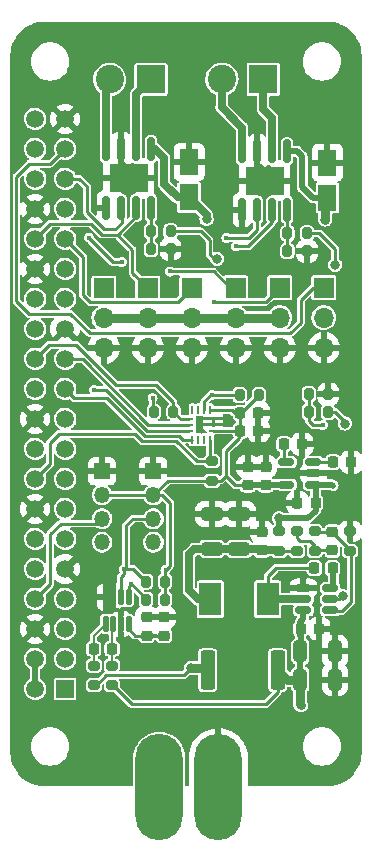
<source format=gbr>
%TF.GenerationSoftware,KiCad,Pcbnew,6.0.7-f9a2dced07~116~ubuntu20.04.1*%
%TF.CreationDate,2022-09-21T16:42:24+02:00*%
%TF.ProjectId,pylot_shield,70796c6f-745f-4736-9869-656c642e6b69,rev?*%
%TF.SameCoordinates,Original*%
%TF.FileFunction,Copper,L1,Top*%
%TF.FilePolarity,Positive*%
%FSLAX46Y46*%
G04 Gerber Fmt 4.6, Leading zero omitted, Abs format (unit mm)*
G04 Created by KiCad (PCBNEW 6.0.7-f9a2dced07~116~ubuntu20.04.1) date 2022-09-21 16:42:24*
%MOMM*%
%LPD*%
G01*
G04 APERTURE LIST*
G04 Aperture macros list*
%AMRoundRect*
0 Rectangle with rounded corners*
0 $1 Rounding radius*
0 $2 $3 $4 $5 $6 $7 $8 $9 X,Y pos of 4 corners*
0 Add a 4 corners polygon primitive as box body*
4,1,4,$2,$3,$4,$5,$6,$7,$8,$9,$2,$3,0*
0 Add four circle primitives for the rounded corners*
1,1,$1+$1,$2,$3*
1,1,$1+$1,$4,$5*
1,1,$1+$1,$6,$7*
1,1,$1+$1,$8,$9*
0 Add four rect primitives between the rounded corners*
20,1,$1+$1,$2,$3,$4,$5,0*
20,1,$1+$1,$4,$5,$6,$7,0*
20,1,$1+$1,$6,$7,$8,$9,0*
20,1,$1+$1,$8,$9,$2,$3,0*%
G04 Aperture macros list end*
%TA.AperFunction,SMDPad,CuDef*%
%ADD10RoundRect,0.225000X-0.225000X-0.250000X0.225000X-0.250000X0.225000X0.250000X-0.225000X0.250000X0*%
%TD*%
%TA.AperFunction,SMDPad,CuDef*%
%ADD11RoundRect,0.225000X0.225000X0.250000X-0.225000X0.250000X-0.225000X-0.250000X0.225000X-0.250000X0*%
%TD*%
%TA.AperFunction,SMDPad,CuDef*%
%ADD12RoundRect,0.250000X-0.325000X-0.650000X0.325000X-0.650000X0.325000X0.650000X-0.325000X0.650000X0*%
%TD*%
%TA.AperFunction,ComponentPad*%
%ADD13R,1.700000X1.700000*%
%TD*%
%TA.AperFunction,ComponentPad*%
%ADD14O,1.700000X1.700000*%
%TD*%
%TA.AperFunction,SMDPad,CuDef*%
%ADD15RoundRect,0.200000X0.200000X0.275000X-0.200000X0.275000X-0.200000X-0.275000X0.200000X-0.275000X0*%
%TD*%
%TA.AperFunction,SMDPad,CuDef*%
%ADD16RoundRect,0.150000X0.150000X-0.825000X0.150000X0.825000X-0.150000X0.825000X-0.150000X-0.825000X0*%
%TD*%
%TA.AperFunction,ComponentPad*%
%ADD17C,0.800000*%
%TD*%
%TA.AperFunction,SMDPad,CuDef*%
%ADD18R,3.300000X2.410000*%
%TD*%
%TA.AperFunction,SMDPad,CuDef*%
%ADD19RoundRect,0.200000X-0.275000X0.200000X-0.275000X-0.200000X0.275000X-0.200000X0.275000X0.200000X0*%
%TD*%
%TA.AperFunction,SMDPad,CuDef*%
%ADD20R,0.250000X0.675000*%
%TD*%
%TA.AperFunction,SMDPad,CuDef*%
%ADD21R,0.675000X0.250000*%
%TD*%
%TA.AperFunction,SMDPad,CuDef*%
%ADD22R,1.903000X2.790000*%
%TD*%
%TA.AperFunction,SMDPad,CuDef*%
%ADD23RoundRect,0.200000X-0.200000X-0.275000X0.200000X-0.275000X0.200000X0.275000X-0.200000X0.275000X0*%
%TD*%
%TA.AperFunction,SMDPad,CuDef*%
%ADD24RoundRect,0.200000X0.275000X-0.200000X0.275000X0.200000X-0.275000X0.200000X-0.275000X-0.200000X0*%
%TD*%
%TA.AperFunction,ComponentPad*%
%ADD25R,2.400000X2.400000*%
%TD*%
%TA.AperFunction,ComponentPad*%
%ADD26C,2.400000*%
%TD*%
%TA.AperFunction,SMDPad,CuDef*%
%ADD27RoundRect,0.150000X0.512500X0.150000X-0.512500X0.150000X-0.512500X-0.150000X0.512500X-0.150000X0*%
%TD*%
%TA.AperFunction,SMDPad,CuDef*%
%ADD28RoundRect,0.250000X0.650000X-0.325000X0.650000X0.325000X-0.650000X0.325000X-0.650000X-0.325000X0*%
%TD*%
%TA.AperFunction,ComponentPad*%
%ADD29R,1.350000X1.350000*%
%TD*%
%TA.AperFunction,ComponentPad*%
%ADD30O,1.350000X1.350000*%
%TD*%
%TA.AperFunction,SMDPad,CuDef*%
%ADD31RoundRect,0.250000X-0.362500X-1.425000X0.362500X-1.425000X0.362500X1.425000X-0.362500X1.425000X0*%
%TD*%
%TA.AperFunction,SMDPad,CuDef*%
%ADD32RoundRect,0.225000X0.250000X-0.225000X0.250000X0.225000X-0.250000X0.225000X-0.250000X-0.225000X0*%
%TD*%
%TA.AperFunction,ComponentPad*%
%ADD33R,1.508000X1.508000*%
%TD*%
%TA.AperFunction,ComponentPad*%
%ADD34C,1.508000*%
%TD*%
%TA.AperFunction,SMDPad,CuDef*%
%ADD35R,1.600000X2.200000*%
%TD*%
%TA.AperFunction,ComponentPad*%
%ADD36O,4.000000X9.000000*%
%TD*%
%TA.AperFunction,SMDPad,CuDef*%
%ADD37RoundRect,0.125000X0.125000X-0.537500X0.125000X0.537500X-0.125000X0.537500X-0.125000X-0.537500X0*%
%TD*%
%TA.AperFunction,SMDPad,CuDef*%
%ADD38RoundRect,0.150000X-0.512500X-0.150000X0.512500X-0.150000X0.512500X0.150000X-0.512500X0.150000X0*%
%TD*%
%TA.AperFunction,ViaPad*%
%ADD39C,0.400000*%
%TD*%
%TA.AperFunction,ViaPad*%
%ADD40C,0.800000*%
%TD*%
%TA.AperFunction,Conductor*%
%ADD41C,0.250000*%
%TD*%
%TA.AperFunction,Conductor*%
%ADD42C,0.500000*%
%TD*%
%TA.AperFunction,Conductor*%
%ADD43C,0.800000*%
%TD*%
%TA.AperFunction,Conductor*%
%ADD44C,0.650000*%
%TD*%
%TA.AperFunction,Conductor*%
%ADD45C,0.200000*%
%TD*%
G04 APERTURE END LIST*
D10*
X105600000Y-64925000D03*
X104050000Y-64925000D03*
X99900000Y-63400000D03*
X101450000Y-63400000D03*
D11*
X97746484Y-60750000D03*
X96196484Y-60750000D03*
D12*
X101275001Y-83325001D03*
X104225001Y-83325001D03*
D13*
X103275000Y-50150000D03*
D14*
X103275000Y-52690000D03*
X103275000Y-55230000D03*
D15*
X90300000Y-45375000D03*
X88650000Y-45375000D03*
D16*
X84845000Y-43375000D03*
X86115000Y-43375000D03*
X87385000Y-43375000D03*
X88655000Y-43375000D03*
X88655000Y-38425000D03*
X87385000Y-38425000D03*
X86115000Y-38425000D03*
X84845000Y-38425000D03*
D17*
X85950000Y-40300000D03*
X85950000Y-41500000D03*
D18*
X86750000Y-40900000D03*
D17*
X87550000Y-41500000D03*
X87550000Y-40300000D03*
D19*
X85325000Y-82137500D03*
X85325000Y-83787500D03*
D20*
X92159409Y-63012500D03*
X92659409Y-63012500D03*
X93159409Y-63012500D03*
X93659409Y-63012500D03*
D21*
X93921909Y-62250000D03*
X93921909Y-61750000D03*
X93921909Y-61250000D03*
D20*
X93659409Y-60487500D03*
X93159409Y-60487500D03*
X92659409Y-60487500D03*
X92159409Y-60487500D03*
D21*
X91896909Y-61250000D03*
X91896909Y-61750000D03*
X91896909Y-62250000D03*
D22*
X98526501Y-76525000D03*
X93673501Y-76525000D03*
D23*
X88200000Y-76550000D03*
X89850000Y-76550000D03*
D24*
X101000000Y-72425000D03*
X101000000Y-70775000D03*
D25*
X98150000Y-32500000D03*
D26*
X94650000Y-32500000D03*
D23*
X88200000Y-75025000D03*
X89850000Y-75025000D03*
X88900000Y-60650000D03*
X90550000Y-60650000D03*
D11*
X104025000Y-73900000D03*
X102475000Y-73900000D03*
D27*
X102387500Y-66825000D03*
X102387500Y-65875000D03*
X102387500Y-64925000D03*
X100112500Y-64925000D03*
X100112500Y-66825000D03*
D28*
X96125000Y-72250000D03*
X96125000Y-69300000D03*
D29*
X88850000Y-65700000D03*
D30*
X88850000Y-67700000D03*
X88850000Y-69700000D03*
X88850000Y-71700000D03*
D31*
X93437501Y-82525000D03*
X99362501Y-82525000D03*
D10*
X101325001Y-79025000D03*
X102875001Y-79025000D03*
D32*
X88275000Y-79600000D03*
X88275000Y-78050000D03*
D24*
X105500000Y-72425000D03*
X105500000Y-70775000D03*
D12*
X101275001Y-80925000D03*
X104225001Y-80925000D03*
D32*
X98025000Y-72375000D03*
X98025000Y-70825000D03*
D24*
X93810970Y-66481765D03*
X93810970Y-64831765D03*
D29*
X84500000Y-65700000D03*
D30*
X84500000Y-67700000D03*
X84500000Y-69700000D03*
X84500000Y-71700000D03*
D15*
X97800000Y-59225000D03*
X96150000Y-59225000D03*
X101850000Y-47050000D03*
X100200000Y-47050000D03*
D32*
X96850000Y-66850000D03*
X96850000Y-65300000D03*
D15*
X90300000Y-46875000D03*
X88650000Y-46875000D03*
D32*
X89775000Y-79600000D03*
X89775000Y-78050000D03*
D19*
X83825000Y-82137500D03*
X83825000Y-83787500D03*
D16*
X96370000Y-43550000D03*
X97640000Y-43550000D03*
X98910000Y-43550000D03*
X100180000Y-43550000D03*
X100180000Y-38600000D03*
X98910000Y-38600000D03*
X97640000Y-38600000D03*
X96370000Y-38600000D03*
D17*
X99075000Y-41675000D03*
X97475000Y-40475000D03*
X97475000Y-41675000D03*
X99075000Y-40475000D03*
D18*
X98275000Y-41075000D03*
D13*
X92100000Y-50175000D03*
D14*
X92100000Y-52715000D03*
X92100000Y-55255000D03*
D15*
X101850000Y-45550000D03*
X100200000Y-45550000D03*
D33*
X81380000Y-84120000D03*
D34*
X78840000Y-84120000D03*
X81380000Y-81580000D03*
X78840000Y-81580000D03*
X81380000Y-79040000D03*
X78840000Y-79040000D03*
X81380000Y-76500000D03*
X78840000Y-76500000D03*
X81380000Y-73960000D03*
X78840000Y-73960000D03*
X81380000Y-71420000D03*
X78840000Y-71420000D03*
X81380000Y-68880000D03*
X78840000Y-68880000D03*
X81380000Y-66340000D03*
X78840000Y-66340000D03*
X81380000Y-63800000D03*
X78840000Y-63800000D03*
X81380000Y-61260000D03*
X78840000Y-61260000D03*
X81380000Y-58720000D03*
X78840000Y-58720000D03*
X81380000Y-56180000D03*
X78840000Y-56180000D03*
X81380000Y-53640000D03*
X78840000Y-53640000D03*
X81380000Y-51100000D03*
X78840000Y-51100000D03*
X81380000Y-48560000D03*
X78840000Y-48560000D03*
X81380000Y-46020000D03*
X78840000Y-46020000D03*
X81380000Y-43480000D03*
X78840000Y-43480000D03*
X81380000Y-40940000D03*
X78840000Y-40940000D03*
X81380000Y-38400000D03*
X78840000Y-38400000D03*
X81380000Y-35860000D03*
X78840000Y-35860000D03*
D11*
X102600000Y-68350000D03*
X101050000Y-68350000D03*
D35*
X103575000Y-42550000D03*
X103575000Y-39550000D03*
D13*
X88375000Y-50175000D03*
D14*
X88375000Y-52715000D03*
X88375000Y-55255000D03*
D11*
X97744460Y-62262652D03*
X96194460Y-62262652D03*
D36*
X89350000Y-92450000D03*
X94350000Y-92450000D03*
D37*
X84800000Y-78600000D03*
X85450000Y-78600000D03*
X86100000Y-78600000D03*
X86750000Y-78600000D03*
X86750000Y-76325000D03*
X86100000Y-76325000D03*
X85450000Y-76325000D03*
X84800000Y-76325000D03*
D13*
X99550000Y-50150000D03*
D14*
X99550000Y-52690000D03*
X99550000Y-55230000D03*
D23*
X102000000Y-60675000D03*
X103650000Y-60675000D03*
D13*
X84650000Y-50175000D03*
D14*
X84650000Y-52715000D03*
X84650000Y-55255000D03*
D28*
X93799998Y-72250000D03*
X93799998Y-69300000D03*
D23*
X102000000Y-59150000D03*
X103650000Y-59150000D03*
D32*
X104000000Y-72375000D03*
X104000000Y-70825000D03*
D13*
X95825000Y-50160000D03*
D14*
X95825000Y-52700000D03*
X95825000Y-55240000D03*
D32*
X98350000Y-66850000D03*
X98350000Y-65300000D03*
D11*
X85350000Y-80712500D03*
X83800000Y-80712500D03*
D24*
X102500000Y-72425000D03*
X102500000Y-70775000D03*
D38*
X101552501Y-75575000D03*
X101552501Y-76525000D03*
X101552501Y-77475000D03*
X103827501Y-77475000D03*
X103827501Y-76525000D03*
X103827501Y-75575000D03*
D24*
X99500000Y-72425000D03*
X99500000Y-70775000D03*
D25*
X88650000Y-32510000D03*
D26*
X85150000Y-32510000D03*
D35*
X91875000Y-42500000D03*
X91875000Y-39500000D03*
D39*
X89025000Y-79600000D03*
X89875000Y-74050000D03*
X88775000Y-59450000D03*
D40*
X84225000Y-89425000D03*
X103950000Y-34275000D03*
D39*
X88550000Y-73725000D03*
X94900000Y-67725000D03*
X100125000Y-65875000D03*
X104050000Y-68825000D03*
X93050002Y-79850000D03*
X91850000Y-78850000D03*
X85200000Y-46375000D03*
X95625000Y-65325000D03*
X94650000Y-79850000D03*
X89075000Y-47975000D03*
X83700000Y-47825000D03*
X93675000Y-73400000D03*
X92900000Y-61750000D03*
D40*
X98800000Y-89225000D03*
D39*
X95100000Y-61500000D03*
X98524998Y-73400000D03*
X93675000Y-67725000D03*
X86775000Y-59050000D03*
X87550000Y-84100000D03*
X100050000Y-74800000D03*
X96924999Y-73400000D03*
X83675000Y-60475000D03*
X85575000Y-61725000D03*
X95100000Y-59850000D03*
X100199999Y-77825000D03*
X97700002Y-79850000D03*
X91025000Y-65550000D03*
X85125000Y-74850000D03*
X99300000Y-79850000D03*
X85775000Y-77450000D03*
X87100000Y-82075000D03*
X102700000Y-75575000D03*
X94950000Y-62975000D03*
X95274998Y-73400000D03*
X91850000Y-77250003D03*
X87625000Y-47925000D03*
X92650000Y-63950000D03*
D40*
X103400000Y-44375000D03*
X101350000Y-85500000D03*
X105050000Y-61650000D03*
X93350000Y-44325000D03*
X104250000Y-48200000D03*
X99500000Y-69650000D03*
X94250000Y-47700000D03*
D39*
X86325500Y-73975000D03*
X86975000Y-75200000D03*
X95025000Y-45925000D03*
X93800000Y-59225000D03*
X83800000Y-58775500D03*
X95842400Y-46649500D03*
D40*
X104875501Y-76250201D03*
D39*
X103200000Y-61775000D03*
X94000000Y-51350000D03*
X90225000Y-48775000D03*
X83375000Y-45900000D03*
X86175000Y-47975000D03*
D40*
X92025000Y-82325000D03*
D41*
X93810970Y-66481765D02*
X94543235Y-66481765D01*
X89850000Y-75025000D02*
X89850000Y-76550000D01*
X88775000Y-59450000D02*
X88775000Y-60525000D01*
D42*
X98350000Y-66850000D02*
X96850000Y-66850000D01*
D41*
X96825000Y-66875000D02*
X95800000Y-66875000D01*
X96100000Y-62357112D02*
X96194460Y-62262652D01*
X87275000Y-79600000D02*
X88275000Y-79600000D01*
X93810970Y-66481765D02*
X90068235Y-66481765D01*
X95725000Y-60750000D02*
X95462500Y-60487500D01*
X96850000Y-66850000D02*
X96825000Y-66875000D01*
X88275000Y-79600000D02*
X89025000Y-79600000D01*
X90250000Y-68350000D02*
X90250000Y-73675000D01*
X93659409Y-60487500D02*
X95462500Y-60487500D01*
X89850000Y-75025000D02*
X89850000Y-74075000D01*
X96181808Y-62250000D02*
X96194460Y-62262652D01*
X94975000Y-63975000D02*
X96100000Y-62850000D01*
X90250000Y-73675000D02*
X89875000Y-74050000D01*
X96196484Y-60750000D02*
X95725000Y-60750000D01*
X96196484Y-60750000D02*
X96196484Y-62260628D01*
X88850000Y-67700000D02*
X89600000Y-67700000D01*
X96196484Y-62260628D02*
X96194460Y-62262652D01*
X96100000Y-62850000D02*
X96100000Y-62357112D01*
X93921909Y-62250000D02*
X96181808Y-62250000D01*
X84500000Y-67725000D02*
X88175000Y-67725000D01*
X88775000Y-60525000D02*
X88900000Y-60650000D01*
X88200000Y-67700000D02*
X88750000Y-67700000D01*
D42*
X100112500Y-66825000D02*
X98375000Y-66825000D01*
D41*
X86750000Y-79075000D02*
X87275000Y-79600000D01*
D42*
X98375000Y-66825000D02*
X98350000Y-66850000D01*
D41*
X89600000Y-67700000D02*
X90250000Y-68350000D01*
X89025000Y-79600000D02*
X89775000Y-79600000D01*
X88475000Y-67700000D02*
X89400000Y-67700000D01*
X96196484Y-60750000D02*
X96275000Y-60750000D01*
X86750000Y-78600000D02*
X86750000Y-79075000D01*
X94975000Y-66050000D02*
X94975000Y-63975000D01*
X88175000Y-67725000D02*
X88200000Y-67700000D01*
X90068235Y-66481765D02*
X88850000Y-67700000D01*
X89850000Y-74075000D02*
X89875000Y-74050000D01*
X94543235Y-66481765D02*
X94975000Y-66050000D01*
X96275000Y-60750000D02*
X97800000Y-59225000D01*
X94975000Y-66050000D02*
X95800000Y-66875000D01*
X85325000Y-83787500D02*
X85387500Y-83787500D01*
D42*
X101300001Y-79600000D02*
X101325001Y-79625000D01*
D43*
X100162502Y-83325001D02*
X99362501Y-82525000D01*
D42*
X101275001Y-81525000D02*
X101275001Y-80750000D01*
D41*
X85387500Y-83787500D02*
X87000000Y-85400000D01*
D44*
X89000000Y-38425000D02*
X88655000Y-38425000D01*
X93350000Y-44325000D02*
X93350000Y-43975000D01*
D42*
X100180000Y-38600000D02*
X101025000Y-38600000D01*
D44*
X89750000Y-39175000D02*
X89000000Y-38425000D01*
D41*
X103650000Y-60675000D02*
X104225000Y-60675000D01*
X104225000Y-60675000D02*
X105050000Y-61500000D01*
D42*
X101450000Y-39025000D02*
X101450000Y-41650000D01*
X101450000Y-41650000D02*
X102325000Y-42525000D01*
X101552501Y-78172499D02*
X101300001Y-78424999D01*
X103550000Y-42525000D02*
X103575000Y-42550000D01*
D43*
X101275001Y-83325001D02*
X100162502Y-83325001D01*
X103400000Y-42725000D02*
X103575000Y-42550000D01*
D42*
X101025000Y-38600000D02*
X101450000Y-39025000D01*
D44*
X93350000Y-43975000D02*
X91875000Y-42500000D01*
D41*
X98375000Y-85400000D02*
X99362501Y-84412499D01*
D43*
X103400000Y-44375000D02*
X103400000Y-42725000D01*
X101275001Y-83325001D02*
X101275001Y-85425001D01*
D44*
X89750000Y-41350000D02*
X89750000Y-39175000D01*
D42*
X101552501Y-77474999D02*
X101552501Y-78172499D01*
D41*
X87000000Y-85400000D02*
X98375000Y-85400000D01*
D42*
X101300001Y-78424999D02*
X101300001Y-79600000D01*
X101325001Y-80700000D02*
X101325001Y-79625000D01*
D41*
X99362501Y-84412499D02*
X99362501Y-82525000D01*
D42*
X102325000Y-42525000D02*
X103550000Y-42525000D01*
X101275001Y-82950001D02*
X101275001Y-81525000D01*
D43*
X101275001Y-85425001D02*
X101350000Y-85500000D01*
D44*
X90900000Y-42500000D02*
X89750000Y-41350000D01*
D43*
X101275001Y-83325001D02*
X101275001Y-82950001D01*
D42*
X101275001Y-80750000D02*
X101325001Y-80700000D01*
D44*
X91875000Y-42500000D02*
X90900000Y-42500000D01*
X99450001Y-72375001D02*
X99500000Y-72425000D01*
X91850000Y-72725000D02*
X92325000Y-72250000D01*
D41*
X101000000Y-72425000D02*
X99500000Y-72425000D01*
D44*
X96075002Y-72250000D02*
X97850000Y-72250000D01*
X93673501Y-76525000D02*
X92600000Y-76525000D01*
X97975001Y-72375001D02*
X99450001Y-72375001D01*
X93675000Y-72250000D02*
X96075002Y-72250000D01*
X92325000Y-72250000D02*
X93675000Y-72250000D01*
X91850000Y-75775000D02*
X91850000Y-72725000D01*
X97850000Y-72250000D02*
X97975001Y-72375001D01*
X92600000Y-76525000D02*
X91850000Y-75775000D01*
D41*
X102550000Y-72375000D02*
X102500000Y-72425000D01*
X101225000Y-71600000D02*
X101000000Y-71375000D01*
X102500000Y-72025000D02*
X102075000Y-71600000D01*
X104000000Y-72375000D02*
X102550000Y-72375000D01*
X102075000Y-71600000D02*
X101225000Y-71600000D01*
X102500000Y-72425000D02*
X102500000Y-72025000D01*
X101000000Y-71375000D02*
X101000000Y-70775000D01*
X92875000Y-45375000D02*
X90300000Y-45375000D01*
D42*
X102387500Y-66825000D02*
X104000000Y-66825000D01*
X102575000Y-68350001D02*
X102575000Y-67012500D01*
D41*
X93975000Y-47700000D02*
X93600000Y-47325000D01*
D42*
X104000000Y-66825000D02*
X104075000Y-66900000D01*
D41*
X102900000Y-45550000D02*
X101850000Y-45550000D01*
X93600000Y-47325000D02*
X93600000Y-46100000D01*
D42*
X102575000Y-69025000D02*
X102575000Y-68350001D01*
D41*
X93600000Y-46100000D02*
X92875000Y-45375000D01*
D42*
X102575000Y-67012500D02*
X102387500Y-66825000D01*
D41*
X104250000Y-46900000D02*
X102900000Y-45550000D01*
D42*
X99500000Y-69650000D02*
X101950000Y-69650000D01*
D41*
X94250000Y-47700000D02*
X93975000Y-47700000D01*
D42*
X99500000Y-70775000D02*
X99500000Y-69650000D01*
X78840000Y-81580000D02*
X78840000Y-84120000D01*
X101950000Y-69650000D02*
X102575000Y-69025000D01*
D41*
X104250000Y-48200000D02*
X104250000Y-46900000D01*
X100112500Y-64925000D02*
X100112500Y-64737500D01*
X100112500Y-64737500D02*
X99900000Y-64525000D01*
X99900000Y-64525000D02*
X99900000Y-63400000D01*
X100125000Y-64912500D02*
X100112500Y-64925000D01*
X87150000Y-73975000D02*
X88200000Y-75025000D01*
X86325500Y-73975000D02*
X87150000Y-73975000D01*
X86525000Y-73775500D02*
X86525000Y-70275000D01*
X86100000Y-74650000D02*
X86100000Y-76325000D01*
X87100000Y-69700000D02*
X88200000Y-69700000D01*
X86325500Y-74424500D02*
X86100000Y-74650000D01*
X86325500Y-73975000D02*
X86525000Y-73775500D01*
X86525000Y-70275000D02*
X87100000Y-69700000D01*
X86325500Y-73975000D02*
X86325500Y-74424500D01*
X88200000Y-76425000D02*
X86975000Y-75200000D01*
X86750000Y-75425000D02*
X86750000Y-76325000D01*
X86975000Y-75200000D02*
X86750000Y-75425000D01*
X88200000Y-76550000D02*
X88200000Y-76425000D01*
X97640000Y-45235000D02*
X97025000Y-45850000D01*
X97640000Y-43550000D02*
X97640000Y-45235000D01*
X97025000Y-45850000D02*
X96950000Y-45925000D01*
X96950000Y-45925000D02*
X95025000Y-45925000D01*
X79919000Y-65256000D02*
X79919000Y-65261000D01*
X93810970Y-64831765D02*
X93792735Y-64850000D01*
X87290812Y-62525000D02*
X80850000Y-62525000D01*
X79919000Y-65261000D02*
X78840000Y-66340000D01*
X80100000Y-65075000D02*
X79919000Y-65256000D01*
X93810970Y-64831765D02*
X93659409Y-64680203D01*
X90800000Y-63150000D02*
X87915812Y-63150000D01*
X87915812Y-63150000D02*
X87290812Y-62525000D01*
X80100000Y-63275000D02*
X80100000Y-65075000D01*
X93659409Y-64680203D02*
X93659409Y-63012499D01*
X93792735Y-64850000D02*
X92500000Y-64850000D01*
X80850000Y-62525000D02*
X80100000Y-63275000D01*
X92500000Y-64850000D02*
X90800000Y-63150000D01*
X93159409Y-59765591D02*
X93700000Y-59225000D01*
X93159409Y-60487500D02*
X93159409Y-59765591D01*
X93700000Y-59225000D02*
X95678516Y-59225000D01*
X84814104Y-58775500D02*
X88288604Y-62250000D01*
X83800000Y-58775500D02*
X84814104Y-58775500D01*
X88288604Y-62250000D02*
X91896909Y-62250000D01*
X82160000Y-59500000D02*
X84902208Y-59500000D01*
X91337500Y-63012500D02*
X92159409Y-63012500D01*
X81380000Y-58720000D02*
X82160000Y-59500000D01*
X88102208Y-62700000D02*
X91025000Y-62700000D01*
X91025000Y-62700000D02*
X91337500Y-63012500D01*
X84902208Y-59500000D02*
X88102208Y-62700000D01*
D45*
X85350000Y-78700000D02*
X85450000Y-78600000D01*
X85350000Y-80712500D02*
X85350000Y-78700000D01*
X85325000Y-80737500D02*
X85350000Y-80712500D01*
X85325000Y-82137500D02*
X85325000Y-80737500D01*
D41*
X91896909Y-61750000D02*
X88425000Y-61750000D01*
X82855000Y-56180000D02*
X81380000Y-56180000D01*
X88425000Y-61750000D02*
X82855000Y-56180000D01*
X89100000Y-58375000D02*
X85686396Y-58375000D01*
X82286396Y-54975000D02*
X80045000Y-54975000D01*
X91150000Y-61250000D02*
X90550000Y-60650000D01*
X90550000Y-60650000D02*
X90550000Y-59825000D01*
X85686396Y-58375000D02*
X82286396Y-54975000D01*
X80045000Y-54975000D02*
X78840000Y-56180000D01*
X91896909Y-61250000D02*
X91150000Y-61250000D01*
X90550000Y-59825000D02*
X89100000Y-58375000D01*
X87080000Y-46918604D02*
X87080000Y-48880000D01*
X83538604Y-44725000D02*
X84463604Y-45650000D01*
X85811396Y-45650000D02*
X87385000Y-44076396D01*
X87080000Y-48880000D02*
X88375000Y-50175000D01*
X85811396Y-45650000D02*
X87080000Y-46918604D01*
X87385000Y-44076396D02*
X87385000Y-43375000D01*
X80135000Y-44725000D02*
X83538604Y-44725000D01*
X84463604Y-45650000D02*
X85811396Y-45650000D01*
X78840000Y-46020000D02*
X80135000Y-44725000D01*
X98910000Y-43550000D02*
X98910000Y-44601396D01*
X96861896Y-46649500D02*
X95842400Y-46649500D01*
X98910000Y-44601396D02*
X96861896Y-46649500D01*
X86175000Y-44650000D02*
X86175000Y-43435000D01*
X86175000Y-43435000D02*
X86115000Y-43375000D01*
X83225000Y-41575000D02*
X82590000Y-40940000D01*
X82590000Y-40940000D02*
X81380000Y-40940000D01*
X85625000Y-45200000D02*
X86175000Y-44650000D01*
X83225000Y-43775000D02*
X84650000Y-45200000D01*
X84650000Y-45200000D02*
X85625000Y-45200000D01*
X83225000Y-43775000D02*
X83225000Y-41575000D01*
X102000000Y-59150000D02*
X102000000Y-60675000D01*
X102375000Y-61775000D02*
X102000000Y-61400000D01*
X104600702Y-76525000D02*
X104875501Y-76250201D01*
X103200000Y-61775000D02*
X102375000Y-61775000D01*
X103827501Y-76525000D02*
X104600702Y-76525000D01*
X102000000Y-61400000D02*
X102000000Y-60675000D01*
X88655000Y-45370000D02*
X88650000Y-45375000D01*
X88650000Y-45375000D02*
X88650000Y-46875000D01*
X88655000Y-43375000D02*
X88655000Y-45370000D01*
X100200000Y-47050000D02*
X100200000Y-45550000D01*
X100200000Y-43570000D02*
X100180000Y-43550000D01*
X100200000Y-45550000D02*
X100200000Y-43570000D01*
X99250000Y-73850000D02*
X102350001Y-73850000D01*
D44*
X101552501Y-76525000D02*
X98526501Y-76525000D01*
D41*
X98526501Y-74573499D02*
X99250000Y-73850000D01*
X98526501Y-76525000D02*
X98526501Y-74573499D01*
D42*
X104075001Y-74025000D02*
X104075001Y-75327501D01*
X104075001Y-75327501D02*
X103827501Y-75575001D01*
D44*
X87385000Y-38425000D02*
X87385000Y-33775000D01*
X87385000Y-33775000D02*
X88650000Y-32510000D01*
X84845000Y-32815000D02*
X85150000Y-32510000D01*
X84845000Y-38425000D02*
X84845000Y-32815000D01*
X98150000Y-35050000D02*
X98150000Y-32500000D01*
X98910000Y-38600000D02*
X98910000Y-35810000D01*
X98910000Y-35810000D02*
X98150000Y-35050000D01*
X94650000Y-34850000D02*
X94650000Y-32500000D01*
X96370000Y-36620000D02*
X94625000Y-34875000D01*
X94625000Y-34875000D02*
X94650000Y-34850000D01*
X96370000Y-38600000D02*
X96370000Y-36620000D01*
D41*
X102387500Y-64925000D02*
X103750000Y-64925000D01*
X103750000Y-64925000D02*
X104075000Y-65250000D01*
D45*
X83825000Y-80737500D02*
X83800000Y-80712500D01*
X83800000Y-79600000D02*
X84800000Y-78600000D01*
X83800000Y-80712500D02*
X83800000Y-79600000D01*
X83825000Y-82137500D02*
X83825000Y-80737500D01*
D43*
X92115000Y-52700000D02*
X92100000Y-52715000D01*
X99550000Y-52690000D02*
X95835000Y-52690000D01*
X95825000Y-52700000D02*
X92115000Y-52700000D01*
X88375000Y-52715000D02*
X84650000Y-52715000D01*
X95835000Y-52690000D02*
X95825000Y-52700000D01*
X92100000Y-52715000D02*
X88375000Y-52715000D01*
D41*
X99550000Y-50150000D02*
X98350000Y-51350000D01*
X98350000Y-51350000D02*
X94000000Y-51350000D01*
X85450000Y-47975000D02*
X83375000Y-45900000D01*
X86175000Y-47975000D02*
X85450000Y-47975000D01*
X95825000Y-50160000D02*
X95335000Y-50160000D01*
X93950000Y-48775000D02*
X95335000Y-50160000D01*
X93950000Y-48775000D02*
X90225000Y-48775000D01*
X78350000Y-39650000D02*
X80130000Y-39650000D01*
X83450000Y-54000000D02*
X81826937Y-52376937D01*
X101325000Y-53125000D02*
X100450000Y-54000000D01*
X81826937Y-52376937D02*
X78351937Y-52376937D01*
X80130000Y-39650000D02*
X81380000Y-38400000D01*
X77250000Y-40750000D02*
X78350000Y-39650000D01*
X100450000Y-54000000D02*
X83450000Y-54000000D01*
X78351937Y-52376937D02*
X77250000Y-51275000D01*
X101325000Y-51200000D02*
X101325000Y-53125000D01*
X103275000Y-50150000D02*
X102375000Y-50150000D01*
X102375000Y-50150000D02*
X101325000Y-51200000D01*
X77250000Y-51275000D02*
X77250000Y-40750000D01*
X82900000Y-47540000D02*
X81380000Y-46020000D01*
X83475000Y-51350000D02*
X82900000Y-50775000D01*
X82900000Y-50775000D02*
X82900000Y-47540000D01*
X92100000Y-50175000D02*
X90925000Y-51350000D01*
X90925000Y-51350000D02*
X83475000Y-51350000D01*
X80100000Y-75240000D02*
X78840000Y-76500000D01*
X80100000Y-71025000D02*
X80100000Y-75240000D01*
X84500000Y-69700000D02*
X84075000Y-70125000D01*
X84075000Y-70125000D02*
X81000000Y-70125000D01*
X81000000Y-70125000D02*
X80100000Y-71025000D01*
X102550000Y-70825000D02*
X102500000Y-70775000D01*
X104000000Y-70825000D02*
X105500000Y-72325000D01*
X104000000Y-70825000D02*
X102550000Y-70825000D01*
X104800001Y-77525000D02*
X105600001Y-76725000D01*
X103827501Y-77474999D02*
X103877501Y-77525000D01*
X105600001Y-72525001D02*
X105500000Y-72425000D01*
X105500000Y-72325000D02*
X105500000Y-72425000D01*
X103877501Y-77525000D02*
X104800001Y-77525000D01*
X105600001Y-76725000D02*
X105600001Y-72525001D01*
X84037500Y-83787500D02*
X84875000Y-82950000D01*
X84875000Y-82950000D02*
X91400000Y-82950000D01*
D43*
X92025000Y-82325000D02*
X93237501Y-82325000D01*
X93237501Y-82325000D02*
X93437501Y-82525000D01*
D41*
X83825000Y-83787500D02*
X84037500Y-83787500D01*
X91400000Y-82950000D02*
X92025000Y-82325000D01*
%TA.AperFunction,Conductor*%
G36*
X103601156Y-27619628D02*
G01*
X103610000Y-27621998D01*
X103617948Y-27619868D01*
X103623930Y-27619868D01*
X103633881Y-27618841D01*
X103753212Y-27625543D01*
X103928122Y-27635366D01*
X103935074Y-27636149D01*
X104094386Y-27663217D01*
X104245734Y-27688933D01*
X104252567Y-27690493D01*
X104434919Y-27743027D01*
X104555358Y-27777724D01*
X104561965Y-27780036D01*
X104807035Y-27881548D01*
X104853091Y-27900625D01*
X104859405Y-27903666D01*
X105135182Y-28056083D01*
X105141117Y-28059811D01*
X105398110Y-28242157D01*
X105403590Y-28246527D01*
X105638547Y-28456497D01*
X105643503Y-28461453D01*
X105853473Y-28696410D01*
X105857843Y-28701890D01*
X106040189Y-28958883D01*
X106043917Y-28964818D01*
X106196334Y-29240595D01*
X106199375Y-29246909D01*
X106319962Y-29538030D01*
X106322277Y-29544646D01*
X106409507Y-29847433D01*
X106411067Y-29854266D01*
X106463463Y-30162639D01*
X106463850Y-30164919D01*
X106464635Y-30171884D01*
X106481159Y-30466119D01*
X106480132Y-30476070D01*
X106480132Y-30482052D01*
X106478002Y-30490000D01*
X106480372Y-30498844D01*
X106482500Y-30515014D01*
X106482500Y-64144900D01*
X106464194Y-64189094D01*
X106420000Y-64207400D01*
X106375844Y-64189133D01*
X106284961Y-64098409D01*
X106279298Y-64093936D01*
X106139979Y-64008060D01*
X106133441Y-64005011D01*
X105977892Y-63953417D01*
X105971264Y-63951996D01*
X105875289Y-63942162D01*
X105872107Y-63942000D01*
X105866431Y-63942000D01*
X105857641Y-63945641D01*
X105854000Y-63954431D01*
X105854000Y-65895569D01*
X105857641Y-65904359D01*
X105866431Y-65908000D01*
X105872094Y-65908000D01*
X105875307Y-65907834D01*
X105972516Y-65897747D01*
X105979156Y-65896313D01*
X106134612Y-65844449D01*
X106141144Y-65841390D01*
X106280313Y-65755269D01*
X106285964Y-65750790D01*
X106375767Y-65660831D01*
X106419946Y-65642487D01*
X106464156Y-65660754D01*
X106482500Y-65704987D01*
X106482500Y-70152581D01*
X106464194Y-70196775D01*
X106420000Y-70215081D01*
X106375806Y-70196775D01*
X106366540Y-70184958D01*
X106338193Y-70138152D01*
X106333578Y-70132266D01*
X106217734Y-70016422D01*
X106211848Y-70011807D01*
X106071719Y-69926941D01*
X106064893Y-69923859D01*
X105908137Y-69874735D01*
X105901666Y-69873439D01*
X105833022Y-69867132D01*
X105830148Y-69867000D01*
X105766431Y-69867000D01*
X105757641Y-69870641D01*
X105754000Y-69879431D01*
X105754000Y-71670568D01*
X105757641Y-71679358D01*
X105766431Y-71682999D01*
X105830167Y-71682999D01*
X105833001Y-71682869D01*
X105901667Y-71676560D01*
X105908136Y-71675265D01*
X106064893Y-71626141D01*
X106071719Y-71623059D01*
X106211848Y-71538193D01*
X106217734Y-71533578D01*
X106333578Y-71417734D01*
X106338193Y-71411848D01*
X106366540Y-71365042D01*
X106405092Y-71336723D01*
X106452377Y-71343959D01*
X106480696Y-71382511D01*
X106482500Y-71397419D01*
X106482500Y-89464986D01*
X106480372Y-89481156D01*
X106478002Y-89490000D01*
X106480132Y-89497948D01*
X106480132Y-89503930D01*
X106481159Y-89513881D01*
X106473048Y-89658318D01*
X106464635Y-89808116D01*
X106463851Y-89815074D01*
X106441554Y-89946301D01*
X106411067Y-90125734D01*
X106409507Y-90132567D01*
X106322277Y-90435354D01*
X106319962Y-90441970D01*
X106199375Y-90733091D01*
X106196334Y-90739405D01*
X106043917Y-91015182D01*
X106040189Y-91021117D01*
X105857843Y-91278110D01*
X105853473Y-91283590D01*
X105643503Y-91518547D01*
X105638547Y-91523503D01*
X105403590Y-91733473D01*
X105398110Y-91737843D01*
X105141117Y-91920189D01*
X105135182Y-91923917D01*
X104859405Y-92076334D01*
X104853090Y-92079375D01*
X104561965Y-92199964D01*
X104555358Y-92202276D01*
X104434919Y-92236973D01*
X104252567Y-92289507D01*
X104245734Y-92291067D01*
X104094386Y-92316783D01*
X103935074Y-92343851D01*
X103928122Y-92344634D01*
X103753212Y-92354457D01*
X103633881Y-92361159D01*
X103623930Y-92360132D01*
X103617948Y-92360132D01*
X103610000Y-92358002D01*
X103601156Y-92360372D01*
X103584986Y-92362500D01*
X96920500Y-92362500D01*
X96876306Y-92344194D01*
X96858000Y-92300000D01*
X96858000Y-89872146D01*
X96857939Y-89870215D01*
X96843267Y-89637001D01*
X96842776Y-89633114D01*
X96784379Y-89326987D01*
X96783402Y-89323182D01*
X96687095Y-89026779D01*
X96685657Y-89023148D01*
X96670059Y-88990000D01*
X101479474Y-88990000D01*
X101499548Y-89245070D01*
X101500122Y-89247460D01*
X101558581Y-89490956D01*
X101559278Y-89493860D01*
X101560218Y-89496129D01*
X101656248Y-89727968D01*
X101656252Y-89727975D01*
X101657191Y-89730243D01*
X101658476Y-89732339D01*
X101658477Y-89732342D01*
X101709180Y-89815081D01*
X101790877Y-89948399D01*
X101957044Y-90142956D01*
X102151601Y-90309123D01*
X102153696Y-90310407D01*
X102153699Y-90310409D01*
X102367658Y-90441523D01*
X102369757Y-90442809D01*
X102372025Y-90443748D01*
X102372032Y-90443752D01*
X102561213Y-90522113D01*
X102606140Y-90540722D01*
X102608520Y-90541293D01*
X102608525Y-90541295D01*
X102770718Y-90580234D01*
X102854930Y-90600452D01*
X102857382Y-90600645D01*
X103044898Y-90615403D01*
X103044911Y-90615404D01*
X103046137Y-90615500D01*
X103173863Y-90615500D01*
X103175089Y-90615404D01*
X103175102Y-90615403D01*
X103362618Y-90600645D01*
X103365070Y-90600452D01*
X103449282Y-90580234D01*
X103611475Y-90541295D01*
X103611480Y-90541293D01*
X103613860Y-90540722D01*
X103658787Y-90522113D01*
X103847968Y-90443752D01*
X103847975Y-90443748D01*
X103850243Y-90442809D01*
X103852342Y-90441523D01*
X104066301Y-90310409D01*
X104066304Y-90310407D01*
X104068399Y-90309123D01*
X104262956Y-90142956D01*
X104429123Y-89948399D01*
X104510821Y-89815081D01*
X104561523Y-89732342D01*
X104561524Y-89732339D01*
X104562809Y-89730243D01*
X104563748Y-89727975D01*
X104563752Y-89727968D01*
X104659782Y-89496129D01*
X104660722Y-89493860D01*
X104661420Y-89490956D01*
X104719878Y-89247460D01*
X104720452Y-89245070D01*
X104740526Y-88990000D01*
X104720941Y-88741146D01*
X104720645Y-88737382D01*
X104720452Y-88734930D01*
X104660722Y-88486140D01*
X104613827Y-88372926D01*
X104563752Y-88252032D01*
X104563748Y-88252025D01*
X104562809Y-88249757D01*
X104561523Y-88247658D01*
X104430409Y-88033699D01*
X104430407Y-88033696D01*
X104429123Y-88031601D01*
X104262956Y-87837044D01*
X104068399Y-87670877D01*
X104066304Y-87669593D01*
X104066301Y-87669591D01*
X103852342Y-87538477D01*
X103852339Y-87538476D01*
X103850243Y-87537191D01*
X103847975Y-87536252D01*
X103847968Y-87536248D01*
X103616129Y-87440218D01*
X103613860Y-87439278D01*
X103611480Y-87438707D01*
X103611475Y-87438705D01*
X103449282Y-87399766D01*
X103365070Y-87379548D01*
X103362618Y-87379355D01*
X103175102Y-87364597D01*
X103175089Y-87364596D01*
X103173863Y-87364500D01*
X103046137Y-87364500D01*
X103044911Y-87364596D01*
X103044898Y-87364597D01*
X102857382Y-87379355D01*
X102854930Y-87379548D01*
X102770718Y-87399766D01*
X102608525Y-87438705D01*
X102608520Y-87438707D01*
X102606140Y-87439278D01*
X102603871Y-87440218D01*
X102372032Y-87536248D01*
X102372025Y-87536252D01*
X102369757Y-87537191D01*
X102367661Y-87538476D01*
X102367658Y-87538477D01*
X102153699Y-87669591D01*
X102153696Y-87669593D01*
X102151601Y-87670877D01*
X101957044Y-87837044D01*
X101790877Y-88031601D01*
X101789593Y-88033696D01*
X101789591Y-88033699D01*
X101658477Y-88247658D01*
X101657191Y-88249757D01*
X101656252Y-88252025D01*
X101656248Y-88252032D01*
X101606173Y-88372926D01*
X101559278Y-88486140D01*
X101499548Y-88734930D01*
X101499355Y-88737382D01*
X101499059Y-88741146D01*
X101479474Y-88990000D01*
X96670059Y-88990000D01*
X96552958Y-88741146D01*
X96551074Y-88737719D01*
X96384079Y-88474578D01*
X96381774Y-88471405D01*
X96183123Y-88231277D01*
X96180435Y-88228415D01*
X95953244Y-88015069D01*
X95950242Y-88012585D01*
X95698099Y-87829393D01*
X95694787Y-87827291D01*
X95421695Y-87677158D01*
X95418131Y-87675481D01*
X95128372Y-87560756D01*
X95124642Y-87559545D01*
X94822796Y-87482043D01*
X94818923Y-87481305D01*
X94616334Y-87455712D01*
X94607156Y-87458223D01*
X94604000Y-87463756D01*
X94604000Y-92300000D01*
X94585694Y-92344194D01*
X94541500Y-92362500D01*
X94158500Y-92362500D01*
X94114306Y-92344194D01*
X94096000Y-92300000D01*
X94096000Y-87466585D01*
X94092359Y-87457795D01*
X94086474Y-87455357D01*
X93881077Y-87481305D01*
X93877204Y-87482043D01*
X93575358Y-87559545D01*
X93571628Y-87560756D01*
X93281869Y-87675481D01*
X93278305Y-87677158D01*
X93005213Y-87827291D01*
X93001901Y-87829393D01*
X92749758Y-88012585D01*
X92746756Y-88015069D01*
X92519565Y-88228415D01*
X92516877Y-88231277D01*
X92318226Y-88471405D01*
X92315921Y-88474578D01*
X92148926Y-88737719D01*
X92147042Y-88741146D01*
X92014343Y-89023148D01*
X92012905Y-89026779D01*
X91916598Y-89323182D01*
X91915621Y-89326987D01*
X91857224Y-89633114D01*
X91856733Y-89637001D01*
X91842061Y-89870215D01*
X91842000Y-89872146D01*
X91842000Y-92300000D01*
X91823694Y-92344194D01*
X91779500Y-92362500D01*
X91613000Y-92362500D01*
X91568806Y-92344194D01*
X91550500Y-92300000D01*
X91550500Y-89875849D01*
X91548269Y-89842249D01*
X91542035Y-89748403D01*
X91536052Y-89658318D01*
X91506929Y-89513881D01*
X91478680Y-89373784D01*
X91478680Y-89373783D01*
X91478272Y-89371761D01*
X91461545Y-89323182D01*
X91383774Y-89097319D01*
X91383771Y-89097313D01*
X91383100Y-89095363D01*
X91346938Y-89023148D01*
X91293536Y-88916509D01*
X91252209Y-88833980D01*
X91087899Y-88592205D01*
X90893055Y-88374284D01*
X90671102Y-88184047D01*
X90425938Y-88024836D01*
X90400138Y-88012585D01*
X90363156Y-87995025D01*
X90161871Y-87899448D01*
X90159895Y-87898814D01*
X90159891Y-87898812D01*
X89885520Y-87810721D01*
X89885515Y-87810720D01*
X89883541Y-87810086D01*
X89777400Y-87790988D01*
X89597877Y-87758686D01*
X89597873Y-87758686D01*
X89595836Y-87758319D01*
X89593769Y-87758225D01*
X89593768Y-87758225D01*
X89509012Y-87754377D01*
X89303813Y-87745059D01*
X89301757Y-87745239D01*
X89301750Y-87745239D01*
X89117787Y-87761334D01*
X89012601Y-87770536D01*
X88727317Y-87834305D01*
X88725380Y-87835018D01*
X88725372Y-87835020D01*
X88454915Y-87934529D01*
X88454909Y-87934532D01*
X88452973Y-87935244D01*
X88194388Y-88071580D01*
X88192692Y-88072785D01*
X88192686Y-88072789D01*
X88037725Y-88182915D01*
X87956107Y-88240918D01*
X87742314Y-88440283D01*
X87556767Y-88666171D01*
X87510281Y-88741146D01*
X87403820Y-88912849D01*
X87403816Y-88912856D01*
X87402725Y-88914616D01*
X87401876Y-88916506D01*
X87401874Y-88916509D01*
X87321494Y-89095363D01*
X87282895Y-89181250D01*
X87199381Y-89461391D01*
X87153652Y-89750117D01*
X87149500Y-89841547D01*
X87149500Y-92300000D01*
X87131194Y-92344194D01*
X87087000Y-92362500D01*
X79635014Y-92362500D01*
X79618844Y-92360372D01*
X79610000Y-92358002D01*
X79602052Y-92360132D01*
X79596070Y-92360132D01*
X79586119Y-92361159D01*
X79466788Y-92354457D01*
X79291878Y-92344634D01*
X79284926Y-92343851D01*
X79125614Y-92316783D01*
X78974266Y-92291067D01*
X78967433Y-92289507D01*
X78785081Y-92236973D01*
X78664642Y-92202276D01*
X78658035Y-92199964D01*
X78366910Y-92079375D01*
X78360595Y-92076334D01*
X78084818Y-91923917D01*
X78078883Y-91920189D01*
X77821890Y-91737843D01*
X77816410Y-91733473D01*
X77581453Y-91523503D01*
X77576497Y-91518547D01*
X77366527Y-91283590D01*
X77362157Y-91278110D01*
X77179811Y-91021117D01*
X77176083Y-91015182D01*
X77023666Y-90739405D01*
X77020625Y-90733091D01*
X76900038Y-90441970D01*
X76897723Y-90435354D01*
X76810493Y-90132567D01*
X76808933Y-90125734D01*
X76778446Y-89946301D01*
X76756149Y-89815074D01*
X76755365Y-89808116D01*
X76746953Y-89658318D01*
X76738841Y-89513881D01*
X76739868Y-89503930D01*
X76739868Y-89497948D01*
X76741998Y-89490000D01*
X76739628Y-89481156D01*
X76737500Y-89464986D01*
X76737500Y-88990000D01*
X78479474Y-88990000D01*
X78499548Y-89245070D01*
X78500122Y-89247460D01*
X78558581Y-89490956D01*
X78559278Y-89493860D01*
X78560218Y-89496129D01*
X78656248Y-89727968D01*
X78656252Y-89727975D01*
X78657191Y-89730243D01*
X78658476Y-89732339D01*
X78658477Y-89732342D01*
X78709180Y-89815081D01*
X78790877Y-89948399D01*
X78957044Y-90142956D01*
X79151601Y-90309123D01*
X79153696Y-90310407D01*
X79153699Y-90310409D01*
X79367658Y-90441523D01*
X79369757Y-90442809D01*
X79372025Y-90443748D01*
X79372032Y-90443752D01*
X79561213Y-90522113D01*
X79606140Y-90540722D01*
X79608520Y-90541293D01*
X79608525Y-90541295D01*
X79770718Y-90580234D01*
X79854930Y-90600452D01*
X79857382Y-90600645D01*
X80044898Y-90615403D01*
X80044911Y-90615404D01*
X80046137Y-90615500D01*
X80173863Y-90615500D01*
X80175089Y-90615404D01*
X80175102Y-90615403D01*
X80362618Y-90600645D01*
X80365070Y-90600452D01*
X80449282Y-90580234D01*
X80611475Y-90541295D01*
X80611480Y-90541293D01*
X80613860Y-90540722D01*
X80658787Y-90522113D01*
X80847968Y-90443752D01*
X80847975Y-90443748D01*
X80850243Y-90442809D01*
X80852342Y-90441523D01*
X81066301Y-90310409D01*
X81066304Y-90310407D01*
X81068399Y-90309123D01*
X81262956Y-90142956D01*
X81429123Y-89948399D01*
X81510821Y-89815081D01*
X81561523Y-89732342D01*
X81561524Y-89732339D01*
X81562809Y-89730243D01*
X81563748Y-89727975D01*
X81563752Y-89727968D01*
X81659782Y-89496129D01*
X81660722Y-89493860D01*
X81661420Y-89490956D01*
X81719878Y-89247460D01*
X81720452Y-89245070D01*
X81740526Y-88990000D01*
X81720941Y-88741146D01*
X81720645Y-88737382D01*
X81720452Y-88734930D01*
X81660722Y-88486140D01*
X81613827Y-88372926D01*
X81563752Y-88252032D01*
X81563748Y-88252025D01*
X81562809Y-88249757D01*
X81561523Y-88247658D01*
X81430409Y-88033699D01*
X81430407Y-88033696D01*
X81429123Y-88031601D01*
X81262956Y-87837044D01*
X81068399Y-87670877D01*
X81066304Y-87669593D01*
X81066301Y-87669591D01*
X80852342Y-87538477D01*
X80852339Y-87538476D01*
X80850243Y-87537191D01*
X80847975Y-87536252D01*
X80847968Y-87536248D01*
X80616129Y-87440218D01*
X80613860Y-87439278D01*
X80611480Y-87438707D01*
X80611475Y-87438705D01*
X80449282Y-87399766D01*
X80365070Y-87379548D01*
X80362618Y-87379355D01*
X80175102Y-87364597D01*
X80175089Y-87364596D01*
X80173863Y-87364500D01*
X80046137Y-87364500D01*
X80044911Y-87364596D01*
X80044898Y-87364597D01*
X79857382Y-87379355D01*
X79854930Y-87379548D01*
X79770718Y-87399766D01*
X79608525Y-87438705D01*
X79608520Y-87438707D01*
X79606140Y-87439278D01*
X79603871Y-87440218D01*
X79372032Y-87536248D01*
X79372025Y-87536252D01*
X79369757Y-87537191D01*
X79367661Y-87538476D01*
X79367658Y-87538477D01*
X79153699Y-87669591D01*
X79153696Y-87669593D01*
X79151601Y-87670877D01*
X78957044Y-87837044D01*
X78790877Y-88031601D01*
X78789593Y-88033696D01*
X78789591Y-88033699D01*
X78658477Y-88247658D01*
X78657191Y-88249757D01*
X78656252Y-88252025D01*
X78656248Y-88252032D01*
X78606173Y-88372926D01*
X78559278Y-88486140D01*
X78499548Y-88734930D01*
X78499355Y-88737382D01*
X78499059Y-88741146D01*
X78479474Y-88990000D01*
X76737500Y-88990000D01*
X76737500Y-84106609D01*
X77880975Y-84106609D01*
X77882634Y-84126369D01*
X77891280Y-84229319D01*
X77896639Y-84293139D01*
X77948235Y-84473075D01*
X77953345Y-84483018D01*
X78028097Y-84628470D01*
X78033797Y-84639562D01*
X78150068Y-84786259D01*
X78152392Y-84788237D01*
X78152394Y-84788239D01*
X78279907Y-84896761D01*
X78292618Y-84907579D01*
X78456018Y-84998900D01*
X78458922Y-84999844D01*
X78458923Y-84999844D01*
X78631130Y-85055798D01*
X78631135Y-85055799D01*
X78634043Y-85056744D01*
X78819914Y-85078908D01*
X78822956Y-85078674D01*
X78822959Y-85078674D01*
X79003498Y-85064782D01*
X79003500Y-85064782D01*
X79006549Y-85064547D01*
X79186841Y-85014209D01*
X79189564Y-85012834D01*
X79189568Y-85012832D01*
X79351201Y-84931184D01*
X79353921Y-84929810D01*
X79356319Y-84927937D01*
X79356323Y-84927934D01*
X79400078Y-84893748D01*
X80425500Y-84893748D01*
X80437133Y-84952231D01*
X80440550Y-84957345D01*
X80440551Y-84957347D01*
X80470174Y-85001680D01*
X80481448Y-85018552D01*
X80486562Y-85021969D01*
X80542653Y-85059449D01*
X80542655Y-85059450D01*
X80547769Y-85062867D01*
X80553803Y-85064067D01*
X80553805Y-85064068D01*
X80603239Y-85073901D01*
X80603242Y-85073901D01*
X80606252Y-85074500D01*
X82153748Y-85074500D01*
X82156758Y-85073901D01*
X82156761Y-85073901D01*
X82206195Y-85064068D01*
X82206197Y-85064067D01*
X82212231Y-85062867D01*
X82217345Y-85059450D01*
X82217347Y-85059449D01*
X82273438Y-85021969D01*
X82278552Y-85018552D01*
X82289826Y-85001680D01*
X82319449Y-84957347D01*
X82319450Y-84957345D01*
X82322867Y-84952231D01*
X82334500Y-84893748D01*
X82334500Y-83346252D01*
X82330244Y-83324855D01*
X82324068Y-83293805D01*
X82324067Y-83293803D01*
X82322867Y-83287769D01*
X82316866Y-83278787D01*
X82281969Y-83226562D01*
X82278552Y-83221448D01*
X82252568Y-83204086D01*
X82217347Y-83180551D01*
X82217345Y-83180550D01*
X82212231Y-83177133D01*
X82206197Y-83175933D01*
X82206195Y-83175932D01*
X82156761Y-83166099D01*
X82156758Y-83166099D01*
X82153748Y-83165500D01*
X80606252Y-83165500D01*
X80603242Y-83166099D01*
X80603239Y-83166099D01*
X80553805Y-83175932D01*
X80553803Y-83175933D01*
X80547769Y-83177133D01*
X80542655Y-83180550D01*
X80542653Y-83180551D01*
X80507432Y-83204086D01*
X80481448Y-83221448D01*
X80478031Y-83226562D01*
X80443135Y-83278787D01*
X80437133Y-83287769D01*
X80435933Y-83293803D01*
X80435932Y-83293805D01*
X80429756Y-83324855D01*
X80425500Y-83346252D01*
X80425500Y-84893748D01*
X79400078Y-84893748D01*
X79433272Y-84867814D01*
X79501427Y-84814566D01*
X79527928Y-84783865D01*
X79571832Y-84733001D01*
X79623738Y-84672867D01*
X79707429Y-84525544D01*
X79714686Y-84512770D01*
X79714687Y-84512768D01*
X79716198Y-84510108D01*
X79775283Y-84332491D01*
X79777142Y-84317781D01*
X79798524Y-84148522D01*
X79798524Y-84148521D01*
X79798744Y-84146780D01*
X79799118Y-84120000D01*
X79798843Y-84117186D01*
X79781150Y-83936746D01*
X79780852Y-83933706D01*
X79726749Y-83754509D01*
X79686004Y-83677879D01*
X79640305Y-83591930D01*
X79640303Y-83591927D01*
X79638870Y-83589232D01*
X79539222Y-83467052D01*
X79522495Y-83446542D01*
X79522490Y-83446537D01*
X79520562Y-83444173D01*
X79376332Y-83324855D01*
X79323274Y-83296167D01*
X79293105Y-83259045D01*
X79290500Y-83241189D01*
X79290500Y-82460296D01*
X79308806Y-82416102D01*
X79324814Y-82404513D01*
X79353921Y-82389810D01*
X79501427Y-82274566D01*
X79504663Y-82270818D01*
X79568137Y-82197281D01*
X79623738Y-82132867D01*
X79694430Y-82008426D01*
X79714686Y-81972770D01*
X79714687Y-81972768D01*
X79716198Y-81970108D01*
X79775283Y-81792491D01*
X79776385Y-81783774D01*
X79798524Y-81608522D01*
X79798524Y-81608521D01*
X79798744Y-81606780D01*
X79799118Y-81580000D01*
X79797805Y-81566609D01*
X80420975Y-81566609D01*
X80424201Y-81605027D01*
X80435664Y-81741524D01*
X80436639Y-81753139D01*
X80488235Y-81933075D01*
X80526960Y-82008426D01*
X80564166Y-82080821D01*
X80573797Y-82099562D01*
X80690068Y-82246259D01*
X80692392Y-82248237D01*
X80692394Y-82248239D01*
X80725537Y-82276446D01*
X80832618Y-82367579D01*
X80996018Y-82458900D01*
X80998922Y-82459844D01*
X80998923Y-82459844D01*
X81171130Y-82515798D01*
X81171135Y-82515799D01*
X81174043Y-82516744D01*
X81359914Y-82538908D01*
X81362956Y-82538674D01*
X81362959Y-82538674D01*
X81543498Y-82524782D01*
X81543500Y-82524782D01*
X81546549Y-82524547D01*
X81726841Y-82474209D01*
X81729564Y-82472834D01*
X81729568Y-82472832D01*
X81891201Y-82391184D01*
X81893921Y-82389810D01*
X81896319Y-82387937D01*
X81896323Y-82387934D01*
X81982076Y-82320936D01*
X82041427Y-82274566D01*
X82044663Y-82270818D01*
X82108137Y-82197281D01*
X82163738Y-82132867D01*
X82234430Y-82008426D01*
X82254686Y-81972770D01*
X82254687Y-81972768D01*
X82256198Y-81970108D01*
X82315283Y-81792491D01*
X82316385Y-81783774D01*
X82338524Y-81608522D01*
X82338524Y-81608521D01*
X82338744Y-81606780D01*
X82339118Y-81580000D01*
X82336578Y-81554087D01*
X82321150Y-81396746D01*
X82320852Y-81393706D01*
X82266749Y-81214509D01*
X82203538Y-81095626D01*
X82180305Y-81051930D01*
X82180303Y-81051927D01*
X82178870Y-81049232D01*
X82133439Y-80993528D01*
X82062495Y-80906542D01*
X82062490Y-80906537D01*
X82060562Y-80904173D01*
X81916332Y-80784855D01*
X81913648Y-80783404D01*
X81913644Y-80783401D01*
X81797425Y-80720562D01*
X81751673Y-80695824D01*
X81631320Y-80658569D01*
X81575772Y-80641374D01*
X81575769Y-80641373D01*
X81572857Y-80640472D01*
X81569824Y-80640153D01*
X81569823Y-80640153D01*
X81525365Y-80635480D01*
X81386696Y-80620905D01*
X81383663Y-80621181D01*
X81383660Y-80621181D01*
X81313982Y-80627523D01*
X81200279Y-80637871D01*
X81020708Y-80690721D01*
X80854822Y-80777444D01*
X80708940Y-80894736D01*
X80588619Y-81038130D01*
X80498441Y-81202163D01*
X80441841Y-81380588D01*
X80441500Y-81383626D01*
X80441500Y-81383627D01*
X80422380Y-81554087D01*
X80420975Y-81566609D01*
X79797805Y-81566609D01*
X79796578Y-81554087D01*
X79781150Y-81396746D01*
X79780852Y-81393706D01*
X79726749Y-81214509D01*
X79663538Y-81095626D01*
X79640305Y-81051930D01*
X79640303Y-81051927D01*
X79638870Y-81049232D01*
X79593439Y-80993528D01*
X79522495Y-80906542D01*
X79522490Y-80906537D01*
X79520562Y-80904173D01*
X79376332Y-80784855D01*
X79373648Y-80783404D01*
X79373644Y-80783401D01*
X79257425Y-80720562D01*
X79211673Y-80695824D01*
X79091320Y-80658569D01*
X79035772Y-80641374D01*
X79035769Y-80641373D01*
X79032857Y-80640472D01*
X79029824Y-80640153D01*
X79029823Y-80640153D01*
X78985365Y-80635480D01*
X78846696Y-80620905D01*
X78843663Y-80621181D01*
X78843660Y-80621181D01*
X78773982Y-80627523D01*
X78660279Y-80637871D01*
X78480708Y-80690721D01*
X78314822Y-80777444D01*
X78168940Y-80894736D01*
X78048619Y-81038130D01*
X77958441Y-81202163D01*
X77901841Y-81380588D01*
X77901500Y-81383626D01*
X77901500Y-81383627D01*
X77882380Y-81554087D01*
X77880975Y-81566609D01*
X77884201Y-81605027D01*
X77895664Y-81741524D01*
X77896639Y-81753139D01*
X77948235Y-81933075D01*
X77986960Y-82008426D01*
X78024166Y-82080821D01*
X78033797Y-82099562D01*
X78150068Y-82246259D01*
X78152392Y-82248237D01*
X78152394Y-82248239D01*
X78185537Y-82276446D01*
X78292618Y-82367579D01*
X78329025Y-82387926D01*
X78357491Y-82403835D01*
X78387139Y-82441375D01*
X78389500Y-82458393D01*
X78389500Y-83240552D01*
X78371194Y-83284746D01*
X78355958Y-83295938D01*
X78334078Y-83307377D01*
X78317526Y-83316030D01*
X78317523Y-83316032D01*
X78314822Y-83317444D01*
X78168940Y-83434736D01*
X78048619Y-83578130D01*
X77993744Y-83677948D01*
X77968309Y-83724214D01*
X77958441Y-83742163D01*
X77901841Y-83920588D01*
X77901500Y-83923626D01*
X77901500Y-83923627D01*
X77885759Y-84063963D01*
X77880975Y-84106609D01*
X76737500Y-84106609D01*
X76737500Y-80094071D01*
X78150288Y-80094071D01*
X78152392Y-80099150D01*
X78204357Y-80135536D01*
X78209060Y-80138251D01*
X78404249Y-80229269D01*
X78409359Y-80231129D01*
X78617383Y-80286869D01*
X78622737Y-80287813D01*
X78837280Y-80306583D01*
X78842720Y-80306583D01*
X79057263Y-80287813D01*
X79062617Y-80286869D01*
X79270641Y-80231129D01*
X79275751Y-80229269D01*
X79470940Y-80138251D01*
X79475643Y-80135536D01*
X79524678Y-80101201D01*
X79529790Y-80093177D01*
X79528601Y-80087811D01*
X78848790Y-79408000D01*
X78840000Y-79404359D01*
X78831210Y-79408000D01*
X78153929Y-80085281D01*
X78150288Y-80094071D01*
X76737500Y-80094071D01*
X76737500Y-79042720D01*
X77573417Y-79042720D01*
X77592187Y-79257263D01*
X77593131Y-79262617D01*
X77648871Y-79470641D01*
X77650731Y-79475751D01*
X77741747Y-79670936D01*
X77744468Y-79675647D01*
X77778798Y-79724677D01*
X77786823Y-79729789D01*
X77792191Y-79728599D01*
X78472000Y-79048790D01*
X78475641Y-79040000D01*
X79204359Y-79040000D01*
X79208000Y-79048790D01*
X79885281Y-79726071D01*
X79894071Y-79729712D01*
X79899149Y-79727608D01*
X79935532Y-79675647D01*
X79938253Y-79670936D01*
X80029269Y-79475751D01*
X80031129Y-79470641D01*
X80086869Y-79262617D01*
X80087813Y-79257263D01*
X80106583Y-79042720D01*
X80106583Y-79037280D01*
X80105649Y-79026609D01*
X80420975Y-79026609D01*
X80422328Y-79042720D01*
X80434313Y-79185435D01*
X80436639Y-79213139D01*
X80488235Y-79393075D01*
X80524034Y-79462733D01*
X80570071Y-79552311D01*
X80573797Y-79559562D01*
X80690068Y-79706259D01*
X80692392Y-79708237D01*
X80692394Y-79708239D01*
X80804968Y-79804047D01*
X80832618Y-79827579D01*
X80996018Y-79918900D01*
X80998922Y-79919844D01*
X80998923Y-79919844D01*
X81171130Y-79975798D01*
X81171135Y-79975799D01*
X81174043Y-79976744D01*
X81359914Y-79998908D01*
X81362956Y-79998674D01*
X81362959Y-79998674D01*
X81543498Y-79984782D01*
X81543500Y-79984782D01*
X81546549Y-79984547D01*
X81726841Y-79934209D01*
X81729564Y-79932834D01*
X81729568Y-79932832D01*
X81891201Y-79851184D01*
X81893921Y-79849810D01*
X81896319Y-79847937D01*
X81896323Y-79847934D01*
X82011165Y-79758209D01*
X82041427Y-79734566D01*
X82045099Y-79730313D01*
X82096351Y-79670936D01*
X82163738Y-79592867D01*
X82237664Y-79462734D01*
X82254686Y-79432770D01*
X82254687Y-79432768D01*
X82256198Y-79430108D01*
X82315283Y-79252491D01*
X82331242Y-79126162D01*
X82338524Y-79068522D01*
X82338524Y-79068521D01*
X82338744Y-79066780D01*
X82339118Y-79040000D01*
X82338852Y-79037280D01*
X82321150Y-78856746D01*
X82320852Y-78853706D01*
X82266749Y-78674509D01*
X82218950Y-78584612D01*
X82180305Y-78511930D01*
X82180303Y-78511927D01*
X82178870Y-78509232D01*
X82117903Y-78434479D01*
X82062495Y-78366542D01*
X82062490Y-78366537D01*
X82060562Y-78364173D01*
X81916332Y-78244855D01*
X81913648Y-78243404D01*
X81913644Y-78243401D01*
X81797425Y-78180562D01*
X81751673Y-78155824D01*
X81662265Y-78128148D01*
X81575772Y-78101374D01*
X81575769Y-78101373D01*
X81572857Y-78100472D01*
X81569824Y-78100153D01*
X81569823Y-78100153D01*
X81525365Y-78095480D01*
X81386696Y-78080905D01*
X81383663Y-78081181D01*
X81383660Y-78081181D01*
X81314177Y-78087505D01*
X81200279Y-78097871D01*
X81020708Y-78150721D01*
X80854822Y-78237444D01*
X80708940Y-78354736D01*
X80588619Y-78498130D01*
X80573208Y-78526163D01*
X80506924Y-78646733D01*
X80498441Y-78662163D01*
X80441841Y-78840588D01*
X80441500Y-78843626D01*
X80441500Y-78843627D01*
X80428203Y-78962175D01*
X80420975Y-79026609D01*
X80105649Y-79026609D01*
X80087813Y-78822737D01*
X80086869Y-78817383D01*
X80031129Y-78609359D01*
X80029269Y-78604249D01*
X79938253Y-78409064D01*
X79935532Y-78404353D01*
X79901202Y-78355323D01*
X79893177Y-78350211D01*
X79887809Y-78351401D01*
X79208000Y-79031210D01*
X79204359Y-79040000D01*
X78475641Y-79040000D01*
X78472000Y-79031210D01*
X77794719Y-78353929D01*
X77785929Y-78350288D01*
X77780851Y-78352392D01*
X77744468Y-78404353D01*
X77741747Y-78409064D01*
X77650731Y-78604249D01*
X77648871Y-78609359D01*
X77593131Y-78817383D01*
X77592187Y-78822737D01*
X77573417Y-79037280D01*
X77573417Y-79042720D01*
X76737500Y-79042720D01*
X76737500Y-77986823D01*
X78150211Y-77986823D01*
X78151401Y-77992191D01*
X78831210Y-78672000D01*
X78840000Y-78675641D01*
X78848790Y-78672000D01*
X79526071Y-77994719D01*
X79529712Y-77985929D01*
X79527608Y-77980850D01*
X79475643Y-77944464D01*
X79470940Y-77941749D01*
X79275751Y-77850731D01*
X79270641Y-77848871D01*
X79062617Y-77793131D01*
X79057263Y-77792187D01*
X78842720Y-77773417D01*
X78837280Y-77773417D01*
X78622737Y-77792187D01*
X78617383Y-77793131D01*
X78409359Y-77848871D01*
X78404249Y-77850731D01*
X78209064Y-77941747D01*
X78204353Y-77944468D01*
X78155323Y-77978798D01*
X78150211Y-77986823D01*
X76737500Y-77986823D01*
X76737500Y-76486609D01*
X77880975Y-76486609D01*
X77884201Y-76525027D01*
X77889442Y-76587431D01*
X77896639Y-76673139D01*
X77948235Y-76853075D01*
X77973723Y-76902670D01*
X78023686Y-76999887D01*
X78033797Y-77019562D01*
X78150068Y-77166259D01*
X78152392Y-77168237D01*
X78152394Y-77168239D01*
X78263127Y-77262480D01*
X78292618Y-77287579D01*
X78456018Y-77378900D01*
X78458922Y-77379844D01*
X78458923Y-77379844D01*
X78631130Y-77435798D01*
X78631135Y-77435799D01*
X78634043Y-77436744D01*
X78819914Y-77458908D01*
X78822956Y-77458674D01*
X78822959Y-77458674D01*
X79003498Y-77444782D01*
X79003500Y-77444782D01*
X79006549Y-77444547D01*
X79186841Y-77394209D01*
X79189564Y-77392834D01*
X79189568Y-77392832D01*
X79351201Y-77311184D01*
X79353921Y-77309810D01*
X79356319Y-77307937D01*
X79356323Y-77307934D01*
X79465176Y-77222888D01*
X79501427Y-77194566D01*
X79505401Y-77189963D01*
X79559764Y-77126982D01*
X79623738Y-77052867D01*
X79683285Y-76948045D01*
X79714686Y-76892770D01*
X79714687Y-76892768D01*
X79716198Y-76890108D01*
X79775283Y-76712491D01*
X79775844Y-76708055D01*
X79798524Y-76528522D01*
X79798524Y-76528521D01*
X79798744Y-76526780D01*
X79799118Y-76500000D01*
X79797805Y-76486609D01*
X80420975Y-76486609D01*
X80424201Y-76525027D01*
X80429442Y-76587431D01*
X80436639Y-76673139D01*
X80488235Y-76853075D01*
X80513723Y-76902670D01*
X80563686Y-76999887D01*
X80573797Y-77019562D01*
X80690068Y-77166259D01*
X80692392Y-77168237D01*
X80692394Y-77168239D01*
X80803127Y-77262480D01*
X80832618Y-77287579D01*
X80996018Y-77378900D01*
X80998922Y-77379844D01*
X80998923Y-77379844D01*
X81171130Y-77435798D01*
X81171135Y-77435799D01*
X81174043Y-77436744D01*
X81359914Y-77458908D01*
X81362956Y-77458674D01*
X81362959Y-77458674D01*
X81543498Y-77444782D01*
X81543500Y-77444782D01*
X81546549Y-77444547D01*
X81726841Y-77394209D01*
X81729564Y-77392834D01*
X81729568Y-77392832D01*
X81891201Y-77311184D01*
X81893921Y-77309810D01*
X81896319Y-77307937D01*
X81896323Y-77307934D01*
X82005176Y-77222888D01*
X82041427Y-77194566D01*
X82045401Y-77189963D01*
X82099764Y-77126982D01*
X82163738Y-77052867D01*
X82223285Y-76948045D01*
X82236271Y-76925186D01*
X84042001Y-76925186D01*
X84042099Y-76927668D01*
X84044573Y-76959125D01*
X84045715Y-76965377D01*
X84088345Y-77112111D01*
X84091449Y-77119283D01*
X84168855Y-77250168D01*
X84173638Y-77256335D01*
X84281165Y-77363862D01*
X84287332Y-77368645D01*
X84418217Y-77446051D01*
X84425389Y-77449155D01*
X84538060Y-77481889D01*
X84547519Y-77480845D01*
X84550000Y-77477748D01*
X84550000Y-77472927D01*
X85050000Y-77472927D01*
X85053641Y-77481717D01*
X85057307Y-77483235D01*
X85107563Y-77468634D01*
X85142437Y-77468634D01*
X85188060Y-77481889D01*
X85197519Y-77480845D01*
X85200000Y-77477748D01*
X85200000Y-76587431D01*
X85196359Y-76578641D01*
X85187569Y-76575000D01*
X85062431Y-76575000D01*
X85053641Y-76578641D01*
X85050000Y-76587431D01*
X85050000Y-77472927D01*
X84550000Y-77472927D01*
X84550000Y-76587431D01*
X84546359Y-76578641D01*
X84537569Y-76575000D01*
X84054432Y-76575000D01*
X84045642Y-76578641D01*
X84042001Y-76587431D01*
X84042001Y-76925186D01*
X82236271Y-76925186D01*
X82254686Y-76892770D01*
X82254687Y-76892768D01*
X82256198Y-76890108D01*
X82315283Y-76712491D01*
X82315844Y-76708055D01*
X82338524Y-76528522D01*
X82338524Y-76528521D01*
X82338744Y-76526780D01*
X82339118Y-76500000D01*
X82320852Y-76313706D01*
X82266749Y-76134509D01*
X82228498Y-76062569D01*
X84042000Y-76062569D01*
X84045641Y-76071359D01*
X84054431Y-76075000D01*
X84537569Y-76075000D01*
X84546359Y-76071359D01*
X84550000Y-76062569D01*
X85050000Y-76062569D01*
X85053641Y-76071359D01*
X85062431Y-76075000D01*
X85187569Y-76075000D01*
X85196359Y-76071359D01*
X85200000Y-76062569D01*
X85200000Y-75177073D01*
X85196359Y-75168283D01*
X85192693Y-75166765D01*
X85142437Y-75181366D01*
X85107563Y-75181366D01*
X85061940Y-75168111D01*
X85052481Y-75169155D01*
X85050000Y-75172252D01*
X85050000Y-76062569D01*
X84550000Y-76062569D01*
X84550000Y-75177073D01*
X84546359Y-75168283D01*
X84542693Y-75166765D01*
X84425389Y-75200845D01*
X84418217Y-75203949D01*
X84287332Y-75281355D01*
X84281165Y-75286138D01*
X84173638Y-75393665D01*
X84168855Y-75399832D01*
X84091449Y-75530717D01*
X84088345Y-75537889D01*
X84045716Y-75684620D01*
X84044573Y-75690876D01*
X84042097Y-75722334D01*
X84042000Y-75724811D01*
X84042000Y-76062569D01*
X82228498Y-76062569D01*
X82212872Y-76033181D01*
X82180305Y-75971930D01*
X82180303Y-75971927D01*
X82178870Y-75969232D01*
X82113723Y-75889354D01*
X82062495Y-75826542D01*
X82062490Y-75826537D01*
X82060562Y-75824173D01*
X81916332Y-75704855D01*
X81913648Y-75703404D01*
X81913644Y-75703401D01*
X81785538Y-75634135D01*
X81751673Y-75615824D01*
X81621848Y-75575637D01*
X81575772Y-75561374D01*
X81575769Y-75561373D01*
X81572857Y-75560472D01*
X81569824Y-75560153D01*
X81569823Y-75560153D01*
X81496478Y-75552444D01*
X81386696Y-75540905D01*
X81383663Y-75541181D01*
X81383660Y-75541181D01*
X81313982Y-75547523D01*
X81200279Y-75557871D01*
X81020708Y-75610721D01*
X80854822Y-75697444D01*
X80708940Y-75814736D01*
X80588619Y-75958130D01*
X80498441Y-76122163D01*
X80441841Y-76300588D01*
X80441500Y-76303626D01*
X80441500Y-76303627D01*
X80438713Y-76328478D01*
X80420975Y-76486609D01*
X79797805Y-76486609D01*
X79780852Y-76313706D01*
X79726749Y-76134509D01*
X79725313Y-76131808D01*
X79724620Y-76130127D01*
X79724703Y-76082292D01*
X79738210Y-76062116D01*
X80318180Y-75482146D01*
X80322200Y-75478462D01*
X80349005Y-75455970D01*
X80353194Y-75452455D01*
X80373425Y-75417414D01*
X80376350Y-75412822D01*
X80396420Y-75384160D01*
X80396420Y-75384159D01*
X80399554Y-75379684D01*
X80401188Y-75373586D01*
X80407432Y-75358513D01*
X80407853Y-75357784D01*
X80407855Y-75357779D01*
X80410588Y-75353045D01*
X80417613Y-75313204D01*
X80418793Y-75307883D01*
X80427849Y-75274089D01*
X80427849Y-75274087D01*
X80429264Y-75268807D01*
X80425738Y-75228506D01*
X80425500Y-75223059D01*
X80425500Y-74941126D01*
X80443806Y-74896932D01*
X80488000Y-74878626D01*
X80532194Y-74896932D01*
X80563769Y-74928507D01*
X80567941Y-74932008D01*
X80744357Y-75055536D01*
X80749060Y-75058251D01*
X80944249Y-75149269D01*
X80949359Y-75151129D01*
X81157383Y-75206869D01*
X81162737Y-75207813D01*
X81377280Y-75226583D01*
X81382720Y-75226583D01*
X81597263Y-75207813D01*
X81602617Y-75206869D01*
X81810641Y-75151129D01*
X81815751Y-75149269D01*
X82010940Y-75058251D01*
X82015643Y-75055536D01*
X82064678Y-75021201D01*
X82069790Y-75013177D01*
X82068601Y-75007811D01*
X81064984Y-74004194D01*
X81046678Y-73960000D01*
X81744359Y-73960000D01*
X81748000Y-73968790D01*
X82425281Y-74646071D01*
X82434071Y-74649712D01*
X82439149Y-74647608D01*
X82475532Y-74595647D01*
X82478253Y-74590936D01*
X82569269Y-74395751D01*
X82571129Y-74390641D01*
X82626869Y-74182617D01*
X82627813Y-74177263D01*
X82646583Y-73962720D01*
X82646583Y-73957280D01*
X82627813Y-73742737D01*
X82626869Y-73737383D01*
X82571129Y-73529359D01*
X82569269Y-73524249D01*
X82478253Y-73329064D01*
X82475532Y-73324353D01*
X82441202Y-73275323D01*
X82433177Y-73270211D01*
X82427809Y-73271401D01*
X81748000Y-73951210D01*
X81744359Y-73960000D01*
X81046678Y-73960000D01*
X81064984Y-73915806D01*
X82066071Y-72914719D01*
X82069712Y-72905929D01*
X82067608Y-72900850D01*
X82015643Y-72864464D01*
X82010940Y-72861749D01*
X81815751Y-72770731D01*
X81810641Y-72768871D01*
X81602617Y-72713131D01*
X81597263Y-72712187D01*
X81382720Y-72693417D01*
X81377280Y-72693417D01*
X81162737Y-72712187D01*
X81157383Y-72713131D01*
X80949359Y-72768871D01*
X80944249Y-72770731D01*
X80749064Y-72861747D01*
X80744353Y-72864468D01*
X80567941Y-72987992D01*
X80563771Y-72991491D01*
X80532194Y-73023068D01*
X80488000Y-73041374D01*
X80443806Y-73023068D01*
X80425500Y-72978874D01*
X80425500Y-71909351D01*
X80443806Y-71865157D01*
X80488000Y-71846851D01*
X80532194Y-71865157D01*
X80543589Y-71880783D01*
X80571179Y-71934467D01*
X80573797Y-71939562D01*
X80690068Y-72086259D01*
X80692392Y-72088237D01*
X80692394Y-72088239D01*
X80830289Y-72205597D01*
X80832618Y-72207579D01*
X80996018Y-72298900D01*
X80998922Y-72299844D01*
X80998923Y-72299844D01*
X81171130Y-72355798D01*
X81171135Y-72355799D01*
X81174043Y-72356744D01*
X81359914Y-72378908D01*
X81362956Y-72378674D01*
X81362959Y-72378674D01*
X81543498Y-72364782D01*
X81543500Y-72364782D01*
X81546549Y-72364547D01*
X81726841Y-72314209D01*
X81729564Y-72312834D01*
X81729568Y-72312832D01*
X81891201Y-72231184D01*
X81893921Y-72229810D01*
X81896319Y-72227937D01*
X81896323Y-72227934D01*
X81992596Y-72152717D01*
X82041427Y-72114566D01*
X82054263Y-72099696D01*
X82100231Y-72046441D01*
X82163738Y-71972867D01*
X82238315Y-71841588D01*
X82254686Y-71812770D01*
X82254687Y-71812768D01*
X82256198Y-71810108D01*
X82292826Y-71700000D01*
X83619678Y-71700000D01*
X83638915Y-71883029D01*
X83695786Y-72058059D01*
X83697421Y-72060891D01*
X83697422Y-72060893D01*
X83709143Y-72081194D01*
X83787805Y-72217440D01*
X83910950Y-72354207D01*
X83913594Y-72356128D01*
X83924049Y-72363724D01*
X84059839Y-72462381D01*
X84227966Y-72537236D01*
X84231173Y-72537918D01*
X84231174Y-72537918D01*
X84322480Y-72557326D01*
X84407981Y-72575500D01*
X84592019Y-72575500D01*
X84677520Y-72557326D01*
X84768826Y-72537918D01*
X84768827Y-72537918D01*
X84772034Y-72537236D01*
X84940161Y-72462381D01*
X85075951Y-72363724D01*
X85086406Y-72356128D01*
X85089050Y-72354207D01*
X85212195Y-72217440D01*
X85290857Y-72081194D01*
X85302578Y-72060893D01*
X85302579Y-72060891D01*
X85304214Y-72058059D01*
X85361085Y-71883029D01*
X85380322Y-71700000D01*
X85361085Y-71516971D01*
X85304214Y-71341941D01*
X85301202Y-71336723D01*
X85235905Y-71223627D01*
X85212195Y-71182560D01*
X85089050Y-71045793D01*
X84940161Y-70937619D01*
X84772034Y-70862764D01*
X84768827Y-70862082D01*
X84768826Y-70862082D01*
X84595228Y-70825182D01*
X84595227Y-70825182D01*
X84592019Y-70824500D01*
X84407981Y-70824500D01*
X84404773Y-70825182D01*
X84404772Y-70825182D01*
X84231174Y-70862082D01*
X84231173Y-70862082D01*
X84227966Y-70862764D01*
X84059839Y-70937619D01*
X83910950Y-71045793D01*
X83787805Y-71182560D01*
X83764095Y-71223627D01*
X83698799Y-71336723D01*
X83695786Y-71341941D01*
X83638915Y-71516971D01*
X83619678Y-71700000D01*
X82292826Y-71700000D01*
X82315283Y-71632491D01*
X82316086Y-71626141D01*
X82338524Y-71448522D01*
X82338524Y-71448521D01*
X82338744Y-71446780D01*
X82339118Y-71420000D01*
X82337531Y-71403807D01*
X82321150Y-71236746D01*
X82320852Y-71233706D01*
X82315754Y-71216819D01*
X82267633Y-71057437D01*
X82266749Y-71054509D01*
X82199884Y-70928754D01*
X82180305Y-70891930D01*
X82180303Y-70891927D01*
X82178870Y-70889232D01*
X82113458Y-70809029D01*
X82062495Y-70746542D01*
X82062490Y-70746537D01*
X82060562Y-70744173D01*
X81916332Y-70624855D01*
X81913643Y-70623401D01*
X81913640Y-70623399D01*
X81811141Y-70567978D01*
X81780972Y-70530856D01*
X81785889Y-70483274D01*
X81823011Y-70453105D01*
X81840867Y-70450500D01*
X84023198Y-70450500D01*
X84054448Y-70458874D01*
X84057195Y-70460460D01*
X84059839Y-70462381D01*
X84062824Y-70463710D01*
X84211393Y-70529857D01*
X84227966Y-70537236D01*
X84231173Y-70537918D01*
X84231174Y-70537918D01*
X84404772Y-70574818D01*
X84407981Y-70575500D01*
X84592019Y-70575500D01*
X84595228Y-70574818D01*
X84768826Y-70537918D01*
X84768827Y-70537918D01*
X84772034Y-70537236D01*
X84940161Y-70462381D01*
X85089050Y-70354207D01*
X85212195Y-70217440D01*
X85277387Y-70104525D01*
X85302578Y-70060893D01*
X85302579Y-70060891D01*
X85304214Y-70058059D01*
X85361085Y-69883029D01*
X85380322Y-69700000D01*
X85361085Y-69516971D01*
X85352144Y-69489452D01*
X85323714Y-69401956D01*
X85304214Y-69341941D01*
X85301288Y-69336872D01*
X85213831Y-69185394D01*
X85212195Y-69182560D01*
X85089050Y-69045793D01*
X85084324Y-69042359D01*
X84942806Y-68939541D01*
X84940161Y-68937619D01*
X84772034Y-68862764D01*
X84768827Y-68862082D01*
X84768826Y-68862082D01*
X84595228Y-68825182D01*
X84595227Y-68825182D01*
X84592019Y-68824500D01*
X84407981Y-68824500D01*
X84404773Y-68825182D01*
X84404772Y-68825182D01*
X84231174Y-68862082D01*
X84231173Y-68862082D01*
X84227966Y-68862764D01*
X84059839Y-68937619D01*
X84057194Y-68939541D01*
X83915677Y-69042359D01*
X83910950Y-69045793D01*
X83787805Y-69182560D01*
X83786169Y-69185394D01*
X83698713Y-69336872D01*
X83695786Y-69341941D01*
X83676286Y-69401956D01*
X83647857Y-69489452D01*
X83638915Y-69516971D01*
X83619678Y-69700000D01*
X83620020Y-69703254D01*
X83622880Y-69730467D01*
X83609293Y-69776333D01*
X83567255Y-69799158D01*
X83560722Y-69799500D01*
X81935038Y-69799500D01*
X81890844Y-69781194D01*
X81872538Y-69737000D01*
X81890844Y-69692806D01*
X81896559Y-69687749D01*
X81939674Y-69654064D01*
X82041427Y-69574566D01*
X82045551Y-69569789D01*
X82154065Y-69444073D01*
X82163738Y-69432867D01*
X82256198Y-69270108D01*
X82315283Y-69092491D01*
X82318564Y-69066524D01*
X82338524Y-68908522D01*
X82338524Y-68908521D01*
X82338744Y-68906780D01*
X82339118Y-68880000D01*
X82338852Y-68877280D01*
X82321150Y-68696746D01*
X82320852Y-68693706D01*
X82266749Y-68514509D01*
X82226004Y-68437879D01*
X82180305Y-68351930D01*
X82180303Y-68351927D01*
X82178870Y-68349232D01*
X82134927Y-68295352D01*
X82062495Y-68206542D01*
X82062490Y-68206537D01*
X82060562Y-68204173D01*
X81916332Y-68084855D01*
X81913648Y-68083404D01*
X81913644Y-68083401D01*
X81754358Y-67997276D01*
X81751673Y-67995824D01*
X81658149Y-67966874D01*
X81575772Y-67941374D01*
X81575769Y-67941373D01*
X81572857Y-67940472D01*
X81569824Y-67940153D01*
X81569823Y-67940153D01*
X81525365Y-67935480D01*
X81386696Y-67920905D01*
X81383663Y-67921181D01*
X81383660Y-67921181D01*
X81313982Y-67927523D01*
X81200279Y-67937871D01*
X81020708Y-67990721D01*
X80854822Y-68077444D01*
X80708940Y-68194736D01*
X80588619Y-68338130D01*
X80533744Y-68437948D01*
X80500508Y-68498404D01*
X80498441Y-68502163D01*
X80441841Y-68680588D01*
X80441500Y-68683626D01*
X80441500Y-68683627D01*
X80426686Y-68815699D01*
X80420975Y-68866609D01*
X80422328Y-68882720D01*
X80435861Y-69043872D01*
X80436639Y-69053139D01*
X80488235Y-69233075D01*
X80505776Y-69267206D01*
X80570203Y-69392568D01*
X80573797Y-69399562D01*
X80690068Y-69546259D01*
X80692392Y-69548237D01*
X80692394Y-69548239D01*
X80811963Y-69650000D01*
X80832618Y-69667579D01*
X80890629Y-69700000D01*
X80895086Y-69702491D01*
X80924734Y-69740031D01*
X80919153Y-69787540D01*
X80887741Y-69814273D01*
X80886955Y-69814412D01*
X80882224Y-69817143D01*
X80882219Y-69817145D01*
X80881484Y-69817570D01*
X80866419Y-69823810D01*
X80865596Y-69824030D01*
X80865591Y-69824033D01*
X80860316Y-69825446D01*
X80827168Y-69848656D01*
X80822581Y-69851578D01*
X80787545Y-69871806D01*
X80784029Y-69875996D01*
X80761541Y-69902796D01*
X80757857Y-69906816D01*
X79881817Y-70782856D01*
X79877799Y-70786538D01*
X79846806Y-70812545D01*
X79826580Y-70847579D01*
X79823650Y-70852178D01*
X79807121Y-70875784D01*
X79800446Y-70885316D01*
X79799032Y-70890593D01*
X79799031Y-70890595D01*
X79798812Y-70891414D01*
X79792568Y-70906487D01*
X79792147Y-70907216D01*
X79792145Y-70907221D01*
X79789412Y-70911955D01*
X79788463Y-70917340D01*
X79788461Y-70917344D01*
X79786449Y-70928754D01*
X79760747Y-70969098D01*
X79714046Y-70979451D01*
X79673702Y-70953749D01*
X79669715Y-70947243D01*
X79640305Y-70891930D01*
X79640303Y-70891927D01*
X79638870Y-70889232D01*
X79573458Y-70809029D01*
X79522495Y-70746542D01*
X79522490Y-70746537D01*
X79520562Y-70744173D01*
X79376332Y-70624855D01*
X79373648Y-70623404D01*
X79373644Y-70623401D01*
X79225834Y-70543481D01*
X79211673Y-70535824D01*
X79122265Y-70508148D01*
X79035772Y-70481374D01*
X79035769Y-70481373D01*
X79032857Y-70480472D01*
X79029824Y-70480153D01*
X79029823Y-70480153D01*
X78985365Y-70475480D01*
X78846696Y-70460905D01*
X78843663Y-70461181D01*
X78843660Y-70461181D01*
X78773982Y-70467523D01*
X78660279Y-70477871D01*
X78480708Y-70530721D01*
X78314822Y-70617444D01*
X78168940Y-70734736D01*
X78048619Y-70878130D01*
X77958441Y-71042163D01*
X77901841Y-71220588D01*
X77901500Y-71223626D01*
X77901500Y-71223627D01*
X77882272Y-71395050D01*
X77880975Y-71406609D01*
X77883611Y-71438000D01*
X77896162Y-71587455D01*
X77896639Y-71593139D01*
X77948235Y-71773075D01*
X77972409Y-71820112D01*
X78031179Y-71934467D01*
X78033797Y-71939562D01*
X78150068Y-72086259D01*
X78152392Y-72088237D01*
X78152394Y-72088239D01*
X78290289Y-72205597D01*
X78292618Y-72207579D01*
X78456018Y-72298900D01*
X78458922Y-72299844D01*
X78458923Y-72299844D01*
X78631130Y-72355798D01*
X78631135Y-72355799D01*
X78634043Y-72356744D01*
X78819914Y-72378908D01*
X78822956Y-72378674D01*
X78822959Y-72378674D01*
X79003498Y-72364782D01*
X79003500Y-72364782D01*
X79006549Y-72364547D01*
X79186841Y-72314209D01*
X79189564Y-72312834D01*
X79189568Y-72312832D01*
X79351201Y-72231184D01*
X79353921Y-72229810D01*
X79356319Y-72227937D01*
X79356323Y-72227934D01*
X79452596Y-72152717D01*
X79501427Y-72114566D01*
X79514263Y-72099696D01*
X79560231Y-72046441D01*
X79623738Y-71972867D01*
X79657657Y-71913159D01*
X79695403Y-71883774D01*
X79742871Y-71889687D01*
X79772256Y-71927433D01*
X79774500Y-71944030D01*
X79774500Y-73433642D01*
X79756194Y-73477836D01*
X79712000Y-73496142D01*
X79667806Y-73477836D01*
X79656816Y-73462984D01*
X79640305Y-73431930D01*
X79640303Y-73431927D01*
X79638870Y-73429232D01*
X79594927Y-73375352D01*
X79522495Y-73286542D01*
X79522490Y-73286537D01*
X79520562Y-73284173D01*
X79376332Y-73164855D01*
X79373648Y-73163404D01*
X79373644Y-73163401D01*
X79214358Y-73077276D01*
X79211673Y-73075824D01*
X79108238Y-73043806D01*
X79035772Y-73021374D01*
X79035769Y-73021373D01*
X79032857Y-73020472D01*
X79029824Y-73020153D01*
X79029823Y-73020153D01*
X78946688Y-73011415D01*
X78846696Y-73000905D01*
X78843663Y-73001181D01*
X78843660Y-73001181D01*
X78774397Y-73007485D01*
X78660279Y-73017871D01*
X78480708Y-73070721D01*
X78314822Y-73157444D01*
X78168940Y-73274736D01*
X78048619Y-73418130D01*
X77996745Y-73512489D01*
X77962262Y-73575213D01*
X77958441Y-73582163D01*
X77901841Y-73760588D01*
X77901500Y-73763626D01*
X77901500Y-73763627D01*
X77884497Y-73915214D01*
X77880975Y-73946609D01*
X77883359Y-73975000D01*
X77889250Y-74045145D01*
X77896639Y-74133139D01*
X77948235Y-74313075D01*
X77975736Y-74366587D01*
X78027564Y-74467433D01*
X78033797Y-74479562D01*
X78150068Y-74626259D01*
X78152392Y-74628237D01*
X78152394Y-74628239D01*
X78261320Y-74720942D01*
X78292618Y-74747579D01*
X78456018Y-74838900D01*
X78458922Y-74839844D01*
X78458923Y-74839844D01*
X78631130Y-74895798D01*
X78631135Y-74895799D01*
X78634043Y-74896744D01*
X78637087Y-74897107D01*
X78670148Y-74901049D01*
X78819914Y-74918908D01*
X78822956Y-74918674D01*
X78822959Y-74918674D01*
X79003498Y-74904782D01*
X79003500Y-74904782D01*
X79006549Y-74904547D01*
X79186841Y-74854209D01*
X79189564Y-74852834D01*
X79189568Y-74852832D01*
X79351201Y-74771184D01*
X79353921Y-74769810D01*
X79356319Y-74767937D01*
X79356323Y-74767934D01*
X79456049Y-74690019D01*
X79501427Y-74654566D01*
X79513594Y-74640471D01*
X79563963Y-74582117D01*
X79623738Y-74512867D01*
X79653513Y-74460454D01*
X79657657Y-74453159D01*
X79695403Y-74423774D01*
X79742871Y-74429687D01*
X79772256Y-74467433D01*
X79774500Y-74484030D01*
X79774500Y-75079286D01*
X79756194Y-75123480D01*
X79277878Y-75601796D01*
X79233684Y-75620102D01*
X79211719Y-75615674D01*
X79211673Y-75615824D01*
X79208766Y-75614924D01*
X79208761Y-75614922D01*
X79035772Y-75561374D01*
X79035769Y-75561373D01*
X79032857Y-75560472D01*
X79029824Y-75560153D01*
X79029823Y-75560153D01*
X78956478Y-75552444D01*
X78846696Y-75540905D01*
X78843663Y-75541181D01*
X78843660Y-75541181D01*
X78773982Y-75547523D01*
X78660279Y-75557871D01*
X78480708Y-75610721D01*
X78314822Y-75697444D01*
X78168940Y-75814736D01*
X78048619Y-75958130D01*
X77958441Y-76122163D01*
X77901841Y-76300588D01*
X77901500Y-76303626D01*
X77901500Y-76303627D01*
X77898713Y-76328478D01*
X77880975Y-76486609D01*
X76737500Y-76486609D01*
X76737500Y-69934071D01*
X78150288Y-69934071D01*
X78152392Y-69939150D01*
X78204357Y-69975536D01*
X78209060Y-69978251D01*
X78404249Y-70069269D01*
X78409359Y-70071129D01*
X78617383Y-70126869D01*
X78622737Y-70127813D01*
X78837280Y-70146583D01*
X78842720Y-70146583D01*
X79057263Y-70127813D01*
X79062617Y-70126869D01*
X79270641Y-70071129D01*
X79275751Y-70069269D01*
X79470940Y-69978251D01*
X79475643Y-69975536D01*
X79524678Y-69941201D01*
X79529790Y-69933177D01*
X79528601Y-69927811D01*
X78848790Y-69248000D01*
X78840000Y-69244359D01*
X78831210Y-69248000D01*
X78153929Y-69925281D01*
X78150288Y-69934071D01*
X76737500Y-69934071D01*
X76737500Y-68882720D01*
X77573417Y-68882720D01*
X77592187Y-69097263D01*
X77593131Y-69102617D01*
X77648871Y-69310641D01*
X77650731Y-69315751D01*
X77741747Y-69510936D01*
X77744468Y-69515647D01*
X77778798Y-69564677D01*
X77786823Y-69569789D01*
X77792191Y-69568599D01*
X78472000Y-68888790D01*
X78475641Y-68880000D01*
X79204359Y-68880000D01*
X79208000Y-68888790D01*
X79885281Y-69566071D01*
X79894071Y-69569712D01*
X79899149Y-69567608D01*
X79935532Y-69515647D01*
X79938253Y-69510936D01*
X80029269Y-69315751D01*
X80031129Y-69310641D01*
X80086869Y-69102617D01*
X80087813Y-69097263D01*
X80106583Y-68882720D01*
X80106583Y-68877280D01*
X80087813Y-68662737D01*
X80086869Y-68657383D01*
X80031129Y-68449359D01*
X80029269Y-68444249D01*
X79938253Y-68249064D01*
X79935532Y-68244353D01*
X79901202Y-68195323D01*
X79893177Y-68190211D01*
X79887809Y-68191401D01*
X79208000Y-68871210D01*
X79204359Y-68880000D01*
X78475641Y-68880000D01*
X78472000Y-68871210D01*
X77794719Y-68193929D01*
X77785929Y-68190288D01*
X77780851Y-68192392D01*
X77744468Y-68244353D01*
X77741747Y-68249064D01*
X77650731Y-68444249D01*
X77648871Y-68449359D01*
X77593131Y-68657383D01*
X77592187Y-68662737D01*
X77573417Y-68877280D01*
X77573417Y-68882720D01*
X76737500Y-68882720D01*
X76737500Y-67826823D01*
X78150211Y-67826823D01*
X78151401Y-67832191D01*
X78831210Y-68512000D01*
X78840000Y-68515641D01*
X78848790Y-68512000D01*
X79526071Y-67834719D01*
X79529712Y-67825929D01*
X79527608Y-67820850D01*
X79475643Y-67784464D01*
X79470940Y-67781749D01*
X79275751Y-67690731D01*
X79270641Y-67688871D01*
X79062617Y-67633131D01*
X79057263Y-67632187D01*
X78842720Y-67613417D01*
X78837280Y-67613417D01*
X78622737Y-67632187D01*
X78617383Y-67633131D01*
X78409359Y-67688871D01*
X78404249Y-67690731D01*
X78209064Y-67781747D01*
X78204353Y-67784468D01*
X78155323Y-67818798D01*
X78150211Y-67826823D01*
X76737500Y-67826823D01*
X76737500Y-66326609D01*
X77880975Y-66326609D01*
X77883459Y-66356194D01*
X77895268Y-66496810D01*
X77896639Y-66513139D01*
X77948235Y-66693075D01*
X77981100Y-66757024D01*
X78007043Y-66807503D01*
X78033797Y-66859562D01*
X78150068Y-67006259D01*
X78152392Y-67008237D01*
X78152394Y-67008239D01*
X78256930Y-67097206D01*
X78292618Y-67127579D01*
X78456018Y-67218900D01*
X78458922Y-67219844D01*
X78458923Y-67219844D01*
X78631130Y-67275798D01*
X78631135Y-67275799D01*
X78634043Y-67276744D01*
X78819914Y-67298908D01*
X78822956Y-67298674D01*
X78822959Y-67298674D01*
X79003498Y-67284782D01*
X79003500Y-67284782D01*
X79006549Y-67284547D01*
X79186841Y-67234209D01*
X79189564Y-67232834D01*
X79189568Y-67232832D01*
X79351201Y-67151184D01*
X79353921Y-67149810D01*
X79356319Y-67147937D01*
X79356323Y-67147934D01*
X79447731Y-67076518D01*
X79501427Y-67034566D01*
X79522232Y-67010464D01*
X79569868Y-66955276D01*
X79623738Y-66892867D01*
X79687106Y-66781319D01*
X79714686Y-66732770D01*
X79714687Y-66732768D01*
X79716198Y-66730108D01*
X79775283Y-66552491D01*
X79776069Y-66546274D01*
X79798524Y-66368522D01*
X79798524Y-66368521D01*
X79798744Y-66366780D01*
X79799118Y-66340000D01*
X79798785Y-66336595D01*
X79797806Y-66326609D01*
X80420975Y-66326609D01*
X80423459Y-66356194D01*
X80435268Y-66496810D01*
X80436639Y-66513139D01*
X80488235Y-66693075D01*
X80521100Y-66757024D01*
X80547043Y-66807503D01*
X80573797Y-66859562D01*
X80690068Y-67006259D01*
X80692392Y-67008237D01*
X80692394Y-67008239D01*
X80796930Y-67097206D01*
X80832618Y-67127579D01*
X80996018Y-67218900D01*
X80998922Y-67219844D01*
X80998923Y-67219844D01*
X81171130Y-67275798D01*
X81171135Y-67275799D01*
X81174043Y-67276744D01*
X81359914Y-67298908D01*
X81362956Y-67298674D01*
X81362959Y-67298674D01*
X81543498Y-67284782D01*
X81543500Y-67284782D01*
X81546549Y-67284547D01*
X81726841Y-67234209D01*
X81729564Y-67232834D01*
X81729568Y-67232832D01*
X81891201Y-67151184D01*
X81893921Y-67149810D01*
X81896319Y-67147937D01*
X81896323Y-67147934D01*
X81987731Y-67076518D01*
X82041427Y-67034566D01*
X82062232Y-67010464D01*
X82109868Y-66955276D01*
X82163738Y-66892867D01*
X82227106Y-66781319D01*
X82254686Y-66732770D01*
X82254687Y-66732768D01*
X82256198Y-66730108D01*
X82315283Y-66552491D01*
X82316069Y-66546274D01*
X82338524Y-66368522D01*
X82338524Y-66368521D01*
X82338744Y-66366780D01*
X82339118Y-66340000D01*
X82338785Y-66336595D01*
X82321150Y-66156746D01*
X82320852Y-66153706D01*
X82266749Y-65974509D01*
X82217171Y-65881266D01*
X82180305Y-65811930D01*
X82180303Y-65811927D01*
X82178870Y-65809232D01*
X82131206Y-65750790D01*
X82062495Y-65666542D01*
X82062490Y-65666537D01*
X82060562Y-65664173D01*
X81916332Y-65544855D01*
X81913648Y-65543404D01*
X81913644Y-65543401D01*
X81775525Y-65468721D01*
X81751673Y-65455824D01*
X81679777Y-65433569D01*
X83317000Y-65433569D01*
X83320641Y-65442359D01*
X83329431Y-65446000D01*
X84233569Y-65446000D01*
X84242359Y-65442359D01*
X84246000Y-65433569D01*
X84754000Y-65433569D01*
X84757641Y-65442359D01*
X84766431Y-65446000D01*
X85670568Y-65446000D01*
X85679358Y-65442359D01*
X85682999Y-65433569D01*
X87667000Y-65433569D01*
X87670641Y-65442359D01*
X87679431Y-65446000D01*
X88583569Y-65446000D01*
X88592359Y-65442359D01*
X88596000Y-65433569D01*
X89104000Y-65433569D01*
X89107641Y-65442359D01*
X89116431Y-65446000D01*
X90020568Y-65446000D01*
X90029358Y-65442359D01*
X90032999Y-65433569D01*
X90032999Y-64978604D01*
X90032817Y-64975234D01*
X90026675Y-64918690D01*
X90024876Y-64911122D01*
X89976736Y-64782709D01*
X89972501Y-64774974D01*
X89890572Y-64665656D01*
X89884344Y-64659428D01*
X89775026Y-64577499D01*
X89767291Y-64573264D01*
X89638875Y-64525123D01*
X89631311Y-64523325D01*
X89574770Y-64517183D01*
X89571402Y-64517000D01*
X89116431Y-64517000D01*
X89107641Y-64520641D01*
X89104000Y-64529431D01*
X89104000Y-65433569D01*
X88596000Y-65433569D01*
X88596000Y-64529432D01*
X88592359Y-64520642D01*
X88583569Y-64517001D01*
X88128604Y-64517001D01*
X88125234Y-64517183D01*
X88068690Y-64523325D01*
X88061122Y-64525124D01*
X87932709Y-64573264D01*
X87924974Y-64577499D01*
X87815656Y-64659428D01*
X87809428Y-64665656D01*
X87727499Y-64774974D01*
X87723264Y-64782709D01*
X87675123Y-64911125D01*
X87673325Y-64918689D01*
X87667183Y-64975230D01*
X87667000Y-64978598D01*
X87667000Y-65433569D01*
X85682999Y-65433569D01*
X85682999Y-64978604D01*
X85682817Y-64975234D01*
X85676675Y-64918690D01*
X85674876Y-64911122D01*
X85626736Y-64782709D01*
X85622501Y-64774974D01*
X85540572Y-64665656D01*
X85534344Y-64659428D01*
X85425026Y-64577499D01*
X85417291Y-64573264D01*
X85288875Y-64525123D01*
X85281311Y-64523325D01*
X85224770Y-64517183D01*
X85221402Y-64517000D01*
X84766431Y-64517000D01*
X84757641Y-64520641D01*
X84754000Y-64529431D01*
X84754000Y-65433569D01*
X84246000Y-65433569D01*
X84246000Y-64529432D01*
X84242359Y-64520642D01*
X84233569Y-64517001D01*
X83778604Y-64517001D01*
X83775234Y-64517183D01*
X83718690Y-64523325D01*
X83711122Y-64525124D01*
X83582709Y-64573264D01*
X83574974Y-64577499D01*
X83465656Y-64659428D01*
X83459428Y-64665656D01*
X83377499Y-64774974D01*
X83373264Y-64782709D01*
X83325123Y-64911125D01*
X83323325Y-64918689D01*
X83317183Y-64975230D01*
X83317000Y-64978598D01*
X83317000Y-65433569D01*
X81679777Y-65433569D01*
X81652641Y-65425169D01*
X81575772Y-65401374D01*
X81575769Y-65401373D01*
X81572857Y-65400472D01*
X81569824Y-65400153D01*
X81569823Y-65400153D01*
X81525365Y-65395480D01*
X81386696Y-65380905D01*
X81383663Y-65381181D01*
X81383660Y-65381181D01*
X81313982Y-65387523D01*
X81200279Y-65397871D01*
X81020708Y-65450721D01*
X80854822Y-65537444D01*
X80708940Y-65654736D01*
X80588619Y-65798130D01*
X80563155Y-65844449D01*
X80502929Y-65954000D01*
X80498441Y-65962163D01*
X80441841Y-66140588D01*
X80441500Y-66143626D01*
X80441500Y-66143627D01*
X80422614Y-66312000D01*
X80420975Y-66326609D01*
X79797806Y-66326609D01*
X79781150Y-66156746D01*
X79780852Y-66153706D01*
X79726749Y-65974509D01*
X79725312Y-65971806D01*
X79724621Y-65970130D01*
X79724702Y-65922295D01*
X79738210Y-65902117D01*
X80137186Y-65503141D01*
X80141206Y-65499457D01*
X80168006Y-65476969D01*
X80172194Y-65473455D01*
X80182182Y-65456155D01*
X80192115Y-65443211D01*
X80318180Y-65317146D01*
X80322200Y-65313462D01*
X80349005Y-65290970D01*
X80353194Y-65287455D01*
X80373425Y-65252414D01*
X80376350Y-65247822D01*
X80396420Y-65219160D01*
X80396420Y-65219159D01*
X80399554Y-65214684D01*
X80401188Y-65208586D01*
X80407432Y-65193513D01*
X80407853Y-65192784D01*
X80407855Y-65192779D01*
X80410588Y-65188045D01*
X80417613Y-65148204D01*
X80418793Y-65142883D01*
X80427849Y-65109089D01*
X80427849Y-65109087D01*
X80429264Y-65103807D01*
X80425738Y-65063502D01*
X80425500Y-65058055D01*
X80425500Y-64289351D01*
X80443806Y-64245157D01*
X80488000Y-64226851D01*
X80532194Y-64245157D01*
X80543589Y-64260783D01*
X80567564Y-64307433D01*
X80573797Y-64319562D01*
X80690068Y-64466259D01*
X80692392Y-64468237D01*
X80692394Y-64468239D01*
X80830289Y-64585597D01*
X80832618Y-64587579D01*
X80996018Y-64678900D01*
X80998922Y-64679844D01*
X80998923Y-64679844D01*
X81171130Y-64735798D01*
X81171135Y-64735799D01*
X81174043Y-64736744D01*
X81359914Y-64758908D01*
X81362956Y-64758674D01*
X81362959Y-64758674D01*
X81543498Y-64744782D01*
X81543500Y-64744782D01*
X81546549Y-64744547D01*
X81726841Y-64694209D01*
X81729564Y-64692834D01*
X81729568Y-64692832D01*
X81891201Y-64611184D01*
X81893921Y-64609810D01*
X81896319Y-64607937D01*
X81896323Y-64607934D01*
X81996800Y-64529432D01*
X82041427Y-64494566D01*
X82045610Y-64489721D01*
X82093152Y-64434642D01*
X82163738Y-64352867D01*
X82216049Y-64260783D01*
X82254686Y-64192770D01*
X82254687Y-64192768D01*
X82256198Y-64190108D01*
X82315283Y-64012491D01*
X82315774Y-64008610D01*
X82338524Y-63828522D01*
X82338524Y-63828521D01*
X82338744Y-63826780D01*
X82339118Y-63800000D01*
X82337894Y-63787511D01*
X82321150Y-63616746D01*
X82320852Y-63613706D01*
X82266749Y-63434509D01*
X82225168Y-63356306D01*
X82180305Y-63271930D01*
X82180303Y-63271927D01*
X82178870Y-63269232D01*
X82108248Y-63182641D01*
X82062495Y-63126542D01*
X82062490Y-63126537D01*
X82060562Y-63124173D01*
X81916332Y-63004855D01*
X81913648Y-63003404D01*
X81913644Y-63003401D01*
X81848130Y-62967978D01*
X81817962Y-62930855D01*
X81822879Y-62883273D01*
X81860002Y-62853105D01*
X81877857Y-62850500D01*
X87130098Y-62850500D01*
X87174292Y-62868806D01*
X87424457Y-63118972D01*
X87673671Y-63368186D01*
X87677355Y-63372206D01*
X87703357Y-63403194D01*
X87708090Y-63405927D01*
X87708093Y-63405929D01*
X87731570Y-63419483D01*
X87736213Y-63422163D01*
X87738402Y-63423427D01*
X87742978Y-63426342D01*
X87776128Y-63449553D01*
X87781407Y-63450968D01*
X87781410Y-63450969D01*
X87782229Y-63451188D01*
X87797291Y-63457427D01*
X87802767Y-63460588D01*
X87808145Y-63461536D01*
X87808147Y-63461537D01*
X87828263Y-63465083D01*
X87842623Y-63467615D01*
X87847926Y-63468791D01*
X87887005Y-63479263D01*
X87927297Y-63475738D01*
X87932745Y-63475500D01*
X90639286Y-63475500D01*
X90683480Y-63493806D01*
X92257854Y-65068180D01*
X92261538Y-65072200D01*
X92287545Y-65103194D01*
X92322586Y-65123425D01*
X92327178Y-65126350D01*
X92360316Y-65149554D01*
X92365593Y-65150968D01*
X92365595Y-65150969D01*
X92366414Y-65151188D01*
X92381487Y-65157432D01*
X92382216Y-65157853D01*
X92382221Y-65157855D01*
X92386955Y-65160588D01*
X92426796Y-65167613D01*
X92432117Y-65168793D01*
X92465911Y-65177849D01*
X92465913Y-65177849D01*
X92471193Y-65179264D01*
X92511494Y-65175738D01*
X92516941Y-65175500D01*
X93121415Y-65175500D01*
X93165609Y-65193806D01*
X93177103Y-65209626D01*
X93205687Y-65265726D01*
X93205690Y-65265729D01*
X93207920Y-65270107D01*
X93297628Y-65359815D01*
X93410666Y-65417411D01*
X93450457Y-65423713D01*
X93502024Y-65431881D01*
X93502029Y-65431881D01*
X93504451Y-65432265D01*
X93810970Y-65432265D01*
X94117488Y-65432264D01*
X94211274Y-65417411D01*
X94324312Y-65359815D01*
X94414020Y-65270107D01*
X94471616Y-65157069D01*
X94478995Y-65110479D01*
X94486086Y-65065711D01*
X94486086Y-65065706D01*
X94486470Y-65063284D01*
X94486469Y-64600247D01*
X94471616Y-64506461D01*
X94414020Y-64393423D01*
X94324312Y-64303715D01*
X94211274Y-64246119D01*
X94171483Y-64239817D01*
X94119916Y-64231649D01*
X94119911Y-64231649D01*
X94117489Y-64231265D01*
X94047409Y-64231265D01*
X94003215Y-64212959D01*
X93984909Y-64168765D01*
X93984909Y-62655252D01*
X93983902Y-62650190D01*
X93984040Y-62649498D01*
X93984009Y-62649186D01*
X93984104Y-62649177D01*
X93993237Y-62603274D01*
X94033012Y-62576700D01*
X94045202Y-62575500D01*
X95495230Y-62575500D01*
X95539424Y-62593806D01*
X95556961Y-62628223D01*
X95559741Y-62645778D01*
X95561975Y-62650162D01*
X95561975Y-62650163D01*
X95564568Y-62655252D01*
X95620932Y-62765872D01*
X95628173Y-62773113D01*
X95646479Y-62817307D01*
X95628173Y-62861501D01*
X94756820Y-63732854D01*
X94752800Y-63736538D01*
X94721806Y-63762545D01*
X94707393Y-63787511D01*
X94701580Y-63797579D01*
X94698650Y-63802178D01*
X94682651Y-63825027D01*
X94675446Y-63835316D01*
X94674032Y-63840593D01*
X94674031Y-63840595D01*
X94673812Y-63841414D01*
X94667568Y-63856487D01*
X94667147Y-63857216D01*
X94667145Y-63857221D01*
X94664412Y-63861955D01*
X94663463Y-63867338D01*
X94657388Y-63901793D01*
X94656207Y-63907117D01*
X94650796Y-63927311D01*
X94645736Y-63946193D01*
X94649118Y-63984847D01*
X94649262Y-63986494D01*
X94649500Y-63991941D01*
X94649500Y-65889286D01*
X94631194Y-65933480D01*
X94510338Y-66054336D01*
X94466144Y-66072642D01*
X94421950Y-66054336D01*
X94416077Y-66047461D01*
X94414020Y-66043423D01*
X94324312Y-65953715D01*
X94211274Y-65896119D01*
X94168132Y-65889286D01*
X94119916Y-65881649D01*
X94119911Y-65881649D01*
X94117489Y-65881265D01*
X94115029Y-65881265D01*
X93810971Y-65881266D01*
X93504452Y-65881266D01*
X93410666Y-65896119D01*
X93297628Y-65953715D01*
X93207920Y-66043423D01*
X93167812Y-66122140D01*
X93131437Y-66153206D01*
X93112124Y-66156265D01*
X90095500Y-66156265D01*
X90051306Y-66137959D01*
X90033000Y-66093765D01*
X90033000Y-65966431D01*
X90029359Y-65957641D01*
X90020569Y-65954000D01*
X87679432Y-65954000D01*
X87670642Y-65957641D01*
X87667001Y-65966431D01*
X87667001Y-66421396D01*
X87667183Y-66424766D01*
X87673325Y-66481310D01*
X87675124Y-66488878D01*
X87723264Y-66617291D01*
X87727499Y-66625026D01*
X87809428Y-66734344D01*
X87815656Y-66740572D01*
X87924974Y-66822501D01*
X87932709Y-66826736D01*
X88061125Y-66874877D01*
X88068689Y-66876675D01*
X88125230Y-66882817D01*
X88128598Y-66883000D01*
X88292659Y-66883000D01*
X88336853Y-66901306D01*
X88355159Y-66945500D01*
X88336853Y-66989694D01*
X88329396Y-66996064D01*
X88309576Y-67010464D01*
X88260950Y-67045793D01*
X88137805Y-67182560D01*
X88117684Y-67217410D01*
X88051699Y-67331700D01*
X88045786Y-67341941D01*
X88044776Y-67345049D01*
X88044773Y-67345056D01*
X88041116Y-67356313D01*
X88010050Y-67392688D01*
X87981675Y-67399500D01*
X85368325Y-67399500D01*
X85324131Y-67381194D01*
X85308884Y-67356313D01*
X85305227Y-67345056D01*
X85305224Y-67345049D01*
X85304214Y-67341941D01*
X85298302Y-67331700D01*
X85232316Y-67217410D01*
X85212195Y-67182560D01*
X85089050Y-67045793D01*
X85086406Y-67043872D01*
X85086402Y-67043868D01*
X85020603Y-66996063D01*
X84995609Y-66955276D01*
X85006775Y-66908763D01*
X85047562Y-66883769D01*
X85057339Y-66882999D01*
X85221396Y-66882999D01*
X85224766Y-66882817D01*
X85281310Y-66876675D01*
X85288878Y-66874876D01*
X85417291Y-66826736D01*
X85425026Y-66822501D01*
X85534344Y-66740572D01*
X85540572Y-66734344D01*
X85622501Y-66625026D01*
X85626736Y-66617291D01*
X85674877Y-66488875D01*
X85676675Y-66481311D01*
X85682817Y-66424770D01*
X85683000Y-66421402D01*
X85683000Y-65966431D01*
X85679359Y-65957641D01*
X85670569Y-65954000D01*
X83329432Y-65954000D01*
X83320642Y-65957641D01*
X83317001Y-65966431D01*
X83317001Y-66421396D01*
X83317183Y-66424766D01*
X83323325Y-66481310D01*
X83325124Y-66488878D01*
X83373264Y-66617291D01*
X83377499Y-66625026D01*
X83459428Y-66734344D01*
X83465656Y-66740572D01*
X83574974Y-66822501D01*
X83582709Y-66826736D01*
X83711125Y-66874877D01*
X83718689Y-66876675D01*
X83775230Y-66882817D01*
X83778598Y-66883000D01*
X83942659Y-66883000D01*
X83986853Y-66901306D01*
X84005159Y-66945500D01*
X83986853Y-66989694D01*
X83979396Y-66996064D01*
X83959576Y-67010464D01*
X83910950Y-67045793D01*
X83787805Y-67182560D01*
X83767684Y-67217410D01*
X83701699Y-67331700D01*
X83695786Y-67341941D01*
X83663552Y-67441147D01*
X83644392Y-67500116D01*
X83638915Y-67516971D01*
X83619678Y-67700000D01*
X83638915Y-67883029D01*
X83695786Y-68058059D01*
X83697421Y-68060891D01*
X83697422Y-68060893D01*
X83726661Y-68111536D01*
X83787805Y-68217440D01*
X83910950Y-68354207D01*
X84059839Y-68462381D01*
X84227966Y-68537236D01*
X84231173Y-68537918D01*
X84231174Y-68537918D01*
X84248026Y-68541500D01*
X84407981Y-68575500D01*
X84592019Y-68575500D01*
X84751974Y-68541500D01*
X84768826Y-68537918D01*
X84768827Y-68537918D01*
X84772034Y-68537236D01*
X84940161Y-68462381D01*
X85089050Y-68354207D01*
X85212195Y-68217440D01*
X85290536Y-68081750D01*
X85328487Y-68052630D01*
X85344663Y-68050500D01*
X88005337Y-68050500D01*
X88049531Y-68068806D01*
X88059464Y-68081750D01*
X88137805Y-68217440D01*
X88260950Y-68354207D01*
X88409839Y-68462381D01*
X88577966Y-68537236D01*
X88581173Y-68537918D01*
X88581174Y-68537918D01*
X88598026Y-68541500D01*
X88757981Y-68575500D01*
X88942019Y-68575500D01*
X89101974Y-68541500D01*
X89118826Y-68537918D01*
X89118827Y-68537918D01*
X89122034Y-68537236D01*
X89290161Y-68462381D01*
X89439050Y-68354207D01*
X89562195Y-68217440D01*
X89563479Y-68218596D01*
X89599690Y-68196424D01*
X89646199Y-68207608D01*
X89653638Y-68213964D01*
X89906194Y-68466520D01*
X89924500Y-68510714D01*
X89924500Y-73514286D01*
X89906194Y-73558480D01*
X89848268Y-73616406D01*
X89813852Y-73633943D01*
X89786656Y-73638250D01*
X89748297Y-73644325D01*
X89748295Y-73644326D01*
X89743438Y-73645095D01*
X89739054Y-73647329D01*
X89739053Y-73647329D01*
X89699332Y-73667568D01*
X89624755Y-73705567D01*
X89530567Y-73799755D01*
X89525650Y-73809405D01*
X89484091Y-73890970D01*
X89470095Y-73918438D01*
X89469326Y-73923294D01*
X89469325Y-73923297D01*
X89456513Y-74004194D01*
X89449258Y-74050000D01*
X89450027Y-74054855D01*
X89469135Y-74175500D01*
X89470095Y-74181562D01*
X89472329Y-74185946D01*
X89472329Y-74185947D01*
X89517688Y-74274969D01*
X89524500Y-74303343D01*
X89524500Y-74326154D01*
X89506194Y-74370348D01*
X89490377Y-74381841D01*
X89411658Y-74421950D01*
X89321950Y-74511658D01*
X89264354Y-74624696D01*
X89259623Y-74654566D01*
X89251109Y-74708325D01*
X89249500Y-74718481D01*
X89249501Y-75331518D01*
X89264354Y-75425304D01*
X89321950Y-75538342D01*
X89411658Y-75628050D01*
X89490376Y-75668159D01*
X89521441Y-75704533D01*
X89524500Y-75723846D01*
X89524500Y-75851154D01*
X89506194Y-75895348D01*
X89490377Y-75906841D01*
X89411658Y-75946950D01*
X89321950Y-76036658D01*
X89264354Y-76149696D01*
X89249500Y-76243481D01*
X89249501Y-76856518D01*
X89264354Y-76950304D01*
X89266586Y-76954684D01*
X89266587Y-76954687D01*
X89313664Y-77047082D01*
X89317417Y-77094770D01*
X89286350Y-77131144D01*
X89277755Y-77134744D01*
X89215394Y-77155548D01*
X89208852Y-77158613D01*
X89069690Y-77244729D01*
X89063830Y-77249374D01*
X89017825Y-77262480D01*
X88986272Y-77249443D01*
X88979303Y-77243940D01*
X88839975Y-77158057D01*
X88833445Y-77155012D01*
X88772361Y-77134751D01*
X88736177Y-77103463D01*
X88732715Y-77055753D01*
X88736349Y-77047054D01*
X88783414Y-76954685D01*
X88783414Y-76954684D01*
X88785646Y-76950304D01*
X88791948Y-76910513D01*
X88800116Y-76858946D01*
X88800116Y-76858941D01*
X88800500Y-76856519D01*
X88800499Y-76243482D01*
X88785646Y-76149696D01*
X88728050Y-76036658D01*
X88638342Y-75946950D01*
X88525304Y-75889354D01*
X88485513Y-75883052D01*
X88433946Y-75874884D01*
X88433941Y-75874884D01*
X88431519Y-75874500D01*
X88403603Y-75874500D01*
X88135715Y-75874501D01*
X88091521Y-75856195D01*
X88042520Y-75807194D01*
X88024214Y-75763000D01*
X88042520Y-75718806D01*
X88086714Y-75700500D01*
X88422080Y-75700499D01*
X88431518Y-75700499D01*
X88525304Y-75685646D01*
X88638342Y-75628050D01*
X88728050Y-75538342D01*
X88785646Y-75425304D01*
X88792163Y-75384160D01*
X88800116Y-75333946D01*
X88800116Y-75333941D01*
X88800500Y-75331519D01*
X88800499Y-74718482D01*
X88785646Y-74624696D01*
X88728050Y-74511658D01*
X88638342Y-74421950D01*
X88525304Y-74364354D01*
X88485513Y-74358052D01*
X88433946Y-74349884D01*
X88433941Y-74349884D01*
X88431519Y-74349500D01*
X88392756Y-74349500D01*
X88010716Y-74349501D01*
X87966522Y-74331195D01*
X87392146Y-73756820D01*
X87388462Y-73752800D01*
X87365970Y-73725995D01*
X87362455Y-73721806D01*
X87327414Y-73701575D01*
X87322822Y-73698650D01*
X87294160Y-73678580D01*
X87294159Y-73678580D01*
X87289684Y-73675446D01*
X87284407Y-73674032D01*
X87284405Y-73674031D01*
X87283586Y-73673812D01*
X87268513Y-73667568D01*
X87267784Y-73667147D01*
X87267779Y-73667145D01*
X87263045Y-73664412D01*
X87223204Y-73657387D01*
X87217883Y-73656207D01*
X87184089Y-73647151D01*
X87184087Y-73647151D01*
X87178807Y-73645736D01*
X87140549Y-73649083D01*
X87138506Y-73649262D01*
X87133059Y-73649500D01*
X86913000Y-73649500D01*
X86868806Y-73631194D01*
X86850500Y-73587000D01*
X86850500Y-71700000D01*
X87969678Y-71700000D01*
X87988915Y-71883029D01*
X88045786Y-72058059D01*
X88047421Y-72060891D01*
X88047422Y-72060893D01*
X88059143Y-72081194D01*
X88137805Y-72217440D01*
X88260950Y-72354207D01*
X88263594Y-72356128D01*
X88274049Y-72363724D01*
X88409839Y-72462381D01*
X88577966Y-72537236D01*
X88581173Y-72537918D01*
X88581174Y-72537918D01*
X88672480Y-72557326D01*
X88757981Y-72575500D01*
X88942019Y-72575500D01*
X89027520Y-72557326D01*
X89118826Y-72537918D01*
X89118827Y-72537918D01*
X89122034Y-72537236D01*
X89290161Y-72462381D01*
X89425951Y-72363724D01*
X89436406Y-72356128D01*
X89439050Y-72354207D01*
X89562195Y-72217440D01*
X89640857Y-72081194D01*
X89652578Y-72060893D01*
X89652579Y-72060891D01*
X89654214Y-72058059D01*
X89711085Y-71883029D01*
X89730322Y-71700000D01*
X89711085Y-71516971D01*
X89654214Y-71341941D01*
X89651202Y-71336723D01*
X89585905Y-71223627D01*
X89562195Y-71182560D01*
X89439050Y-71045793D01*
X89290161Y-70937619D01*
X89122034Y-70862764D01*
X89118827Y-70862082D01*
X89118826Y-70862082D01*
X88945228Y-70825182D01*
X88945227Y-70825182D01*
X88942019Y-70824500D01*
X88757981Y-70824500D01*
X88754773Y-70825182D01*
X88754772Y-70825182D01*
X88581174Y-70862082D01*
X88581173Y-70862082D01*
X88577966Y-70862764D01*
X88409839Y-70937619D01*
X88260950Y-71045793D01*
X88137805Y-71182560D01*
X88114095Y-71223627D01*
X88048799Y-71336723D01*
X88045786Y-71341941D01*
X87988915Y-71516971D01*
X87969678Y-71700000D01*
X86850500Y-71700000D01*
X86850500Y-70435714D01*
X86868806Y-70391520D01*
X87216520Y-70043806D01*
X87260714Y-70025500D01*
X87991076Y-70025500D01*
X88035270Y-70043806D01*
X88045271Y-70058356D01*
X88045786Y-70058059D01*
X88137805Y-70217440D01*
X88260950Y-70354207D01*
X88409839Y-70462381D01*
X88577966Y-70537236D01*
X88581173Y-70537918D01*
X88581174Y-70537918D01*
X88754772Y-70574818D01*
X88757981Y-70575500D01*
X88942019Y-70575500D01*
X88945228Y-70574818D01*
X89118826Y-70537918D01*
X89118827Y-70537918D01*
X89122034Y-70537236D01*
X89290161Y-70462381D01*
X89439050Y-70354207D01*
X89562195Y-70217440D01*
X89627387Y-70104525D01*
X89652578Y-70060893D01*
X89652579Y-70060891D01*
X89654214Y-70058059D01*
X89711085Y-69883029D01*
X89730322Y-69700000D01*
X89711085Y-69516971D01*
X89702144Y-69489452D01*
X89673714Y-69401956D01*
X89654214Y-69341941D01*
X89651288Y-69336872D01*
X89563831Y-69185394D01*
X89562195Y-69182560D01*
X89439050Y-69045793D01*
X89434324Y-69042359D01*
X89292806Y-68939541D01*
X89290161Y-68937619D01*
X89122034Y-68862764D01*
X89118827Y-68862082D01*
X89118826Y-68862082D01*
X88945228Y-68825182D01*
X88945227Y-68825182D01*
X88942019Y-68824500D01*
X88757981Y-68824500D01*
X88754773Y-68825182D01*
X88754772Y-68825182D01*
X88581174Y-68862082D01*
X88581173Y-68862082D01*
X88577966Y-68862764D01*
X88409839Y-68937619D01*
X88407194Y-68939541D01*
X88265677Y-69042359D01*
X88260950Y-69045793D01*
X88137805Y-69182560D01*
X88045786Y-69341941D01*
X88044310Y-69341089D01*
X88013467Y-69370352D01*
X87991076Y-69374500D01*
X87116941Y-69374500D01*
X87111494Y-69374262D01*
X87109451Y-69374083D01*
X87071193Y-69370736D01*
X87065913Y-69372151D01*
X87065911Y-69372151D01*
X87032117Y-69381207D01*
X87026796Y-69382387D01*
X86986955Y-69389412D01*
X86982221Y-69392145D01*
X86982216Y-69392147D01*
X86981487Y-69392568D01*
X86966414Y-69398812D01*
X86965595Y-69399031D01*
X86965593Y-69399032D01*
X86960316Y-69400446D01*
X86955841Y-69403580D01*
X86955840Y-69403580D01*
X86927178Y-69423650D01*
X86922586Y-69426575D01*
X86887545Y-69446806D01*
X86884030Y-69450995D01*
X86861536Y-69477802D01*
X86857852Y-69481822D01*
X86306820Y-70032854D01*
X86302800Y-70036538D01*
X86271806Y-70062545D01*
X86252519Y-70095953D01*
X86251580Y-70097579D01*
X86248650Y-70102178D01*
X86246804Y-70104815D01*
X86225446Y-70135316D01*
X86224032Y-70140593D01*
X86224031Y-70140595D01*
X86223812Y-70141414D01*
X86217568Y-70156487D01*
X86217147Y-70157216D01*
X86217145Y-70157221D01*
X86214412Y-70161955D01*
X86209554Y-70189511D01*
X86207388Y-70201793D01*
X86206207Y-70207117D01*
X86197561Y-70239383D01*
X86195736Y-70246193D01*
X86196985Y-70260466D01*
X86199262Y-70286494D01*
X86199500Y-70291941D01*
X86199500Y-73528961D01*
X86181194Y-73573155D01*
X86165374Y-73584649D01*
X86146023Y-73594509D01*
X86075255Y-73630567D01*
X85981067Y-73724755D01*
X85920595Y-73843438D01*
X85919826Y-73848294D01*
X85919825Y-73848297D01*
X85913067Y-73890970D01*
X85899758Y-73975000D01*
X85900527Y-73979855D01*
X85918145Y-74091092D01*
X85920595Y-74106562D01*
X85922829Y-74110946D01*
X85922829Y-74110947D01*
X85951860Y-74167924D01*
X85981067Y-74225245D01*
X85984545Y-74228723D01*
X85985321Y-74229791D01*
X85996489Y-74276305D01*
X85978953Y-74310720D01*
X85939790Y-74349884D01*
X85881819Y-74407855D01*
X85877799Y-74411539D01*
X85846806Y-74437545D01*
X85837792Y-74453159D01*
X85826580Y-74472579D01*
X85823650Y-74477178D01*
X85806175Y-74502135D01*
X85800446Y-74510316D01*
X85799032Y-74515593D01*
X85799031Y-74515595D01*
X85798812Y-74516414D01*
X85792568Y-74531487D01*
X85792147Y-74532216D01*
X85792145Y-74532221D01*
X85789412Y-74536955D01*
X85783823Y-74568657D01*
X85782388Y-74576793D01*
X85781207Y-74582117D01*
X85776534Y-74599557D01*
X85770736Y-74621193D01*
X85771701Y-74632219D01*
X85774262Y-74661494D01*
X85774500Y-74666941D01*
X85774500Y-75105224D01*
X85756194Y-75149418D01*
X85718859Y-75167347D01*
X85702480Y-75169155D01*
X85700000Y-75172251D01*
X85700000Y-75593186D01*
X85694144Y-75619600D01*
X85655741Y-75701955D01*
X85655117Y-75706696D01*
X85652620Y-75725665D01*
X85649500Y-75749361D01*
X85649501Y-76900638D01*
X85655741Y-76948045D01*
X85691085Y-77023839D01*
X85694144Y-77030400D01*
X85700000Y-77056814D01*
X85700000Y-77473000D01*
X85681694Y-77517194D01*
X85637500Y-77535500D01*
X85630992Y-77535500D01*
X85615367Y-77539775D01*
X85587332Y-77556355D01*
X85581165Y-77561138D01*
X85473638Y-77668665D01*
X85468855Y-77674832D01*
X85450235Y-77706316D01*
X85411982Y-77735037D01*
X85396442Y-77737001D01*
X85286862Y-77737001D01*
X85284850Y-77737266D01*
X85284847Y-77737266D01*
X85244195Y-77742617D01*
X85244194Y-77742617D01*
X85239455Y-77743241D01*
X85235123Y-77745261D01*
X85235120Y-77745262D01*
X85151414Y-77784295D01*
X85103624Y-77786382D01*
X85098586Y-77784295D01*
X85065297Y-77768772D01*
X85010545Y-77743241D01*
X84994184Y-77741087D01*
X84965170Y-77737267D01*
X84965164Y-77737267D01*
X84963139Y-77737000D01*
X84961092Y-77737000D01*
X84799561Y-77737001D01*
X84636862Y-77737001D01*
X84634850Y-77737266D01*
X84634847Y-77737266D01*
X84594195Y-77742617D01*
X84594194Y-77742617D01*
X84589455Y-77743241D01*
X84585121Y-77745262D01*
X84490378Y-77789441D01*
X84490376Y-77789443D01*
X84485421Y-77791753D01*
X84404253Y-77872921D01*
X84401943Y-77877876D01*
X84401941Y-77877878D01*
X84386662Y-77910645D01*
X84355741Y-77976955D01*
X84354564Y-77985896D01*
X84350929Y-78013510D01*
X84349500Y-78024361D01*
X84349501Y-78322107D01*
X84349501Y-78599640D01*
X84331195Y-78643834D01*
X83626445Y-79348584D01*
X83621820Y-79352576D01*
X83617731Y-79354575D01*
X83613807Y-79358805D01*
X83583620Y-79391347D01*
X83581993Y-79393036D01*
X83567752Y-79407277D01*
X83566125Y-79409648D01*
X83564281Y-79411867D01*
X83564211Y-79411808D01*
X83561534Y-79415156D01*
X83541599Y-79436646D01*
X83535829Y-79451109D01*
X83529318Y-79463303D01*
X83523772Y-79471387D01*
X83523771Y-79471390D01*
X83520508Y-79476146D01*
X83519176Y-79481761D01*
X83513739Y-79504670D01*
X83510983Y-79513387D01*
X83500117Y-79540622D01*
X83499500Y-79546915D01*
X83499500Y-79557357D01*
X83497811Y-79571788D01*
X83494660Y-79585066D01*
X83495438Y-79590782D01*
X83498929Y-79616434D01*
X83499500Y-79624862D01*
X83499500Y-79990273D01*
X83481194Y-80034467D01*
X83451176Y-80049764D01*
X83451412Y-80050491D01*
X83446825Y-80051981D01*
X83446783Y-80052003D01*
X83446736Y-80052010D01*
X83446730Y-80052012D01*
X83441874Y-80052781D01*
X83437490Y-80055015D01*
X83437489Y-80055015D01*
X83400549Y-80073837D01*
X83321780Y-80113972D01*
X83226472Y-80209280D01*
X83213510Y-80234719D01*
X83176894Y-80306583D01*
X83165281Y-80329374D01*
X83149500Y-80429012D01*
X83149500Y-80995988D01*
X83149884Y-80998410D01*
X83149884Y-80998415D01*
X83156600Y-81040814D01*
X83165281Y-81095626D01*
X83226472Y-81215720D01*
X83321780Y-81311028D01*
X83441874Y-81372219D01*
X83471780Y-81376956D01*
X83512563Y-81401948D01*
X83524500Y-81438685D01*
X83524500Y-81482667D01*
X83506194Y-81526861D01*
X83471776Y-81544398D01*
X83424696Y-81551854D01*
X83311658Y-81609450D01*
X83221950Y-81699158D01*
X83164354Y-81812196D01*
X83163585Y-81817052D01*
X83163585Y-81817053D01*
X83150159Y-81901822D01*
X83149500Y-81905981D01*
X83149501Y-82369018D01*
X83164354Y-82462804D01*
X83221950Y-82575842D01*
X83311658Y-82665550D01*
X83424696Y-82723146D01*
X83454093Y-82727802D01*
X83516054Y-82737616D01*
X83516059Y-82737616D01*
X83518481Y-82738000D01*
X83825000Y-82738000D01*
X84131518Y-82737999D01*
X84225304Y-82723146D01*
X84338342Y-82665550D01*
X84428050Y-82575842D01*
X84485646Y-82462804D01*
X84496989Y-82391186D01*
X84500116Y-82371446D01*
X84500116Y-82371441D01*
X84500500Y-82369019D01*
X84500499Y-81905982D01*
X84485646Y-81812196D01*
X84428050Y-81699158D01*
X84338342Y-81609450D01*
X84225304Y-81551854D01*
X84192998Y-81546737D01*
X84178223Y-81544397D01*
X84137436Y-81519402D01*
X84125500Y-81482666D01*
X84125500Y-81427143D01*
X84143806Y-81382949D01*
X84159625Y-81371455D01*
X84162512Y-81369984D01*
X84278220Y-81311028D01*
X84373528Y-81215720D01*
X84434719Y-81095626D01*
X84443401Y-81040814D01*
X84450116Y-80998415D01*
X84450116Y-80998410D01*
X84450500Y-80995988D01*
X84450500Y-80429012D01*
X84434719Y-80329374D01*
X84423107Y-80306583D01*
X84386490Y-80234719D01*
X84373528Y-80209280D01*
X84278220Y-80113972D01*
X84199451Y-80073837D01*
X84162511Y-80055015D01*
X84162510Y-80055015D01*
X84158126Y-80052781D01*
X84153270Y-80052012D01*
X84153264Y-80052010D01*
X84153217Y-80052003D01*
X84153190Y-80051986D01*
X84148588Y-80050491D01*
X84148947Y-80049386D01*
X84112433Y-80027005D01*
X84100500Y-79990273D01*
X84100500Y-79750359D01*
X84118806Y-79706165D01*
X84408615Y-79416357D01*
X84452809Y-79398051D01*
X84485386Y-79408322D01*
X84485421Y-79408247D01*
X84485993Y-79408514D01*
X84485995Y-79408515D01*
X84490376Y-79410557D01*
X84490378Y-79410559D01*
X84527543Y-79427889D01*
X84589455Y-79456759D01*
X84599497Y-79458081D01*
X84634830Y-79462733D01*
X84634836Y-79462733D01*
X84636861Y-79463000D01*
X84638908Y-79463000D01*
X84800439Y-79462999D01*
X84963138Y-79462999D01*
X84965147Y-79462735D01*
X84965156Y-79462734D01*
X84978845Y-79460932D01*
X85025050Y-79473315D01*
X85048966Y-79514743D01*
X85049500Y-79522898D01*
X85049500Y-79990273D01*
X85031194Y-80034467D01*
X85001176Y-80049764D01*
X85001412Y-80050491D01*
X84996825Y-80051981D01*
X84996783Y-80052003D01*
X84996736Y-80052010D01*
X84996730Y-80052012D01*
X84991874Y-80052781D01*
X84987490Y-80055015D01*
X84987489Y-80055015D01*
X84950549Y-80073837D01*
X84871780Y-80113972D01*
X84776472Y-80209280D01*
X84763510Y-80234719D01*
X84726894Y-80306583D01*
X84715281Y-80329374D01*
X84699500Y-80429012D01*
X84699500Y-80995988D01*
X84699884Y-80998410D01*
X84699884Y-80998415D01*
X84706600Y-81040814D01*
X84715281Y-81095626D01*
X84776472Y-81215720D01*
X84871780Y-81311028D01*
X84987488Y-81369984D01*
X84990375Y-81371455D01*
X85021441Y-81407830D01*
X85024500Y-81427143D01*
X85024500Y-81482667D01*
X85006194Y-81526861D01*
X84971776Y-81544398D01*
X84924696Y-81551854D01*
X84811658Y-81609450D01*
X84721950Y-81699158D01*
X84664354Y-81812196D01*
X84663585Y-81817052D01*
X84663585Y-81817053D01*
X84650159Y-81901822D01*
X84649500Y-81905981D01*
X84649501Y-82369018D01*
X84664354Y-82462804D01*
X84669464Y-82472832D01*
X84695934Y-82524782D01*
X84721950Y-82575842D01*
X84725430Y-82579322D01*
X84725629Y-82579596D01*
X84736798Y-82626110D01*
X84710914Y-82667533D01*
X84702176Y-82673651D01*
X84697586Y-82676575D01*
X84662545Y-82696806D01*
X84659030Y-82700995D01*
X84636536Y-82727802D01*
X84632852Y-82731822D01*
X84193881Y-83170793D01*
X84149687Y-83189099D01*
X84139910Y-83188329D01*
X84131519Y-83187000D01*
X83825250Y-83187000D01*
X83518482Y-83187001D01*
X83424696Y-83201854D01*
X83311658Y-83259450D01*
X83221950Y-83349158D01*
X83164354Y-83462196D01*
X83149500Y-83555981D01*
X83149501Y-84019018D01*
X83164354Y-84112804D01*
X83221950Y-84225842D01*
X83311658Y-84315550D01*
X83424696Y-84373146D01*
X83464487Y-84379448D01*
X83516054Y-84387616D01*
X83516059Y-84387616D01*
X83518481Y-84388000D01*
X83825000Y-84388000D01*
X84131518Y-84387999D01*
X84225304Y-84373146D01*
X84338342Y-84315550D01*
X84428050Y-84225842D01*
X84485646Y-84112804D01*
X84494551Y-84056579D01*
X84500116Y-84021446D01*
X84500116Y-84021441D01*
X84500500Y-84019019D01*
X84500499Y-83810715D01*
X84518805Y-83766521D01*
X84542806Y-83742520D01*
X84587000Y-83724214D01*
X84631194Y-83742520D01*
X84649500Y-83786714D01*
X84649501Y-84019018D01*
X84664354Y-84112804D01*
X84721950Y-84225842D01*
X84811658Y-84315550D01*
X84924696Y-84373146D01*
X84964487Y-84379448D01*
X85016054Y-84387616D01*
X85016059Y-84387616D01*
X85018481Y-84388000D01*
X85062668Y-84388000D01*
X85501785Y-84387999D01*
X85545979Y-84406305D01*
X86757859Y-85618186D01*
X86761537Y-85622199D01*
X86787545Y-85653194D01*
X86822577Y-85673420D01*
X86822579Y-85673421D01*
X86827168Y-85676344D01*
X86860316Y-85699554D01*
X86865591Y-85700967D01*
X86865596Y-85700970D01*
X86866419Y-85701190D01*
X86881484Y-85707430D01*
X86882217Y-85707853D01*
X86886955Y-85710588D01*
X86926791Y-85717613D01*
X86932109Y-85718791D01*
X86965915Y-85727849D01*
X86965916Y-85727849D01*
X86971193Y-85729263D01*
X86976636Y-85728787D01*
X86976638Y-85728787D01*
X87011486Y-85725738D01*
X87016933Y-85725500D01*
X98358059Y-85725500D01*
X98363506Y-85725738D01*
X98403807Y-85729264D01*
X98409087Y-85727849D01*
X98409089Y-85727849D01*
X98442883Y-85718793D01*
X98448204Y-85717613D01*
X98488045Y-85710588D01*
X98492779Y-85707855D01*
X98492784Y-85707853D01*
X98493513Y-85707432D01*
X98508586Y-85701188D01*
X98509405Y-85700969D01*
X98509407Y-85700968D01*
X98514684Y-85699554D01*
X98547822Y-85676350D01*
X98552414Y-85673425D01*
X98587455Y-85653194D01*
X98613463Y-85622199D01*
X98617147Y-85618179D01*
X99580687Y-84654640D01*
X99584707Y-84650956D01*
X99611505Y-84628470D01*
X99611506Y-84628469D01*
X99615695Y-84624954D01*
X99635923Y-84589918D01*
X99638845Y-84585331D01*
X99662055Y-84552183D01*
X99663468Y-84546908D01*
X99663471Y-84546903D01*
X99663691Y-84546080D01*
X99669931Y-84531015D01*
X99670354Y-84530282D01*
X99670354Y-84530281D01*
X99673089Y-84525544D01*
X99680114Y-84485708D01*
X99681292Y-84480390D01*
X99684499Y-84468422D01*
X99690285Y-84446824D01*
X99719405Y-84408874D01*
X99750656Y-84400500D01*
X99778835Y-84400500D01*
X99780291Y-84400362D01*
X99780299Y-84400362D01*
X99793943Y-84399072D01*
X99810370Y-84397519D01*
X99908257Y-84363144D01*
X99933775Y-84354183D01*
X99933777Y-84354182D01*
X99938185Y-84352634D01*
X100047151Y-84272150D01*
X100127635Y-84163184D01*
X100140564Y-84126369D01*
X100153624Y-84089176D01*
X100172520Y-84035369D01*
X100175501Y-84003834D01*
X100175501Y-83988001D01*
X100193807Y-83943807D01*
X100238001Y-83925501D01*
X100437001Y-83925501D01*
X100481195Y-83943807D01*
X100499501Y-83988001D01*
X100499501Y-84028835D01*
X100499639Y-84030291D01*
X100499639Y-84030299D01*
X100500458Y-84038962D01*
X100502482Y-84060370D01*
X100503744Y-84063963D01*
X100537039Y-84158774D01*
X100547367Y-84188185D01*
X100627851Y-84297151D01*
X100631608Y-84299926D01*
X100649133Y-84312870D01*
X100673806Y-84353852D01*
X100674501Y-84363144D01*
X100674501Y-85381546D01*
X100673966Y-85389703D01*
X100669319Y-85425001D01*
X100674501Y-85464362D01*
X100689957Y-85581763D01*
X100691525Y-85585548D01*
X100691525Y-85585549D01*
X100746424Y-85718087D01*
X100750465Y-85727842D01*
X100846719Y-85853283D01*
X100849964Y-85855773D01*
X100874973Y-85874963D01*
X100881119Y-85880354D01*
X100894647Y-85893882D01*
X100900038Y-85900028D01*
X100921718Y-85928282D01*
X101028274Y-86010045D01*
X101047159Y-86024536D01*
X101050942Y-86026103D01*
X101189452Y-86083476D01*
X101189453Y-86083476D01*
X101193238Y-86085044D01*
X101197300Y-86085579D01*
X101197301Y-86085579D01*
X101345936Y-86105147D01*
X101350000Y-86105682D01*
X101354064Y-86105147D01*
X101502699Y-86085579D01*
X101502700Y-86085579D01*
X101506762Y-86085044D01*
X101510547Y-86083476D01*
X101510548Y-86083476D01*
X101649058Y-86026103D01*
X101652841Y-86024536D01*
X101778282Y-85928282D01*
X101874536Y-85802841D01*
X101912355Y-85711538D01*
X101933476Y-85660548D01*
X101933476Y-85660547D01*
X101935044Y-85656762D01*
X101955682Y-85500000D01*
X101935044Y-85343238D01*
X101880259Y-85210976D01*
X101875501Y-85187058D01*
X101875501Y-84363144D01*
X101893807Y-84318950D01*
X101900869Y-84312870D01*
X101918394Y-84299926D01*
X101922151Y-84297151D01*
X102002635Y-84188185D01*
X102012964Y-84158774D01*
X102046258Y-84063963D01*
X102047520Y-84060370D01*
X102049544Y-84038962D01*
X102050363Y-84030299D01*
X102050363Y-84030291D01*
X102050501Y-84028835D01*
X102050501Y-84023753D01*
X103142002Y-84023753D01*
X103142168Y-84026967D01*
X103152616Y-84127665D01*
X103154049Y-84134302D01*
X103207757Y-84295287D01*
X103210819Y-84301823D01*
X103300011Y-84445954D01*
X103304483Y-84451597D01*
X103424442Y-84571347D01*
X103430103Y-84575818D01*
X103574386Y-84664754D01*
X103580920Y-84667801D01*
X103742005Y-84721231D01*
X103748633Y-84722652D01*
X103848053Y-84732839D01*
X103851235Y-84733001D01*
X103958570Y-84733001D01*
X103967360Y-84729360D01*
X103971001Y-84720570D01*
X103971001Y-84720569D01*
X104479001Y-84720569D01*
X104482642Y-84729359D01*
X104491432Y-84733000D01*
X104598753Y-84733000D01*
X104601967Y-84732834D01*
X104702665Y-84722386D01*
X104709302Y-84720953D01*
X104870287Y-84667245D01*
X104876823Y-84664183D01*
X105020954Y-84574991D01*
X105026597Y-84570519D01*
X105146347Y-84450560D01*
X105150818Y-84444899D01*
X105239754Y-84300616D01*
X105242801Y-84294082D01*
X105296231Y-84132997D01*
X105297652Y-84126369D01*
X105307839Y-84026949D01*
X105308001Y-84023767D01*
X105308001Y-83591432D01*
X105304360Y-83582642D01*
X105295570Y-83579001D01*
X104491432Y-83579001D01*
X104482642Y-83582642D01*
X104479001Y-83591432D01*
X104479001Y-84720569D01*
X103971001Y-84720569D01*
X103971001Y-83591432D01*
X103967360Y-83582642D01*
X103958570Y-83579001D01*
X103154433Y-83579001D01*
X103145643Y-83582642D01*
X103142002Y-83591432D01*
X103142002Y-84023753D01*
X102050501Y-84023753D01*
X102050501Y-83058570D01*
X103142001Y-83058570D01*
X103145642Y-83067360D01*
X103154432Y-83071001D01*
X103958570Y-83071001D01*
X103967360Y-83067360D01*
X103971001Y-83058570D01*
X104479001Y-83058570D01*
X104482642Y-83067360D01*
X104491432Y-83071001D01*
X105295569Y-83071001D01*
X105304359Y-83067360D01*
X105308000Y-83058570D01*
X105308000Y-82626249D01*
X105307834Y-82623035D01*
X105297386Y-82522337D01*
X105295953Y-82515700D01*
X105242245Y-82354715D01*
X105239183Y-82348179D01*
X105149991Y-82204048D01*
X105145515Y-82198401D01*
X105116244Y-82169180D01*
X105097900Y-82125002D01*
X105116167Y-82080792D01*
X105146347Y-82050559D01*
X105150818Y-82044898D01*
X105239754Y-81900615D01*
X105242801Y-81894081D01*
X105296231Y-81732996D01*
X105297652Y-81726368D01*
X105307839Y-81626948D01*
X105308001Y-81623766D01*
X105308001Y-81191431D01*
X105304360Y-81182641D01*
X105295570Y-81179000D01*
X104491432Y-81179000D01*
X104482642Y-81182641D01*
X104479001Y-81191431D01*
X104479001Y-83058570D01*
X103971001Y-83058570D01*
X103971001Y-81191431D01*
X103967360Y-81182641D01*
X103958570Y-81179000D01*
X103154433Y-81179000D01*
X103145643Y-81182641D01*
X103142002Y-81191431D01*
X103142002Y-81623752D01*
X103142168Y-81626966D01*
X103152616Y-81727664D01*
X103154049Y-81734301D01*
X103207757Y-81895286D01*
X103210819Y-81901822D01*
X103300011Y-82045953D01*
X103304487Y-82051600D01*
X103333758Y-82080821D01*
X103352102Y-82124999D01*
X103333835Y-82169209D01*
X103303655Y-82199442D01*
X103299184Y-82205103D01*
X103210248Y-82349386D01*
X103207201Y-82355920D01*
X103153771Y-82517005D01*
X103152350Y-82523633D01*
X103142163Y-82623053D01*
X103142001Y-82626235D01*
X103142001Y-83058570D01*
X102050501Y-83058570D01*
X102050501Y-82621167D01*
X102047520Y-82589632D01*
X102022051Y-82517107D01*
X102004184Y-82466227D01*
X102004183Y-82466225D01*
X102002635Y-82461817D01*
X101922151Y-82352851D01*
X101813185Y-82272367D01*
X101808777Y-82270819D01*
X101808775Y-82270818D01*
X101767293Y-82256251D01*
X101731660Y-82224336D01*
X101725501Y-82197281D01*
X101725501Y-82052720D01*
X101743807Y-82008526D01*
X101767293Y-81993750D01*
X101808775Y-81979183D01*
X101808777Y-81979182D01*
X101813185Y-81977634D01*
X101922151Y-81897150D01*
X102002635Y-81788184D01*
X102016011Y-81750096D01*
X102046258Y-81663962D01*
X102047520Y-81660369D01*
X102050501Y-81628834D01*
X102050501Y-80221166D01*
X102049378Y-80209280D01*
X102047878Y-80193422D01*
X102047520Y-80189631D01*
X102022172Y-80117450D01*
X102004184Y-80066226D01*
X102004183Y-80066224D01*
X102002635Y-80061816D01*
X101922151Y-79952850D01*
X101911508Y-79944989D01*
X101816944Y-79875142D01*
X101816942Y-79875141D01*
X101813185Y-79872366D01*
X101808774Y-79870817D01*
X101808757Y-79870808D01*
X101778265Y-79833951D01*
X101775501Y-79815572D01*
X101775501Y-79674562D01*
X101793807Y-79630368D01*
X101799735Y-79625304D01*
X101803221Y-79623528D01*
X101874438Y-79552311D01*
X101918632Y-79534005D01*
X101962826Y-79552311D01*
X101977919Y-79576725D01*
X101980548Y-79584605D01*
X101983611Y-79591144D01*
X102069732Y-79730313D01*
X102074211Y-79735964D01*
X102190040Y-79851591D01*
X102195703Y-79856064D01*
X102335022Y-79941940D01*
X102341560Y-79944989D01*
X102497109Y-79996583D01*
X102503737Y-79998004D01*
X102599712Y-80007838D01*
X102602894Y-80008000D01*
X102608570Y-80008000D01*
X102617360Y-80004359D01*
X102621001Y-79995569D01*
X103129001Y-79995569D01*
X103133586Y-80006637D01*
X103164188Y-80037239D01*
X103165768Y-80080833D01*
X103153771Y-80117004D01*
X103152350Y-80123632D01*
X103142163Y-80223052D01*
X103142001Y-80226234D01*
X103142001Y-80658569D01*
X103145642Y-80667359D01*
X103154432Y-80671000D01*
X103958570Y-80671000D01*
X103967360Y-80667359D01*
X103971001Y-80658569D01*
X104479001Y-80658569D01*
X104482642Y-80667359D01*
X104491432Y-80671000D01*
X105295569Y-80671000D01*
X105304359Y-80667359D01*
X105308000Y-80658569D01*
X105308000Y-80226248D01*
X105307834Y-80223034D01*
X105297386Y-80122336D01*
X105295953Y-80115699D01*
X105242245Y-79954714D01*
X105239183Y-79948178D01*
X105149991Y-79804047D01*
X105145519Y-79798404D01*
X105025560Y-79678654D01*
X105019899Y-79674183D01*
X104875616Y-79585247D01*
X104869082Y-79582200D01*
X104707997Y-79528770D01*
X104701369Y-79527349D01*
X104601949Y-79517162D01*
X104598767Y-79517000D01*
X104491432Y-79517000D01*
X104482642Y-79520641D01*
X104479001Y-79529431D01*
X104479001Y-80658569D01*
X103971001Y-80658569D01*
X103971001Y-79529432D01*
X103967360Y-79520642D01*
X103958570Y-79517001D01*
X103878607Y-79517001D01*
X103834413Y-79498695D01*
X103816107Y-79454501D01*
X103819285Y-79434824D01*
X103821585Y-79427889D01*
X103823005Y-79421266D01*
X103832839Y-79325289D01*
X103833001Y-79322107D01*
X103833001Y-79291431D01*
X103829360Y-79282641D01*
X103820570Y-79279000D01*
X103141432Y-79279000D01*
X103132642Y-79282641D01*
X103129001Y-79291431D01*
X103129001Y-79995569D01*
X102621001Y-79995569D01*
X102621001Y-78054431D01*
X102617360Y-78045641D01*
X102608570Y-78042000D01*
X102602907Y-78042000D01*
X102599694Y-78042166D01*
X102502485Y-78052253D01*
X102495845Y-78053687D01*
X102340389Y-78105551D01*
X102333857Y-78108610D01*
X102194688Y-78194731D01*
X102189037Y-78199210D01*
X102109734Y-78278651D01*
X102065556Y-78296995D01*
X102021345Y-78278728D01*
X102003001Y-78234495D01*
X102003001Y-78183237D01*
X102003049Y-78180783D01*
X102005156Y-78127174D01*
X102005156Y-78127171D01*
X102005339Y-78122505D01*
X102004142Y-78117991D01*
X102003629Y-78113344D01*
X102004012Y-78113302D01*
X102003001Y-78105540D01*
X102003001Y-78038000D01*
X102021307Y-77993806D01*
X102065501Y-77975500D01*
X102098219Y-77975500D01*
X102100466Y-77975169D01*
X102100469Y-77975169D01*
X102124663Y-77971607D01*
X102167113Y-77965358D01*
X102271856Y-77913932D01*
X102281130Y-77904642D01*
X102350646Y-77835005D01*
X102350648Y-77835003D01*
X102354294Y-77831350D01*
X102382612Y-77773417D01*
X102403406Y-77730878D01*
X102403406Y-77730877D01*
X102405537Y-77726518D01*
X102406679Y-77718694D01*
X102413077Y-77674832D01*
X102415501Y-77658218D01*
X102415501Y-77291782D01*
X102414591Y-77285597D01*
X102409116Y-77248409D01*
X102405359Y-77222888D01*
X102353933Y-77118145D01*
X102347889Y-77112111D01*
X102279950Y-77044291D01*
X102261605Y-77000113D01*
X102279872Y-76955902D01*
X102350646Y-76885005D01*
X102350648Y-76885003D01*
X102354294Y-76881350D01*
X102397538Y-76792883D01*
X102403406Y-76780878D01*
X102403406Y-76780877D01*
X102405537Y-76776518D01*
X102415501Y-76708218D01*
X102415501Y-76341782D01*
X102415170Y-76339532D01*
X102415169Y-76339521D01*
X102413543Y-76328478D01*
X102425216Y-76282089D01*
X102443562Y-76265577D01*
X102468113Y-76251058D01*
X102474280Y-76246274D01*
X102586275Y-76134279D01*
X102591057Y-76128115D01*
X102671682Y-75991783D01*
X102674781Y-75984622D01*
X102716525Y-75840940D01*
X102715481Y-75831481D01*
X102712384Y-75829000D01*
X100397439Y-75829000D01*
X100388649Y-75832641D01*
X100387131Y-75836306D01*
X100411320Y-75919562D01*
X100406071Y-75967109D01*
X100368740Y-75997018D01*
X100351302Y-75999500D01*
X99741001Y-75999500D01*
X99696807Y-75981194D01*
X99678501Y-75937000D01*
X99678501Y-75309060D01*
X100388477Y-75309060D01*
X100389521Y-75318519D01*
X100392618Y-75321000D01*
X101286070Y-75321000D01*
X101294860Y-75317359D01*
X101298501Y-75308569D01*
X101806501Y-75308569D01*
X101810142Y-75317359D01*
X101818932Y-75321000D01*
X102707563Y-75321000D01*
X102716353Y-75317359D01*
X102717871Y-75313693D01*
X102674781Y-75165378D01*
X102671682Y-75158217D01*
X102591057Y-75021885D01*
X102586275Y-75015721D01*
X102474280Y-74903726D01*
X102468116Y-74898944D01*
X102331784Y-74818319D01*
X102324623Y-74815220D01*
X102171821Y-74770826D01*
X102165567Y-74769684D01*
X102132698Y-74767098D01*
X102130219Y-74767000D01*
X101818932Y-74767000D01*
X101810142Y-74770641D01*
X101806501Y-74779431D01*
X101806501Y-75308569D01*
X101298501Y-75308569D01*
X101298501Y-74779432D01*
X101294860Y-74770642D01*
X101286070Y-74767001D01*
X100974785Y-74767001D01*
X100972303Y-74767099D01*
X100939434Y-74769684D01*
X100933182Y-74770826D01*
X100780379Y-74815220D01*
X100773218Y-74818319D01*
X100636886Y-74898944D01*
X100630722Y-74903726D01*
X100518727Y-75015721D01*
X100513945Y-75021885D01*
X100433320Y-75158217D01*
X100430221Y-75165378D01*
X100388477Y-75309060D01*
X99678501Y-75309060D01*
X99678501Y-75110252D01*
X99676464Y-75100011D01*
X99668069Y-75057805D01*
X99668068Y-75057803D01*
X99666868Y-75051769D01*
X99622553Y-74985448D01*
X99605681Y-74974174D01*
X99561348Y-74944551D01*
X99561346Y-74944550D01*
X99556232Y-74941133D01*
X99550198Y-74939933D01*
X99550196Y-74939932D01*
X99500762Y-74930099D01*
X99500759Y-74930099D01*
X99497749Y-74929500D01*
X98914501Y-74929500D01*
X98870307Y-74911194D01*
X98852001Y-74867000D01*
X98852001Y-74734213D01*
X98870307Y-74690019D01*
X99366520Y-74193806D01*
X99410714Y-74175500D01*
X101769854Y-74175500D01*
X101814048Y-74193806D01*
X101831584Y-74228223D01*
X101839509Y-74278261D01*
X101839511Y-74278267D01*
X101840281Y-74283126D01*
X101842515Y-74287510D01*
X101842515Y-74287511D01*
X101850582Y-74303343D01*
X101901472Y-74403220D01*
X101996780Y-74498528D01*
X102047484Y-74524363D01*
X102112489Y-74557485D01*
X102112490Y-74557485D01*
X102116874Y-74559719D01*
X102121731Y-74560488D01*
X102121733Y-74560489D01*
X102214085Y-74575116D01*
X102214090Y-74575116D01*
X102216512Y-74575500D01*
X102733488Y-74575500D01*
X102735910Y-74575116D01*
X102735915Y-74575116D01*
X102828267Y-74560489D01*
X102828269Y-74560488D01*
X102833126Y-74559719D01*
X102837510Y-74557485D01*
X102837511Y-74557485D01*
X102902516Y-74524363D01*
X102953220Y-74498528D01*
X103048528Y-74403220D01*
X103099418Y-74303343D01*
X103107485Y-74287511D01*
X103107485Y-74287510D01*
X103109719Y-74283126D01*
X103110800Y-74276305D01*
X103125116Y-74185915D01*
X103125116Y-74185910D01*
X103125500Y-74183488D01*
X103125500Y-73616512D01*
X103125116Y-73614085D01*
X103110489Y-73521733D01*
X103110488Y-73521731D01*
X103109719Y-73516874D01*
X103048528Y-73396780D01*
X102953220Y-73301472D01*
X102891867Y-73270211D01*
X102837511Y-73242515D01*
X102837510Y-73242515D01*
X102833126Y-73240281D01*
X102828269Y-73239512D01*
X102828267Y-73239511D01*
X102735915Y-73224884D01*
X102735910Y-73224884D01*
X102733488Y-73224500D01*
X102216512Y-73224500D01*
X102214090Y-73224884D01*
X102214085Y-73224884D01*
X102121733Y-73239511D01*
X102121731Y-73239512D01*
X102116874Y-73240281D01*
X102112490Y-73242515D01*
X102112489Y-73242515D01*
X102058133Y-73270211D01*
X101996780Y-73301472D01*
X101901472Y-73396780D01*
X101860172Y-73477836D01*
X101853783Y-73490375D01*
X101817408Y-73521441D01*
X101798095Y-73524500D01*
X99266933Y-73524500D01*
X99261486Y-73524262D01*
X99261338Y-73524249D01*
X99257740Y-73523934D01*
X99226638Y-73521213D01*
X99226636Y-73521213D01*
X99221193Y-73520737D01*
X99215916Y-73522151D01*
X99215915Y-73522151D01*
X99207148Y-73524500D01*
X99189014Y-73529359D01*
X99182109Y-73531209D01*
X99176791Y-73532387D01*
X99136955Y-73539412D01*
X99132218Y-73542147D01*
X99132217Y-73542147D01*
X99131484Y-73542570D01*
X99116419Y-73548810D01*
X99115599Y-73549030D01*
X99115598Y-73549031D01*
X99110316Y-73550446D01*
X99105839Y-73553581D01*
X99077178Y-73573650D01*
X99072586Y-73576575D01*
X99037545Y-73596806D01*
X99034030Y-73600995D01*
X99011536Y-73627802D01*
X99007852Y-73631822D01*
X98308321Y-74331353D01*
X98304301Y-74335037D01*
X98273307Y-74361044D01*
X98253270Y-74395751D01*
X98253081Y-74396078D01*
X98250151Y-74400677D01*
X98245327Y-74407567D01*
X98226947Y-74433815D01*
X98225533Y-74439092D01*
X98225532Y-74439094D01*
X98225313Y-74439913D01*
X98219069Y-74454986D01*
X98218648Y-74455715D01*
X98218646Y-74455720D01*
X98215913Y-74460454D01*
X98213129Y-74476247D01*
X98208889Y-74500292D01*
X98207708Y-74505616D01*
X98198996Y-74538129D01*
X98197237Y-74544692D01*
X98200014Y-74576429D01*
X98200763Y-74584993D01*
X98201001Y-74590440D01*
X98201001Y-74867000D01*
X98182695Y-74911194D01*
X98138501Y-74929500D01*
X97555253Y-74929500D01*
X97552243Y-74930099D01*
X97552240Y-74930099D01*
X97502806Y-74939932D01*
X97502804Y-74939933D01*
X97496770Y-74941133D01*
X97491656Y-74944550D01*
X97491654Y-74944551D01*
X97447321Y-74974174D01*
X97430449Y-74985448D01*
X97386134Y-75051769D01*
X97384934Y-75057803D01*
X97384933Y-75057805D01*
X97376538Y-75100011D01*
X97374501Y-75110252D01*
X97374501Y-77939748D01*
X97375100Y-77942758D01*
X97375100Y-77942761D01*
X97384933Y-77992191D01*
X97386134Y-77998231D01*
X97389551Y-78003345D01*
X97389552Y-78003347D01*
X97412707Y-78038000D01*
X97430449Y-78064552D01*
X97435563Y-78067969D01*
X97491654Y-78105449D01*
X97491656Y-78105450D01*
X97496770Y-78108867D01*
X97502804Y-78110067D01*
X97502806Y-78110068D01*
X97552240Y-78119901D01*
X97552243Y-78119901D01*
X97555253Y-78120500D01*
X99497749Y-78120500D01*
X99500759Y-78119901D01*
X99500762Y-78119901D01*
X99550196Y-78110068D01*
X99550198Y-78110067D01*
X99556232Y-78108867D01*
X99561346Y-78105450D01*
X99561348Y-78105449D01*
X99617439Y-78067969D01*
X99622553Y-78064552D01*
X99640295Y-78038000D01*
X99663450Y-78003347D01*
X99663451Y-78003345D01*
X99666868Y-77998231D01*
X99668070Y-77992191D01*
X99677902Y-77942761D01*
X99677902Y-77942758D01*
X99678501Y-77939748D01*
X99678501Y-77113000D01*
X99696807Y-77068806D01*
X99741001Y-77050500D01*
X100683902Y-77050500D01*
X100728096Y-77068806D01*
X100746402Y-77113000D01*
X100740053Y-77140447D01*
X100701810Y-77218684D01*
X100699465Y-77223482D01*
X100689501Y-77291782D01*
X100689501Y-77658218D01*
X100699643Y-77727112D01*
X100751069Y-77831855D01*
X100754721Y-77835501D01*
X100754722Y-77835502D01*
X100829996Y-77910645D01*
X100829998Y-77910647D01*
X100833651Y-77914293D01*
X100838291Y-77916561D01*
X100933739Y-77963217D01*
X100938483Y-77965536D01*
X100943286Y-77966237D01*
X100943287Y-77966237D01*
X100975718Y-77970968D01*
X101016807Y-77995461D01*
X101028541Y-78041835D01*
X101010890Y-78077007D01*
X101003001Y-78084896D01*
X100997501Y-78089784D01*
X100984348Y-78100153D01*
X100967891Y-78113127D01*
X100940929Y-78152138D01*
X100933971Y-78162206D01*
X100932829Y-78163804D01*
X100909986Y-78194731D01*
X100897367Y-78211815D01*
X100895819Y-78216223D01*
X100894866Y-78218024D01*
X100894711Y-78218280D01*
X100894539Y-78218616D01*
X100894415Y-78218913D01*
X100893529Y-78220722D01*
X100890870Y-78224568D01*
X100889461Y-78229023D01*
X100889460Y-78229025D01*
X100882620Y-78250654D01*
X100873766Y-78278651D01*
X100872880Y-78281451D01*
X100872267Y-78283290D01*
X100852482Y-78339630D01*
X100852299Y-78344294D01*
X100851918Y-78346292D01*
X100851766Y-78346897D01*
X100851098Y-78350326D01*
X100850021Y-78353729D01*
X100849741Y-78357284D01*
X100849741Y-78357285D01*
X100849598Y-78359097D01*
X100849597Y-78359110D01*
X100849501Y-78360336D01*
X100849501Y-78397864D01*
X100831195Y-78442058D01*
X100751473Y-78521780D01*
X100749240Y-78526163D01*
X100698611Y-78625528D01*
X100690282Y-78641874D01*
X100689513Y-78646731D01*
X100689512Y-78646733D01*
X100674885Y-78739085D01*
X100674501Y-78741512D01*
X100674501Y-79308488D01*
X100674885Y-79310910D01*
X100674885Y-79310915D01*
X100680852Y-79348584D01*
X100690282Y-79408126D01*
X100751473Y-79528220D01*
X100832432Y-79609179D01*
X100849721Y-79642145D01*
X100855356Y-79673002D01*
X100855677Y-79674934D01*
X100864552Y-79733962D01*
X100866577Y-79738179D01*
X100867174Y-79740119D01*
X100867249Y-79740425D01*
X100867360Y-79740766D01*
X100867479Y-79741058D01*
X100868138Y-79742981D01*
X100868976Y-79747573D01*
X100871130Y-79751719D01*
X100871130Y-79751720D01*
X100874501Y-79771968D01*
X100874501Y-79779721D01*
X100856195Y-79823915D01*
X100832710Y-79838690D01*
X100741231Y-79870815D01*
X100741226Y-79870818D01*
X100736817Y-79872366D01*
X100627851Y-79952850D01*
X100547367Y-80061816D01*
X100545819Y-80066224D01*
X100545818Y-80066226D01*
X100527830Y-80117450D01*
X100502482Y-80189631D01*
X100502124Y-80193422D01*
X100500625Y-80209280D01*
X100499501Y-80221166D01*
X100499501Y-81628834D01*
X100502482Y-81660369D01*
X100503744Y-81663962D01*
X100533992Y-81750096D01*
X100547367Y-81788184D01*
X100627851Y-81897150D01*
X100736817Y-81977634D01*
X100741225Y-81979182D01*
X100741227Y-81979183D01*
X100782709Y-81993750D01*
X100818342Y-82025665D01*
X100824501Y-82052720D01*
X100824501Y-82197281D01*
X100806195Y-82241475D01*
X100782709Y-82256251D01*
X100741227Y-82270818D01*
X100741225Y-82270819D01*
X100736817Y-82272367D01*
X100627851Y-82352851D01*
X100547367Y-82461817D01*
X100545819Y-82466225D01*
X100545818Y-82466227D01*
X100527951Y-82517107D01*
X100502482Y-82589632D01*
X100499501Y-82621167D01*
X100499501Y-82661877D01*
X100481195Y-82706071D01*
X100437001Y-82724377D01*
X100392807Y-82706071D01*
X100193807Y-82507071D01*
X100175501Y-82462877D01*
X100175501Y-81046166D01*
X100174742Y-81038130D01*
X100172878Y-81018422D01*
X100172520Y-81014631D01*
X100134562Y-80906542D01*
X100129184Y-80891226D01*
X100129183Y-80891224D01*
X100127635Y-80886816D01*
X100047151Y-80777850D01*
X99938185Y-80697366D01*
X99933777Y-80695818D01*
X99933775Y-80695817D01*
X99827706Y-80658569D01*
X99810370Y-80652481D01*
X99793943Y-80650928D01*
X99780299Y-80649638D01*
X99780291Y-80649638D01*
X99778835Y-80649500D01*
X98946167Y-80649500D01*
X98944711Y-80649638D01*
X98944703Y-80649638D01*
X98931059Y-80650928D01*
X98914632Y-80652481D01*
X98897296Y-80658569D01*
X98791227Y-80695817D01*
X98791225Y-80695818D01*
X98786817Y-80697366D01*
X98677851Y-80777850D01*
X98597367Y-80886816D01*
X98595819Y-80891224D01*
X98595818Y-80891226D01*
X98590440Y-80906542D01*
X98552482Y-81014631D01*
X98552124Y-81018422D01*
X98550261Y-81038130D01*
X98549501Y-81046166D01*
X98549501Y-84003834D01*
X98552482Y-84035369D01*
X98571378Y-84089176D01*
X98584439Y-84126369D01*
X98597367Y-84163184D01*
X98677851Y-84272150D01*
X98786817Y-84352634D01*
X98822766Y-84365258D01*
X98858398Y-84397173D01*
X98861027Y-84444937D01*
X98846251Y-84468422D01*
X98258480Y-85056194D01*
X98214286Y-85074500D01*
X87160715Y-85074500D01*
X87116521Y-85056194D01*
X86018806Y-83958480D01*
X86000500Y-83914286D01*
X86000499Y-83558442D01*
X86000499Y-83555982D01*
X85985646Y-83462196D01*
X85975470Y-83442224D01*
X85936823Y-83366374D01*
X85933070Y-83318686D01*
X85964137Y-83282312D01*
X85992511Y-83275500D01*
X91383059Y-83275500D01*
X91388506Y-83275738D01*
X91428807Y-83279264D01*
X91434087Y-83277849D01*
X91434089Y-83277849D01*
X91467883Y-83268793D01*
X91473204Y-83267613D01*
X91513045Y-83260588D01*
X91517779Y-83257855D01*
X91517784Y-83257853D01*
X91518513Y-83257432D01*
X91533586Y-83251188D01*
X91534405Y-83250969D01*
X91534407Y-83250968D01*
X91539684Y-83249554D01*
X91572822Y-83226350D01*
X91577414Y-83223425D01*
X91612455Y-83203194D01*
X91638463Y-83172199D01*
X91642147Y-83168179D01*
X91874761Y-82935566D01*
X91918955Y-82917260D01*
X91927113Y-82917795D01*
X91985639Y-82925500D01*
X92025000Y-82930682D01*
X92060298Y-82926035D01*
X92068455Y-82925500D01*
X92562001Y-82925500D01*
X92606195Y-82943806D01*
X92624501Y-82988000D01*
X92624501Y-84003834D01*
X92627482Y-84035369D01*
X92646378Y-84089176D01*
X92659439Y-84126369D01*
X92672367Y-84163184D01*
X92752851Y-84272150D01*
X92861817Y-84352634D01*
X92866225Y-84354182D01*
X92866227Y-84354183D01*
X92891745Y-84363144D01*
X92989632Y-84397519D01*
X93006059Y-84399072D01*
X93019703Y-84400362D01*
X93019711Y-84400362D01*
X93021167Y-84400500D01*
X93853835Y-84400500D01*
X93855291Y-84400362D01*
X93855299Y-84400362D01*
X93868943Y-84399072D01*
X93885370Y-84397519D01*
X93983257Y-84363144D01*
X94008775Y-84354183D01*
X94008777Y-84354182D01*
X94013185Y-84352634D01*
X94122151Y-84272150D01*
X94202635Y-84163184D01*
X94215564Y-84126369D01*
X94228624Y-84089176D01*
X94247520Y-84035369D01*
X94250501Y-84003834D01*
X94250501Y-81046166D01*
X94249742Y-81038130D01*
X94247878Y-81018422D01*
X94247520Y-81014631D01*
X94209562Y-80906542D01*
X94204184Y-80891226D01*
X94204183Y-80891224D01*
X94202635Y-80886816D01*
X94122151Y-80777850D01*
X94013185Y-80697366D01*
X94008777Y-80695818D01*
X94008775Y-80695817D01*
X93902706Y-80658569D01*
X93885370Y-80652481D01*
X93868943Y-80650928D01*
X93855299Y-80649638D01*
X93855291Y-80649638D01*
X93853835Y-80649500D01*
X93021167Y-80649500D01*
X93019711Y-80649638D01*
X93019703Y-80649638D01*
X93006059Y-80650928D01*
X92989632Y-80652481D01*
X92972296Y-80658569D01*
X92866227Y-80695817D01*
X92866225Y-80695818D01*
X92861817Y-80697366D01*
X92752851Y-80777850D01*
X92672367Y-80886816D01*
X92670819Y-80891224D01*
X92670818Y-80891226D01*
X92665440Y-80906542D01*
X92627482Y-81014631D01*
X92627124Y-81018422D01*
X92625261Y-81038130D01*
X92624501Y-81046166D01*
X92624501Y-81662000D01*
X92606195Y-81706194D01*
X92562001Y-81724500D01*
X92068455Y-81724500D01*
X92060297Y-81723965D01*
X92029064Y-81719853D01*
X92025000Y-81719318D01*
X92020936Y-81719853D01*
X91872301Y-81739421D01*
X91872300Y-81739421D01*
X91868238Y-81739956D01*
X91864453Y-81741524D01*
X91864452Y-81741524D01*
X91836411Y-81753139D01*
X91722159Y-81800464D01*
X91596718Y-81896718D01*
X91594228Y-81899963D01*
X91587723Y-81908441D01*
X91500464Y-82022159D01*
X91498897Y-82025942D01*
X91468403Y-82099562D01*
X91439956Y-82168238D01*
X91439421Y-82172300D01*
X91439421Y-82172301D01*
X91425710Y-82276446D01*
X91419318Y-82325000D01*
X91419853Y-82329064D01*
X91432205Y-82422887D01*
X91419825Y-82469093D01*
X91414434Y-82475239D01*
X91283480Y-82606194D01*
X91239286Y-82624500D01*
X86005249Y-82624500D01*
X85961055Y-82606194D01*
X85942749Y-82562000D01*
X85949561Y-82533626D01*
X85983413Y-82467188D01*
X85983414Y-82467184D01*
X85985646Y-82462804D01*
X85996989Y-82391186D01*
X86000116Y-82371446D01*
X86000116Y-82371441D01*
X86000500Y-82369019D01*
X86000499Y-81905982D01*
X85985646Y-81812196D01*
X85928050Y-81699158D01*
X85838342Y-81609450D01*
X85725304Y-81551854D01*
X85692998Y-81546737D01*
X85678223Y-81544397D01*
X85637436Y-81519402D01*
X85625500Y-81482666D01*
X85625500Y-81438685D01*
X85643806Y-81394491D01*
X85678219Y-81376956D01*
X85708126Y-81372219D01*
X85828220Y-81311028D01*
X85923528Y-81215720D01*
X85984719Y-81095626D01*
X85993401Y-81040814D01*
X86000116Y-80998415D01*
X86000116Y-80998410D01*
X86000500Y-80995988D01*
X86000500Y-80429012D01*
X85984719Y-80329374D01*
X85973107Y-80306583D01*
X85936490Y-80234719D01*
X85923528Y-80209280D01*
X85828220Y-80113972D01*
X85749451Y-80073837D01*
X85712511Y-80055015D01*
X85712510Y-80055015D01*
X85708126Y-80052781D01*
X85703270Y-80052012D01*
X85703264Y-80052010D01*
X85703217Y-80052003D01*
X85703190Y-80051986D01*
X85698588Y-80050491D01*
X85698947Y-80049386D01*
X85662433Y-80027005D01*
X85650500Y-79990273D01*
X85650500Y-79785639D01*
X85668806Y-79741445D01*
X85713000Y-79723139D01*
X85730437Y-79725621D01*
X85838060Y-79756889D01*
X85847519Y-79755845D01*
X85850000Y-79752748D01*
X85850000Y-79331814D01*
X85855856Y-79305400D01*
X85866469Y-79282641D01*
X85894259Y-79223045D01*
X85898275Y-79192538D01*
X85900233Y-79177670D01*
X85900233Y-79177664D01*
X85900500Y-79175639D01*
X85900499Y-78024362D01*
X85897060Y-77998231D01*
X85894883Y-77981695D01*
X85894883Y-77981694D01*
X85894259Y-77976955D01*
X85855856Y-77894600D01*
X85850000Y-77868186D01*
X85850000Y-77452000D01*
X85868306Y-77407806D01*
X85912500Y-77389500D01*
X85919008Y-77389500D01*
X85934633Y-77385225D01*
X85962668Y-77368645D01*
X85968835Y-77363862D01*
X86076362Y-77256335D01*
X86081145Y-77250168D01*
X86099765Y-77218684D01*
X86138018Y-77189963D01*
X86153558Y-77187999D01*
X86263138Y-77187999D01*
X86265150Y-77187734D01*
X86265153Y-77187734D01*
X86305805Y-77182383D01*
X86305806Y-77182383D01*
X86310545Y-77181759D01*
X86314877Y-77179739D01*
X86314880Y-77179738D01*
X86398586Y-77140705D01*
X86446376Y-77138618D01*
X86451414Y-77140705D01*
X86484703Y-77156228D01*
X86539455Y-77181759D01*
X86555816Y-77183913D01*
X86584830Y-77187733D01*
X86584836Y-77187733D01*
X86586861Y-77188000D01*
X86588908Y-77188000D01*
X86750439Y-77187999D01*
X86913138Y-77187999D01*
X86915150Y-77187734D01*
X86915153Y-77187734D01*
X86955805Y-77182383D01*
X86955806Y-77182383D01*
X86960545Y-77181759D01*
X87011374Y-77158057D01*
X87059622Y-77135559D01*
X87059624Y-77135557D01*
X87064579Y-77133247D01*
X87145747Y-77052079D01*
X87148057Y-77047124D01*
X87148059Y-77047122D01*
X87172687Y-76994307D01*
X87194259Y-76948045D01*
X87200500Y-76900639D01*
X87200499Y-76036713D01*
X87218805Y-75992519D01*
X87262999Y-75974213D01*
X87307193Y-75992519D01*
X87581194Y-76266520D01*
X87599500Y-76310714D01*
X87599501Y-76587431D01*
X87599501Y-76856518D01*
X87614354Y-76950304D01*
X87671950Y-77063342D01*
X87689100Y-77080492D01*
X87707406Y-77124686D01*
X87689100Y-77168880D01*
X87677794Y-77177833D01*
X87569687Y-77244731D01*
X87564036Y-77249210D01*
X87448409Y-77365039D01*
X87443936Y-77370702D01*
X87358060Y-77510021D01*
X87355011Y-77516559D01*
X87303417Y-77672108D01*
X87301996Y-77678736D01*
X87292162Y-77774711D01*
X87292000Y-77777893D01*
X87292000Y-77904642D01*
X87273694Y-77948836D01*
X87229500Y-77967142D01*
X87185306Y-77948836D01*
X87172856Y-77931056D01*
X87148059Y-77877878D01*
X87148057Y-77877876D01*
X87145747Y-77872921D01*
X87064579Y-77791753D01*
X87059624Y-77789443D01*
X87059622Y-77789441D01*
X87011142Y-77766835D01*
X86960545Y-77743241D01*
X86944184Y-77741087D01*
X86915170Y-77737267D01*
X86915164Y-77737267D01*
X86913139Y-77737000D01*
X86803561Y-77737000D01*
X86759367Y-77718694D01*
X86749765Y-77706316D01*
X86731143Y-77674829D01*
X86726362Y-77668665D01*
X86618835Y-77561138D01*
X86612668Y-77556355D01*
X86481783Y-77478949D01*
X86474611Y-77475845D01*
X86361940Y-77443111D01*
X86352481Y-77444155D01*
X86350000Y-77447252D01*
X86350000Y-77868186D01*
X86344144Y-77894600D01*
X86305741Y-77976955D01*
X86304564Y-77985896D01*
X86300929Y-78013510D01*
X86299500Y-78024361D01*
X86299501Y-79175638D01*
X86299766Y-79177650D01*
X86299766Y-79177653D01*
X86305117Y-79218304D01*
X86305741Y-79223045D01*
X86328309Y-79271441D01*
X86344144Y-79305400D01*
X86350000Y-79331814D01*
X86350000Y-79747927D01*
X86353641Y-79756717D01*
X86357307Y-79758235D01*
X86474611Y-79724155D01*
X86481783Y-79721051D01*
X86612668Y-79643645D01*
X86618835Y-79638862D01*
X86691992Y-79565706D01*
X86736186Y-79547400D01*
X86780380Y-79565706D01*
X87032854Y-79818180D01*
X87036538Y-79822200D01*
X87062545Y-79853194D01*
X87097586Y-79873425D01*
X87102178Y-79876350D01*
X87135316Y-79899554D01*
X87140598Y-79900969D01*
X87140599Y-79900970D01*
X87141419Y-79901190D01*
X87156484Y-79907430D01*
X87157217Y-79907853D01*
X87161955Y-79910588D01*
X87201791Y-79917613D01*
X87207106Y-79918790D01*
X87211039Y-79919844D01*
X87240915Y-79927849D01*
X87240916Y-79927849D01*
X87246193Y-79929263D01*
X87251636Y-79928787D01*
X87251638Y-79928787D01*
X87286486Y-79925738D01*
X87291933Y-79925500D01*
X87560357Y-79925500D01*
X87604551Y-79943806D01*
X87616044Y-79959624D01*
X87676472Y-80078220D01*
X87771780Y-80173528D01*
X87803384Y-80189631D01*
X87887489Y-80232485D01*
X87887490Y-80232485D01*
X87891874Y-80234719D01*
X87896731Y-80235488D01*
X87896733Y-80235489D01*
X87989085Y-80250116D01*
X87989090Y-80250116D01*
X87991512Y-80250500D01*
X88558488Y-80250500D01*
X88560910Y-80250116D01*
X88560915Y-80250116D01*
X88653267Y-80235489D01*
X88653269Y-80235488D01*
X88658126Y-80234719D01*
X88662510Y-80232485D01*
X88662511Y-80232485D01*
X88746616Y-80189631D01*
X88778220Y-80173528D01*
X88873528Y-80078220D01*
X88875762Y-80073837D01*
X88883802Y-80058056D01*
X88888966Y-80047921D01*
X88925339Y-80016855D01*
X88954429Y-80014565D01*
X89025000Y-80025742D01*
X89095570Y-80014565D01*
X89142084Y-80025733D01*
X89161034Y-80047920D01*
X89166198Y-80058056D01*
X89174239Y-80073837D01*
X89176472Y-80078220D01*
X89271780Y-80173528D01*
X89303384Y-80189631D01*
X89387489Y-80232485D01*
X89387490Y-80232485D01*
X89391874Y-80234719D01*
X89396731Y-80235488D01*
X89396733Y-80235489D01*
X89489085Y-80250116D01*
X89489090Y-80250116D01*
X89491512Y-80250500D01*
X90058488Y-80250500D01*
X90060910Y-80250116D01*
X90060915Y-80250116D01*
X90153267Y-80235489D01*
X90153269Y-80235488D01*
X90158126Y-80234719D01*
X90162510Y-80232485D01*
X90162511Y-80232485D01*
X90246616Y-80189631D01*
X90278220Y-80173528D01*
X90373528Y-80078220D01*
X90409307Y-80008000D01*
X90432485Y-79962511D01*
X90432485Y-79962510D01*
X90434719Y-79958126D01*
X90435995Y-79950075D01*
X90450116Y-79860915D01*
X90450116Y-79860910D01*
X90450500Y-79858488D01*
X90450500Y-79341512D01*
X90444880Y-79306028D01*
X90435489Y-79246733D01*
X90435488Y-79246731D01*
X90434719Y-79241874D01*
X90427334Y-79227379D01*
X90399928Y-79173592D01*
X90373528Y-79121780D01*
X90302311Y-79050563D01*
X90284005Y-79006369D01*
X90302311Y-78962175D01*
X90326725Y-78947082D01*
X90334605Y-78944453D01*
X90341144Y-78941390D01*
X90480313Y-78855269D01*
X90485964Y-78850790D01*
X90601591Y-78734961D01*
X90606064Y-78729298D01*
X90691940Y-78589979D01*
X90694989Y-78583441D01*
X90746583Y-78427892D01*
X90748004Y-78421264D01*
X90757838Y-78325289D01*
X90758000Y-78322107D01*
X90758000Y-78316431D01*
X90754359Y-78307641D01*
X90745569Y-78304000D01*
X88083500Y-78304000D01*
X88039306Y-78285694D01*
X88021000Y-78241500D01*
X88021000Y-77858500D01*
X88039306Y-77814306D01*
X88083500Y-77796000D01*
X90745569Y-77796000D01*
X90754359Y-77792359D01*
X90758000Y-77783569D01*
X90758000Y-77777906D01*
X90757834Y-77774693D01*
X90747747Y-77677484D01*
X90746313Y-77670844D01*
X90694449Y-77515388D01*
X90691390Y-77508856D01*
X90605269Y-77369687D01*
X90600790Y-77364036D01*
X90484961Y-77248409D01*
X90479298Y-77243936D01*
X90372242Y-77177946D01*
X90344227Y-77139173D01*
X90351834Y-77091946D01*
X90360844Y-77080548D01*
X90378050Y-77063342D01*
X90435646Y-76950304D01*
X90441948Y-76910513D01*
X90450116Y-76858946D01*
X90450116Y-76858941D01*
X90450500Y-76856519D01*
X90450499Y-76243482D01*
X90435646Y-76149696D01*
X90378050Y-76036658D01*
X90288342Y-75946950D01*
X90209624Y-75906841D01*
X90178559Y-75870467D01*
X90175500Y-75851154D01*
X90175500Y-75723846D01*
X90193806Y-75679652D01*
X90209623Y-75668159D01*
X90288342Y-75628050D01*
X90378050Y-75538342D01*
X90435646Y-75425304D01*
X90442163Y-75384160D01*
X90450116Y-75333946D01*
X90450116Y-75333941D01*
X90450500Y-75331519D01*
X90450499Y-74718482D01*
X90435646Y-74624696D01*
X90378050Y-74511658D01*
X90288342Y-74421950D01*
X90238023Y-74396311D01*
X90206958Y-74359937D01*
X90210711Y-74312249D01*
X90215835Y-74303888D01*
X90215955Y-74303723D01*
X90219433Y-74300245D01*
X90225500Y-74288338D01*
X90277671Y-74185947D01*
X90277671Y-74185946D01*
X90279905Y-74181562D01*
X90280866Y-74175500D01*
X90291057Y-74111149D01*
X90308594Y-74076732D01*
X90468180Y-73917146D01*
X90472200Y-73913462D01*
X90499005Y-73890970D01*
X90503194Y-73887455D01*
X90523425Y-73852414D01*
X90526350Y-73847822D01*
X90546420Y-73819160D01*
X90546420Y-73819159D01*
X90549554Y-73814684D01*
X90551188Y-73808586D01*
X90557432Y-73793513D01*
X90557853Y-73792784D01*
X90557855Y-73792779D01*
X90560588Y-73788045D01*
X90567613Y-73748204D01*
X90568793Y-73742883D01*
X90577849Y-73709089D01*
X90577849Y-73709087D01*
X90579264Y-73703807D01*
X90575738Y-73663506D01*
X90575500Y-73658059D01*
X90575500Y-72741662D01*
X91319821Y-72741662D01*
X91320531Y-72745860D01*
X91323625Y-72764153D01*
X91324500Y-72774576D01*
X91324500Y-75761888D01*
X91324445Y-75764505D01*
X91322242Y-75817079D01*
X91321913Y-75824919D01*
X91322886Y-75829067D01*
X91332020Y-75868011D01*
X91333093Y-75873801D01*
X91339099Y-75917646D01*
X91340791Y-75921555D01*
X91346846Y-75935548D01*
X91350335Y-75946099D01*
X91354790Y-75965093D01*
X91376123Y-76003899D01*
X91378694Y-76009145D01*
X91396280Y-76049783D01*
X91398961Y-76053094D01*
X91408559Y-76064947D01*
X91414749Y-76074158D01*
X91424153Y-76091263D01*
X91430836Y-76099005D01*
X91456397Y-76124566D01*
X91460775Y-76129428D01*
X91486888Y-76161675D01*
X91505490Y-76174895D01*
X91513471Y-76181640D01*
X92219133Y-76887302D01*
X92220945Y-76889191D01*
X92261884Y-76933712D01*
X92299503Y-76957036D01*
X92304348Y-76960366D01*
X92339604Y-76987127D01*
X92343568Y-76988696D01*
X92343569Y-76988697D01*
X92357739Y-76994307D01*
X92367667Y-76999300D01*
X92368832Y-77000022D01*
X92384250Y-77009582D01*
X92388338Y-77010770D01*
X92388341Y-77010771D01*
X92426759Y-77021933D01*
X92432323Y-77023838D01*
X92473472Y-77040129D01*
X92474759Y-77040264D01*
X92512463Y-77067962D01*
X92521501Y-77100337D01*
X92521501Y-77939748D01*
X92522100Y-77942758D01*
X92522100Y-77942761D01*
X92531933Y-77992191D01*
X92533134Y-77998231D01*
X92536551Y-78003345D01*
X92536552Y-78003347D01*
X92559707Y-78038000D01*
X92577449Y-78064552D01*
X92582563Y-78067969D01*
X92638654Y-78105449D01*
X92638656Y-78105450D01*
X92643770Y-78108867D01*
X92649804Y-78110067D01*
X92649806Y-78110068D01*
X92699240Y-78119901D01*
X92699243Y-78119901D01*
X92702253Y-78120500D01*
X94644749Y-78120500D01*
X94647759Y-78119901D01*
X94647762Y-78119901D01*
X94697196Y-78110068D01*
X94697198Y-78110067D01*
X94703232Y-78108867D01*
X94708346Y-78105450D01*
X94708348Y-78105449D01*
X94764439Y-78067969D01*
X94769553Y-78064552D01*
X94787295Y-78038000D01*
X94810450Y-78003347D01*
X94810451Y-78003345D01*
X94813868Y-77998231D01*
X94815070Y-77992191D01*
X94824902Y-77942761D01*
X94824902Y-77942758D01*
X94825501Y-77939748D01*
X94825501Y-75110252D01*
X94823464Y-75100011D01*
X94815069Y-75057805D01*
X94815068Y-75057803D01*
X94813868Y-75051769D01*
X94769553Y-74985448D01*
X94752681Y-74974174D01*
X94708348Y-74944551D01*
X94708346Y-74944550D01*
X94703232Y-74941133D01*
X94697198Y-74939933D01*
X94697196Y-74939932D01*
X94647762Y-74930099D01*
X94647759Y-74930099D01*
X94644749Y-74929500D01*
X92702253Y-74929500D01*
X92699243Y-74930099D01*
X92699240Y-74930099D01*
X92649806Y-74939932D01*
X92649804Y-74939933D01*
X92643770Y-74941133D01*
X92638656Y-74944550D01*
X92638654Y-74944551D01*
X92594321Y-74974174D01*
X92577449Y-74985448D01*
X92533134Y-75051769D01*
X92531934Y-75057803D01*
X92531933Y-75057805D01*
X92523538Y-75100011D01*
X92521501Y-75110252D01*
X92521501Y-75552444D01*
X92503195Y-75596638D01*
X92459001Y-75614944D01*
X92414807Y-75596638D01*
X92393806Y-75575637D01*
X92375500Y-75531443D01*
X92375500Y-72968557D01*
X92393806Y-72924363D01*
X92524364Y-72793806D01*
X92568558Y-72775500D01*
X92706459Y-72775500D01*
X92750653Y-72793806D01*
X92756731Y-72800866D01*
X92827848Y-72897150D01*
X92936814Y-72977634D01*
X92941222Y-72979182D01*
X92941224Y-72979183D01*
X92976273Y-72991491D01*
X93064629Y-73022519D01*
X93081056Y-73024072D01*
X93094700Y-73025362D01*
X93094708Y-73025362D01*
X93096164Y-73025500D01*
X94503832Y-73025500D01*
X94505288Y-73025362D01*
X94505296Y-73025362D01*
X94518940Y-73024072D01*
X94535367Y-73022519D01*
X94623723Y-72991491D01*
X94658772Y-72979183D01*
X94658774Y-72979182D01*
X94663182Y-72977634D01*
X94772148Y-72897150D01*
X94843264Y-72800867D01*
X94884245Y-72776195D01*
X94893537Y-72775500D01*
X95031461Y-72775500D01*
X95075655Y-72793806D01*
X95081733Y-72800866D01*
X95152850Y-72897150D01*
X95261816Y-72977634D01*
X95266224Y-72979182D01*
X95266226Y-72979183D01*
X95301275Y-72991491D01*
X95389631Y-73022519D01*
X95406058Y-73024072D01*
X95419702Y-73025362D01*
X95419710Y-73025362D01*
X95421166Y-73025500D01*
X96828834Y-73025500D01*
X96830290Y-73025362D01*
X96830298Y-73025362D01*
X96843942Y-73024072D01*
X96860369Y-73022519D01*
X96948725Y-72991491D01*
X96983774Y-72979183D01*
X96983776Y-72979182D01*
X96988184Y-72977634D01*
X97097150Y-72897150D01*
X97168266Y-72800867D01*
X97209247Y-72776195D01*
X97218539Y-72775500D01*
X97348572Y-72775500D01*
X97392766Y-72793806D01*
X97404260Y-72809626D01*
X97424239Y-72848837D01*
X97426472Y-72853220D01*
X97521780Y-72948528D01*
X97561089Y-72968557D01*
X97637489Y-73007485D01*
X97637490Y-73007485D01*
X97641874Y-73009719D01*
X97646731Y-73010488D01*
X97646733Y-73010489D01*
X97739085Y-73025116D01*
X97739090Y-73025116D01*
X97741512Y-73025500D01*
X98308488Y-73025500D01*
X98310910Y-73025116D01*
X98310915Y-73025116D01*
X98403267Y-73010489D01*
X98403269Y-73010488D01*
X98408126Y-73009719D01*
X98412510Y-73007485D01*
X98412511Y-73007485D01*
X98488911Y-72968557D01*
X98528220Y-72948528D01*
X98557941Y-72918807D01*
X98602135Y-72900501D01*
X98908221Y-72900501D01*
X98952415Y-72918807D01*
X98986658Y-72953050D01*
X99099696Y-73010646D01*
X99139487Y-73016948D01*
X99191054Y-73025116D01*
X99191059Y-73025116D01*
X99193481Y-73025500D01*
X99500000Y-73025500D01*
X99806518Y-73025499D01*
X99900304Y-73010646D01*
X100013342Y-72953050D01*
X100103050Y-72863342D01*
X100143159Y-72784624D01*
X100179533Y-72753559D01*
X100198846Y-72750500D01*
X100301154Y-72750500D01*
X100345348Y-72768806D01*
X100356841Y-72784623D01*
X100396950Y-72863342D01*
X100486658Y-72953050D01*
X100599696Y-73010646D01*
X100639487Y-73016948D01*
X100691054Y-73025116D01*
X100691059Y-73025116D01*
X100693481Y-73025500D01*
X101000000Y-73025500D01*
X101306518Y-73025499D01*
X101400304Y-73010646D01*
X101513342Y-72953050D01*
X101603050Y-72863342D01*
X101660646Y-72750304D01*
X101675500Y-72656519D01*
X101675499Y-72193482D01*
X101660646Y-72099696D01*
X101658412Y-72095312D01*
X101618192Y-72016374D01*
X101614439Y-71968686D01*
X101645506Y-71932312D01*
X101673880Y-71925500D01*
X101826120Y-71925500D01*
X101870314Y-71943806D01*
X101888620Y-71988000D01*
X101881808Y-72016374D01*
X101841587Y-72095312D01*
X101841587Y-72095313D01*
X101839354Y-72099696D01*
X101824500Y-72193481D01*
X101824501Y-72656518D01*
X101839354Y-72750304D01*
X101896950Y-72863342D01*
X101986658Y-72953050D01*
X102099696Y-73010646D01*
X102139487Y-73016948D01*
X102191054Y-73025116D01*
X102191059Y-73025116D01*
X102193481Y-73025500D01*
X102500000Y-73025500D01*
X102806518Y-73025499D01*
X102900304Y-73010646D01*
X103013342Y-72953050D01*
X103103050Y-72863342D01*
X103141345Y-72788184D01*
X103158415Y-72754683D01*
X103158415Y-72754682D01*
X103160646Y-72750304D01*
X103161414Y-72745452D01*
X103161989Y-72743684D01*
X103193056Y-72707311D01*
X103221429Y-72700500D01*
X103285357Y-72700500D01*
X103329551Y-72718806D01*
X103341044Y-72734624D01*
X103401472Y-72853220D01*
X103496780Y-72948528D01*
X103536089Y-72968557D01*
X103612489Y-73007485D01*
X103612490Y-73007485D01*
X103616874Y-73009719D01*
X103621731Y-73010488D01*
X103621733Y-73010489D01*
X103714085Y-73025116D01*
X103714090Y-73025116D01*
X103716512Y-73025500D01*
X104283488Y-73025500D01*
X104285910Y-73025116D01*
X104285915Y-73025116D01*
X104378267Y-73010489D01*
X104378269Y-73010488D01*
X104383126Y-73009719D01*
X104387510Y-73007485D01*
X104387511Y-73007485D01*
X104463911Y-72968557D01*
X104503220Y-72948528D01*
X104598528Y-72853220D01*
X104649308Y-72753559D01*
X104657485Y-72737511D01*
X104657485Y-72737510D01*
X104659719Y-72733126D01*
X104663036Y-72712187D01*
X104675116Y-72635915D01*
X104675116Y-72635910D01*
X104675500Y-72633488D01*
X104675500Y-72116512D01*
X104675397Y-72115861D01*
X104690063Y-72070716D01*
X104732684Y-72048998D01*
X104778179Y-72063778D01*
X104781784Y-72067111D01*
X104813419Y-72098746D01*
X104831725Y-72142940D01*
X104830956Y-72152717D01*
X104824500Y-72193481D01*
X104824501Y-72656518D01*
X104839354Y-72750304D01*
X104896950Y-72863342D01*
X104986658Y-72953050D01*
X105099696Y-73010646D01*
X105139487Y-73016948D01*
X105191054Y-73025116D01*
X105191059Y-73025116D01*
X105193481Y-73025500D01*
X105212001Y-73025500D01*
X105256195Y-73043806D01*
X105274501Y-73088000D01*
X105274501Y-75673547D01*
X105256195Y-75717741D01*
X105212001Y-75736047D01*
X105181072Y-75727760D01*
X105178342Y-75725665D01*
X105174556Y-75724097D01*
X105174553Y-75724095D01*
X105036049Y-75666725D01*
X105036048Y-75666725D01*
X105032263Y-75665157D01*
X105028201Y-75664622D01*
X105028200Y-75664622D01*
X104879565Y-75645054D01*
X104875501Y-75644519D01*
X104871437Y-75645054D01*
X104761159Y-75659572D01*
X104714953Y-75647191D01*
X104691036Y-75605765D01*
X104690501Y-75597607D01*
X104690501Y-75391782D01*
X104680359Y-75322888D01*
X104628933Y-75218145D01*
X104623324Y-75212545D01*
X104546351Y-75135707D01*
X104547778Y-75134277D01*
X104526360Y-75100011D01*
X104525501Y-75089687D01*
X104525501Y-74502135D01*
X104543807Y-74457941D01*
X104598528Y-74403220D01*
X104649418Y-74303343D01*
X104657485Y-74287511D01*
X104657485Y-74287510D01*
X104659719Y-74283126D01*
X104660800Y-74276305D01*
X104675116Y-74185915D01*
X104675116Y-74185910D01*
X104675500Y-74183488D01*
X104675500Y-73616512D01*
X104675116Y-73614085D01*
X104660489Y-73521733D01*
X104660488Y-73521731D01*
X104659719Y-73516874D01*
X104598528Y-73396780D01*
X104503220Y-73301472D01*
X104441867Y-73270211D01*
X104387511Y-73242515D01*
X104387510Y-73242515D01*
X104383126Y-73240281D01*
X104378269Y-73239512D01*
X104378267Y-73239511D01*
X104285915Y-73224884D01*
X104285910Y-73224884D01*
X104283488Y-73224500D01*
X103766512Y-73224500D01*
X103764090Y-73224884D01*
X103764085Y-73224884D01*
X103671733Y-73239511D01*
X103671731Y-73239512D01*
X103666874Y-73240281D01*
X103662490Y-73242515D01*
X103662489Y-73242515D01*
X103608133Y-73270211D01*
X103546780Y-73301472D01*
X103451472Y-73396780D01*
X103390281Y-73516874D01*
X103389512Y-73521731D01*
X103389511Y-73521733D01*
X103374884Y-73614085D01*
X103374500Y-73616512D01*
X103374500Y-74183488D01*
X103374884Y-74185910D01*
X103374884Y-74185915D01*
X103389201Y-74276305D01*
X103390281Y-74283126D01*
X103392515Y-74287510D01*
X103392515Y-74287511D01*
X103400582Y-74303343D01*
X103451472Y-74403220D01*
X103546780Y-74498528D01*
X103551158Y-74500758D01*
X103551161Y-74500761D01*
X103590375Y-74520741D01*
X103621442Y-74557115D01*
X103624501Y-74576429D01*
X103624501Y-75012000D01*
X103606195Y-75056194D01*
X103562001Y-75074500D01*
X103281783Y-75074500D01*
X103279536Y-75074831D01*
X103279533Y-75074831D01*
X103255339Y-75078393D01*
X103212889Y-75084642D01*
X103108146Y-75136068D01*
X103104500Y-75139720D01*
X103104499Y-75139721D01*
X103029356Y-75214995D01*
X103029354Y-75214997D01*
X103025708Y-75218650D01*
X103023440Y-75223290D01*
X102976887Y-75318528D01*
X102974465Y-75323482D01*
X102973764Y-75328285D01*
X102973764Y-75328286D01*
X102972938Y-75333946D01*
X102964501Y-75391782D01*
X102964501Y-75758218D01*
X102964832Y-75760465D01*
X102964832Y-75760468D01*
X102968394Y-75784662D01*
X102974643Y-75827112D01*
X103026069Y-75931855D01*
X103029724Y-75935504D01*
X103029725Y-75935505D01*
X103100052Y-76005709D01*
X103118397Y-76049887D01*
X103100130Y-76094098D01*
X103029356Y-76164995D01*
X103029354Y-76164997D01*
X103025708Y-76168650D01*
X103023440Y-76173290D01*
X102987765Y-76246274D01*
X102974465Y-76273482D01*
X102964501Y-76341782D01*
X102964501Y-76708218D01*
X102974643Y-76777112D01*
X103026069Y-76881855D01*
X103029724Y-76885504D01*
X103029725Y-76885505D01*
X103100052Y-76955709D01*
X103118397Y-76999887D01*
X103100130Y-77044098D01*
X103029356Y-77114995D01*
X103029354Y-77114997D01*
X103025708Y-77118650D01*
X103023440Y-77123290D01*
X102976887Y-77218528D01*
X102974465Y-77223482D01*
X102964501Y-77291782D01*
X102964501Y-77658218D01*
X102974643Y-77727112D01*
X103026069Y-77831855D01*
X103029721Y-77835501D01*
X103029722Y-77835502D01*
X103104996Y-77910645D01*
X103104998Y-77910647D01*
X103108651Y-77914293D01*
X103113291Y-77916561D01*
X103140604Y-77929912D01*
X103172270Y-77965766D01*
X103169308Y-78013510D01*
X103137075Y-78043805D01*
X103132642Y-78045641D01*
X103129001Y-78054431D01*
X103129001Y-78758569D01*
X103132642Y-78767359D01*
X103141432Y-78771000D01*
X103820570Y-78771000D01*
X103829360Y-78767359D01*
X103833001Y-78758569D01*
X103833001Y-78727906D01*
X103832835Y-78724693D01*
X103822748Y-78627484D01*
X103821314Y-78620844D01*
X103769450Y-78465388D01*
X103766391Y-78458856D01*
X103680270Y-78319687D01*
X103675791Y-78314036D01*
X103559962Y-78198409D01*
X103554299Y-78193936D01*
X103414980Y-78108060D01*
X103408445Y-78105012D01*
X103385261Y-78097322D01*
X103349078Y-78066033D01*
X103345616Y-78018323D01*
X103376905Y-77982140D01*
X103404938Y-77975500D01*
X104373219Y-77975500D01*
X104375466Y-77975169D01*
X104375469Y-77975169D01*
X104399663Y-77971607D01*
X104442113Y-77965358D01*
X104546856Y-77913932D01*
X104591864Y-77868845D01*
X104636097Y-77850500D01*
X104783060Y-77850500D01*
X104788507Y-77850738D01*
X104828808Y-77854264D01*
X104834088Y-77852849D01*
X104834090Y-77852849D01*
X104867884Y-77843793D01*
X104873205Y-77842613D01*
X104913046Y-77835588D01*
X104917780Y-77832855D01*
X104917785Y-77832853D01*
X104918514Y-77832432D01*
X104933587Y-77826188D01*
X104934406Y-77825969D01*
X104934408Y-77825968D01*
X104939685Y-77824554D01*
X104954321Y-77814306D01*
X104972823Y-77801350D01*
X104977415Y-77798425D01*
X105012456Y-77778194D01*
X105038465Y-77747198D01*
X105042149Y-77743178D01*
X105818181Y-76967146D01*
X105822201Y-76963462D01*
X105849006Y-76940970D01*
X105853195Y-76937455D01*
X105873426Y-76902414D01*
X105876351Y-76897822D01*
X105896421Y-76869160D01*
X105896421Y-76869159D01*
X105899555Y-76864684D01*
X105901189Y-76858586D01*
X105907433Y-76843513D01*
X105907854Y-76842784D01*
X105907856Y-76842779D01*
X105910589Y-76838045D01*
X105917614Y-76798204D01*
X105918794Y-76792883D01*
X105927850Y-76759089D01*
X105927850Y-76759087D01*
X105929265Y-76753807D01*
X105925739Y-76713502D01*
X105925501Y-76708055D01*
X105925501Y-73036107D01*
X105943807Y-72991913D01*
X105959627Y-72980419D01*
X105970545Y-72974856D01*
X106013342Y-72953050D01*
X106103050Y-72863342D01*
X106160646Y-72750304D01*
X106175500Y-72656519D01*
X106175499Y-72193482D01*
X106160646Y-72099696D01*
X106103050Y-71986658D01*
X106013342Y-71896950D01*
X105900304Y-71839354D01*
X105848790Y-71831195D01*
X105808946Y-71824884D01*
X105808941Y-71824884D01*
X105806519Y-71824500D01*
X105776434Y-71824500D01*
X105485715Y-71824501D01*
X105441521Y-71806195D01*
X105264306Y-71628980D01*
X105246000Y-71584786D01*
X105246000Y-69879432D01*
X105242359Y-69870642D01*
X105233569Y-69867001D01*
X105169833Y-69867001D01*
X105166999Y-69867131D01*
X105098333Y-69873440D01*
X105091864Y-69874735D01*
X104935107Y-69923859D01*
X104928281Y-69926941D01*
X104788152Y-70011807D01*
X104782266Y-70016422D01*
X104666422Y-70132266D01*
X104661807Y-70138152D01*
X104600499Y-70239383D01*
X104561947Y-70267702D01*
X104514662Y-70260466D01*
X104510301Y-70257569D01*
X104506702Y-70254954D01*
X104503220Y-70251472D01*
X104498834Y-70249237D01*
X104387511Y-70192515D01*
X104387510Y-70192515D01*
X104383126Y-70190281D01*
X104378269Y-70189512D01*
X104378267Y-70189511D01*
X104285915Y-70174884D01*
X104285910Y-70174884D01*
X104283488Y-70174500D01*
X103716512Y-70174500D01*
X103714090Y-70174884D01*
X103714085Y-70174884D01*
X103621733Y-70189511D01*
X103621731Y-70189512D01*
X103616874Y-70190281D01*
X103612490Y-70192515D01*
X103612489Y-70192515D01*
X103561122Y-70218688D01*
X103496780Y-70251472D01*
X103401472Y-70346780D01*
X103341893Y-70463710D01*
X103341045Y-70465375D01*
X103304670Y-70496441D01*
X103285357Y-70499500D01*
X103221429Y-70499500D01*
X103177235Y-70481194D01*
X103161989Y-70456316D01*
X103161414Y-70454548D01*
X103160646Y-70449696D01*
X103103050Y-70336658D01*
X103013342Y-70246950D01*
X102900304Y-70189354D01*
X102855849Y-70182313D01*
X102808946Y-70174884D01*
X102808941Y-70174884D01*
X102806519Y-70174500D01*
X102804059Y-70174500D01*
X102500001Y-70174501D01*
X102193482Y-70174501D01*
X102180180Y-70176608D01*
X102176704Y-70177158D01*
X102130190Y-70165990D01*
X102105197Y-70125203D01*
X102116365Y-70078689D01*
X102138116Y-70059965D01*
X102150521Y-70053521D01*
X102152241Y-70052662D01*
X102201867Y-70028832D01*
X102201869Y-70028831D01*
X102206079Y-70026809D01*
X102209510Y-70023638D01*
X102211194Y-70022493D01*
X102211724Y-70022177D01*
X102214626Y-70020221D01*
X102217788Y-70018579D01*
X102222828Y-70014275D01*
X102260952Y-69976151D01*
X102262721Y-69974450D01*
X102282583Y-69956090D01*
X102305556Y-69934854D01*
X102307903Y-69930814D01*
X102310823Y-69927169D01*
X102311124Y-69927410D01*
X102315898Y-69921205D01*
X102872000Y-69365103D01*
X102877500Y-69360215D01*
X102903444Y-69339762D01*
X102907110Y-69336872D01*
X102941038Y-69287782D01*
X102942172Y-69286195D01*
X102974858Y-69241943D01*
X102974859Y-69241941D01*
X102977634Y-69238184D01*
X102979182Y-69233776D01*
X102980135Y-69231975D01*
X102980290Y-69231719D01*
X102980462Y-69231383D01*
X102980586Y-69231086D01*
X102981472Y-69229277D01*
X102984131Y-69225431D01*
X103002123Y-69168543D01*
X103002742Y-69166685D01*
X103016343Y-69127957D01*
X103022519Y-69110369D01*
X103022702Y-69105705D01*
X103023083Y-69103707D01*
X103023235Y-69103102D01*
X103023903Y-69099673D01*
X103024980Y-69096270D01*
X103025260Y-69092714D01*
X103025403Y-69090902D01*
X103025404Y-69090889D01*
X103025500Y-69089663D01*
X103025500Y-69035738D01*
X103025548Y-69033284D01*
X103026432Y-69010786D01*
X103046459Y-68967345D01*
X103060509Y-68957552D01*
X103073839Y-68950760D01*
X103078220Y-68948528D01*
X103173528Y-68853220D01*
X103234719Y-68733126D01*
X103240963Y-68693706D01*
X103250116Y-68635915D01*
X103250116Y-68635910D01*
X103250500Y-68633488D01*
X103250500Y-68066512D01*
X103249610Y-68060893D01*
X103235489Y-67971733D01*
X103235488Y-67971731D01*
X103234719Y-67966874D01*
X103221267Y-67940472D01*
X103175761Y-67851163D01*
X103173528Y-67846780D01*
X103078220Y-67751472D01*
X103073839Y-67749240D01*
X103073838Y-67749239D01*
X103059626Y-67741998D01*
X103028559Y-67705624D01*
X103025500Y-67686310D01*
X103025500Y-67342816D01*
X103043806Y-67298622D01*
X103060457Y-67286712D01*
X103070267Y-67281896D01*
X103097810Y-67275500D01*
X103804501Y-67275500D01*
X103841634Y-67287727D01*
X103856455Y-67298674D01*
X103861816Y-67302634D01*
X103866224Y-67304182D01*
X103866226Y-67304183D01*
X103985225Y-67345972D01*
X103985227Y-67345972D01*
X103989631Y-67347519D01*
X104057313Y-67350179D01*
X104120327Y-67352655D01*
X104120330Y-67352655D01*
X104124994Y-67352838D01*
X104225226Y-67326262D01*
X104251416Y-67319318D01*
X104251418Y-67319317D01*
X104255937Y-67318119D01*
X104278777Y-67303875D01*
X104366919Y-67248905D01*
X104366921Y-67248903D01*
X104370882Y-67246433D01*
X104459667Y-67144117D01*
X104466319Y-67129071D01*
X104512552Y-67024493D01*
X104512553Y-67024491D01*
X104514442Y-67020217D01*
X104530364Y-66885690D01*
X104526177Y-66862764D01*
X104506865Y-66757024D01*
X104506864Y-66757021D01*
X104506025Y-66752427D01*
X104443579Y-66632212D01*
X104441269Y-66629507D01*
X104441267Y-66629504D01*
X104440077Y-66628111D01*
X104440075Y-66628109D01*
X104439275Y-66627172D01*
X104340103Y-66528000D01*
X104335215Y-66522500D01*
X104314762Y-66496556D01*
X104311872Y-66492890D01*
X104262782Y-66458962D01*
X104261195Y-66457828D01*
X104216943Y-66425142D01*
X104216941Y-66425141D01*
X104213184Y-66422366D01*
X104208776Y-66420818D01*
X104206975Y-66419865D01*
X104206719Y-66419710D01*
X104206383Y-66419538D01*
X104206086Y-66419414D01*
X104204277Y-66418528D01*
X104200431Y-66415869D01*
X104195976Y-66414460D01*
X104195974Y-66414459D01*
X104143548Y-66397879D01*
X104141709Y-66397266D01*
X104085369Y-66377481D01*
X104080705Y-66377298D01*
X104078707Y-66376917D01*
X104078102Y-66376765D01*
X104074673Y-66376097D01*
X104071270Y-66375020D01*
X104067715Y-66374740D01*
X104067714Y-66374740D01*
X104065902Y-66374597D01*
X104065889Y-66374596D01*
X104064663Y-66374500D01*
X104010738Y-66374500D01*
X104008284Y-66374452D01*
X103954675Y-66372345D01*
X103954672Y-66372345D01*
X103950006Y-66372162D01*
X103945492Y-66373359D01*
X103940845Y-66373872D01*
X103940803Y-66373489D01*
X103933041Y-66374500D01*
X103566033Y-66374500D01*
X103521839Y-66356194D01*
X103503533Y-66312000D01*
X103508673Y-66287178D01*
X103509781Y-66284618D01*
X103551524Y-66140940D01*
X103550480Y-66131481D01*
X103547383Y-66129000D01*
X101232438Y-66129000D01*
X101223648Y-66132641D01*
X101222130Y-66136307D01*
X101265220Y-66284622D01*
X101268319Y-66291783D01*
X101348944Y-66428115D01*
X101353726Y-66434279D01*
X101465721Y-66546274D01*
X101471891Y-66551060D01*
X101496424Y-66565569D01*
X101525145Y-66603822D01*
X101526454Y-66628387D01*
X101524500Y-66641782D01*
X101524500Y-67008218D01*
X101524831Y-67010464D01*
X101524831Y-67010468D01*
X101525583Y-67015576D01*
X101534642Y-67077112D01*
X101586068Y-67181855D01*
X101589720Y-67185501D01*
X101589721Y-67185502D01*
X101664995Y-67260645D01*
X101664997Y-67260647D01*
X101668650Y-67264293D01*
X101673290Y-67266561D01*
X101742722Y-67300500D01*
X101773482Y-67315536D01*
X101778285Y-67316237D01*
X101778286Y-67316237D01*
X101795897Y-67318806D01*
X101841782Y-67325500D01*
X102062000Y-67325500D01*
X102106194Y-67343806D01*
X102124500Y-67388000D01*
X102124500Y-67722864D01*
X102106194Y-67767058D01*
X102050563Y-67822689D01*
X102006369Y-67840995D01*
X101962175Y-67822689D01*
X101947082Y-67798275D01*
X101944453Y-67790395D01*
X101941390Y-67783856D01*
X101855269Y-67644687D01*
X101850790Y-67639036D01*
X101734961Y-67523409D01*
X101729298Y-67518936D01*
X101589979Y-67433060D01*
X101583441Y-67430011D01*
X101427892Y-67378417D01*
X101421264Y-67376996D01*
X101325289Y-67367162D01*
X101322107Y-67367000D01*
X101316431Y-67367000D01*
X101307641Y-67370641D01*
X101304000Y-67379431D01*
X101304000Y-68541500D01*
X101285694Y-68585694D01*
X101241500Y-68604000D01*
X100104431Y-68604000D01*
X100095641Y-68607641D01*
X100092000Y-68616431D01*
X100092000Y-68647094D01*
X100092166Y-68650307D01*
X100102253Y-68747516D01*
X100103687Y-68754156D01*
X100155551Y-68909612D01*
X100158610Y-68916144D01*
X100244731Y-69055313D01*
X100249210Y-69060964D01*
X100281068Y-69092767D01*
X100299412Y-69136945D01*
X100281145Y-69181156D01*
X100236912Y-69199500D01*
X99920543Y-69199500D01*
X99882496Y-69186585D01*
X99806090Y-69127957D01*
X99806087Y-69127955D01*
X99802841Y-69125464D01*
X99766399Y-69110369D01*
X99660548Y-69066524D01*
X99660547Y-69066524D01*
X99656762Y-69064956D01*
X99652700Y-69064421D01*
X99652699Y-69064421D01*
X99504064Y-69044853D01*
X99500000Y-69044318D01*
X99495936Y-69044853D01*
X99347301Y-69064421D01*
X99347300Y-69064421D01*
X99343238Y-69064956D01*
X99339453Y-69066524D01*
X99339452Y-69066524D01*
X99249685Y-69103707D01*
X99197159Y-69125464D01*
X99071718Y-69221718D01*
X98975464Y-69347159D01*
X98973897Y-69350942D01*
X98919685Y-69481822D01*
X98914956Y-69493238D01*
X98914421Y-69497300D01*
X98914421Y-69497301D01*
X98894853Y-69645936D01*
X98894318Y-69650000D01*
X98894853Y-69654064D01*
X98913505Y-69795737D01*
X98914956Y-69806762D01*
X98916524Y-69810547D01*
X98916524Y-69810548D01*
X98973896Y-69949056D01*
X98975464Y-69952841D01*
X98977957Y-69956090D01*
X99036585Y-70032496D01*
X99049500Y-70070543D01*
X99049500Y-70176630D01*
X99031194Y-70220824D01*
X99015374Y-70232318D01*
X98986657Y-70246950D01*
X98985348Y-70244381D01*
X98948026Y-70253340D01*
X98904657Y-70224498D01*
X98855269Y-70144687D01*
X98850790Y-70139036D01*
X98734961Y-70023409D01*
X98729298Y-70018936D01*
X98589979Y-69933060D01*
X98583441Y-69930011D01*
X98427892Y-69878417D01*
X98421264Y-69876996D01*
X98325289Y-69867162D01*
X98322107Y-69867000D01*
X98291431Y-69867000D01*
X98282641Y-69870641D01*
X98279000Y-69879431D01*
X98279000Y-71016500D01*
X98260694Y-71060694D01*
X98216500Y-71079000D01*
X97054431Y-71079000D01*
X97045641Y-71082641D01*
X97042000Y-71091431D01*
X97042000Y-71097094D01*
X97042166Y-71100304D01*
X97052253Y-71197516D01*
X97053687Y-71204156D01*
X97105551Y-71359612D01*
X97108610Y-71366144D01*
X97194731Y-71505313D01*
X97199210Y-71510964D01*
X97306199Y-71617767D01*
X97324543Y-71661945D01*
X97306276Y-71706156D01*
X97262043Y-71724500D01*
X97218539Y-71724500D01*
X97174345Y-71706194D01*
X97168266Y-71699133D01*
X97147168Y-71670568D01*
X97097150Y-71602850D01*
X96988184Y-71522366D01*
X96983776Y-71520818D01*
X96983774Y-71520817D01*
X96875122Y-71482662D01*
X96860369Y-71477481D01*
X96843942Y-71475928D01*
X96830298Y-71474638D01*
X96830290Y-71474638D01*
X96828834Y-71474500D01*
X95421166Y-71474500D01*
X95419710Y-71474638D01*
X95419702Y-71474638D01*
X95406058Y-71475928D01*
X95389631Y-71477481D01*
X95374878Y-71482662D01*
X95266226Y-71520817D01*
X95266224Y-71520818D01*
X95261816Y-71522366D01*
X95152850Y-71602850D01*
X95102833Y-71670568D01*
X95081734Y-71699133D01*
X95040753Y-71723805D01*
X95031461Y-71724500D01*
X94893537Y-71724500D01*
X94849343Y-71706194D01*
X94843264Y-71699133D01*
X94822166Y-71670568D01*
X94772148Y-71602850D01*
X94663182Y-71522366D01*
X94658774Y-71520818D01*
X94658772Y-71520817D01*
X94550120Y-71482662D01*
X94535367Y-71477481D01*
X94518940Y-71475928D01*
X94505296Y-71474638D01*
X94505288Y-71474638D01*
X94503832Y-71474500D01*
X93096164Y-71474500D01*
X93094708Y-71474638D01*
X93094700Y-71474638D01*
X93081056Y-71475928D01*
X93064629Y-71477481D01*
X93049876Y-71482662D01*
X92941224Y-71520817D01*
X92941222Y-71520818D01*
X92936814Y-71522366D01*
X92827848Y-71602850D01*
X92777831Y-71670568D01*
X92756732Y-71699133D01*
X92715751Y-71723805D01*
X92706459Y-71724500D01*
X92338102Y-71724500D01*
X92335484Y-71724445D01*
X92335135Y-71724430D01*
X92275081Y-71721913D01*
X92231983Y-71732021D01*
X92226210Y-71733091D01*
X92212437Y-71734978D01*
X92186577Y-71738520D01*
X92186574Y-71738521D01*
X92182354Y-71739099D01*
X92164446Y-71746849D01*
X92153901Y-71750336D01*
X92139057Y-71753817D01*
X92139053Y-71753819D01*
X92134907Y-71754791D01*
X92131174Y-71756843D01*
X92131172Y-71756844D01*
X92096131Y-71776108D01*
X92090844Y-71778699D01*
X92050217Y-71796280D01*
X92046905Y-71798962D01*
X92035060Y-71808554D01*
X92025836Y-71814753D01*
X92008737Y-71824153D01*
X92000995Y-71830836D01*
X91975434Y-71856397D01*
X91970572Y-71860775D01*
X91938325Y-71886888D01*
X91925105Y-71905490D01*
X91918360Y-71913471D01*
X91487698Y-72344133D01*
X91485809Y-72345945D01*
X91450356Y-72378546D01*
X91441288Y-72386884D01*
X91439043Y-72390505D01*
X91439042Y-72390506D01*
X91417968Y-72424495D01*
X91414633Y-72429348D01*
X91387872Y-72464604D01*
X91386304Y-72468564D01*
X91386303Y-72468566D01*
X91380690Y-72482743D01*
X91375697Y-72492671D01*
X91365418Y-72509250D01*
X91364230Y-72513340D01*
X91353068Y-72551757D01*
X91351161Y-72557326D01*
X91334871Y-72598472D01*
X91334426Y-72602704D01*
X91334426Y-72602705D01*
X91332832Y-72617873D01*
X91330693Y-72628773D01*
X91325249Y-72647512D01*
X91325009Y-72650778D01*
X91325009Y-72650779D01*
X91324588Y-72656519D01*
X91324500Y-72657712D01*
X91324500Y-72693866D01*
X91324158Y-72700399D01*
X91319821Y-72741662D01*
X90575500Y-72741662D01*
X90575500Y-69673752D01*
X92391999Y-69673752D01*
X92392165Y-69676966D01*
X92402613Y-69777664D01*
X92404046Y-69784301D01*
X92457754Y-69945286D01*
X92460816Y-69951822D01*
X92550008Y-70095953D01*
X92554480Y-70101596D01*
X92674439Y-70221346D01*
X92680100Y-70225817D01*
X92824383Y-70314753D01*
X92830917Y-70317800D01*
X92992002Y-70371230D01*
X92998630Y-70372651D01*
X93098050Y-70382838D01*
X93101232Y-70383000D01*
X93533567Y-70383000D01*
X93542357Y-70379359D01*
X93545998Y-70370569D01*
X93545998Y-70370568D01*
X94053998Y-70370568D01*
X94057639Y-70379358D01*
X94066429Y-70382999D01*
X94498750Y-70382999D01*
X94501964Y-70382833D01*
X94602662Y-70372385D01*
X94609299Y-70370952D01*
X94770284Y-70317244D01*
X94776820Y-70314182D01*
X94920942Y-70224996D01*
X94923673Y-70222831D01*
X94969678Y-70209724D01*
X95001234Y-70222762D01*
X95005101Y-70225816D01*
X95149385Y-70314753D01*
X95155919Y-70317800D01*
X95317004Y-70371230D01*
X95323632Y-70372651D01*
X95423052Y-70382838D01*
X95426234Y-70383000D01*
X95858569Y-70383000D01*
X95867359Y-70379359D01*
X95871000Y-70370569D01*
X95871000Y-70370568D01*
X96379000Y-70370568D01*
X96382641Y-70379358D01*
X96391431Y-70382999D01*
X96823752Y-70382999D01*
X96826966Y-70382833D01*
X96927662Y-70372385D01*
X96934310Y-70370949D01*
X96978246Y-70356291D01*
X97025962Y-70359669D01*
X97057313Y-70395798D01*
X97057349Y-70435253D01*
X97053416Y-70447112D01*
X97051996Y-70453736D01*
X97042162Y-70549711D01*
X97042000Y-70552893D01*
X97042000Y-70558569D01*
X97045641Y-70567359D01*
X97054431Y-70571000D01*
X97758569Y-70571000D01*
X97767359Y-70567359D01*
X97771000Y-70558569D01*
X97771000Y-69879431D01*
X97767359Y-69870641D01*
X97758569Y-69867000D01*
X97727906Y-69867000D01*
X97724693Y-69867166D01*
X97627484Y-69877253D01*
X97620836Y-69878689D01*
X97591542Y-69888462D01*
X97543826Y-69885084D01*
X97512475Y-69848955D01*
X97512440Y-69809499D01*
X97521230Y-69782997D01*
X97522651Y-69776368D01*
X97532838Y-69676948D01*
X97533000Y-69673766D01*
X97533000Y-69566431D01*
X97529359Y-69557641D01*
X97520569Y-69554000D01*
X96391431Y-69554000D01*
X96382641Y-69557641D01*
X96379000Y-69566431D01*
X96379000Y-70370568D01*
X95871000Y-70370568D01*
X95871000Y-69566431D01*
X95867359Y-69557641D01*
X95858569Y-69554000D01*
X94066429Y-69554000D01*
X94057639Y-69557641D01*
X94053998Y-69566431D01*
X94053998Y-70370568D01*
X93545998Y-70370568D01*
X93545998Y-69566431D01*
X93542357Y-69557641D01*
X93533567Y-69554000D01*
X92404430Y-69554000D01*
X92395640Y-69557641D01*
X92391999Y-69566431D01*
X92391999Y-69673752D01*
X90575500Y-69673752D01*
X90575500Y-69033569D01*
X92391998Y-69033569D01*
X92395639Y-69042359D01*
X92404429Y-69046000D01*
X93533567Y-69046000D01*
X93542357Y-69042359D01*
X93545998Y-69033569D01*
X94053998Y-69033569D01*
X94057639Y-69042359D01*
X94066429Y-69046000D01*
X95858569Y-69046000D01*
X95867359Y-69042359D01*
X95871000Y-69033569D01*
X96379000Y-69033569D01*
X96382641Y-69042359D01*
X96391431Y-69046000D01*
X97520568Y-69046000D01*
X97529358Y-69042359D01*
X97532999Y-69033569D01*
X97532999Y-68926248D01*
X97532833Y-68923034D01*
X97522385Y-68822336D01*
X97520952Y-68815699D01*
X97467244Y-68654714D01*
X97464182Y-68648178D01*
X97374990Y-68504047D01*
X97370518Y-68498404D01*
X97250559Y-68378654D01*
X97244898Y-68374183D01*
X97100615Y-68285247D01*
X97094081Y-68282200D01*
X96932996Y-68228770D01*
X96926368Y-68227349D01*
X96826948Y-68217162D01*
X96823766Y-68217000D01*
X96391431Y-68217000D01*
X96382641Y-68220641D01*
X96379000Y-68229431D01*
X96379000Y-69033569D01*
X95871000Y-69033569D01*
X95871000Y-68229432D01*
X95867359Y-68220642D01*
X95858569Y-68217001D01*
X95426248Y-68217001D01*
X95423034Y-68217167D01*
X95322336Y-68227615D01*
X95315699Y-68229048D01*
X95154714Y-68282756D01*
X95148178Y-68285818D01*
X95004056Y-68375004D01*
X95001325Y-68377169D01*
X94955320Y-68390276D01*
X94923764Y-68377238D01*
X94919897Y-68374184D01*
X94775613Y-68285247D01*
X94769079Y-68282200D01*
X94607994Y-68228770D01*
X94601366Y-68227349D01*
X94501946Y-68217162D01*
X94498764Y-68217000D01*
X94066429Y-68217000D01*
X94057639Y-68220641D01*
X94053998Y-68229431D01*
X94053998Y-69033569D01*
X93545998Y-69033569D01*
X93545998Y-68229432D01*
X93542357Y-68220642D01*
X93533567Y-68217001D01*
X93101246Y-68217001D01*
X93098032Y-68217167D01*
X92997334Y-68227615D01*
X92990697Y-68229048D01*
X92829712Y-68282756D01*
X92823176Y-68285818D01*
X92679045Y-68375010D01*
X92673402Y-68379482D01*
X92553652Y-68499441D01*
X92549181Y-68505102D01*
X92460245Y-68649385D01*
X92457198Y-68655919D01*
X92403768Y-68817004D01*
X92402347Y-68823632D01*
X92392160Y-68923052D01*
X92391998Y-68926234D01*
X92391998Y-69033569D01*
X90575500Y-69033569D01*
X90575500Y-68366941D01*
X90575738Y-68361494D01*
X90576207Y-68356128D01*
X90579264Y-68321193D01*
X90568793Y-68282117D01*
X90567612Y-68276793D01*
X90561537Y-68242338D01*
X90560588Y-68236955D01*
X90557855Y-68232221D01*
X90557853Y-68232216D01*
X90557432Y-68231487D01*
X90551188Y-68216414D01*
X90550969Y-68215595D01*
X90550968Y-68215593D01*
X90549554Y-68210316D01*
X90539827Y-68196424D01*
X90526350Y-68177178D01*
X90523420Y-68172579D01*
X90514579Y-68157264D01*
X90503194Y-68137545D01*
X90472198Y-68111536D01*
X90468178Y-68107852D01*
X89842146Y-67481820D01*
X89838462Y-67477800D01*
X89815970Y-67450995D01*
X89812455Y-67446806D01*
X89777414Y-67426575D01*
X89772822Y-67423650D01*
X89744162Y-67403581D01*
X89744159Y-67403580D01*
X89739684Y-67400446D01*
X89734404Y-67399031D01*
X89731341Y-67397603D01*
X89699024Y-67362335D01*
X89701111Y-67314545D01*
X89713561Y-67296765D01*
X89933215Y-67077112D01*
X90184756Y-66825571D01*
X90228950Y-66807265D01*
X93112124Y-66807265D01*
X93156318Y-66825571D01*
X93167811Y-66841388D01*
X93207920Y-66920107D01*
X93297628Y-67009815D01*
X93410666Y-67067411D01*
X93450457Y-67073713D01*
X93502024Y-67081881D01*
X93502029Y-67081881D01*
X93504451Y-67082265D01*
X93810970Y-67082265D01*
X94117488Y-67082264D01*
X94211274Y-67067411D01*
X94324312Y-67009815D01*
X94414020Y-66920107D01*
X94454129Y-66841389D01*
X94490503Y-66810324D01*
X94509816Y-66807265D01*
X94526294Y-66807265D01*
X94531741Y-66807503D01*
X94572042Y-66811029D01*
X94577322Y-66809614D01*
X94577324Y-66809614D01*
X94611118Y-66800558D01*
X94616439Y-66799378D01*
X94656280Y-66792353D01*
X94661014Y-66789620D01*
X94661019Y-66789618D01*
X94661748Y-66789197D01*
X94676821Y-66782953D01*
X94677640Y-66782734D01*
X94677642Y-66782733D01*
X94682919Y-66781319D01*
X94716057Y-66758115D01*
X94720649Y-66755190D01*
X94755690Y-66734959D01*
X94781699Y-66703963D01*
X94785383Y-66699943D01*
X94930806Y-66554520D01*
X94975000Y-66536214D01*
X95019194Y-66554520D01*
X95289173Y-66824500D01*
X95557859Y-67093186D01*
X95561543Y-67097206D01*
X95587545Y-67128194D01*
X95622579Y-67148421D01*
X95627168Y-67151344D01*
X95660316Y-67174554D01*
X95665591Y-67175967D01*
X95665596Y-67175970D01*
X95666419Y-67176190D01*
X95681484Y-67182430D01*
X95682217Y-67182853D01*
X95686955Y-67185588D01*
X95726791Y-67192613D01*
X95732109Y-67193791D01*
X95765915Y-67202849D01*
X95765916Y-67202849D01*
X95771193Y-67204263D01*
X95776636Y-67203787D01*
X95776638Y-67203787D01*
X95811486Y-67200738D01*
X95816933Y-67200500D01*
X96148095Y-67200500D01*
X96192289Y-67218806D01*
X96203783Y-67234625D01*
X96251472Y-67328220D01*
X96346780Y-67423528D01*
X96351163Y-67425761D01*
X96462489Y-67482485D01*
X96462490Y-67482485D01*
X96466874Y-67484719D01*
X96471731Y-67485488D01*
X96471733Y-67485489D01*
X96564085Y-67500116D01*
X96564090Y-67500116D01*
X96566512Y-67500500D01*
X97133488Y-67500500D01*
X97135910Y-67500116D01*
X97135915Y-67500116D01*
X97228267Y-67485489D01*
X97228269Y-67485488D01*
X97233126Y-67484719D01*
X97237510Y-67482485D01*
X97237511Y-67482485D01*
X97348837Y-67425761D01*
X97353220Y-67423528D01*
X97448528Y-67328220D01*
X97449765Y-67325793D01*
X97489786Y-67301269D01*
X97499562Y-67300500D01*
X97700438Y-67300500D01*
X97744632Y-67318806D01*
X97749696Y-67324734D01*
X97751472Y-67328220D01*
X97846780Y-67423528D01*
X97851163Y-67425761D01*
X97962489Y-67482485D01*
X97962490Y-67482485D01*
X97966874Y-67484719D01*
X97971731Y-67485488D01*
X97971733Y-67485489D01*
X98064085Y-67500116D01*
X98064090Y-67500116D01*
X98066512Y-67500500D01*
X98633488Y-67500500D01*
X98635910Y-67500116D01*
X98635915Y-67500116D01*
X98728267Y-67485489D01*
X98728269Y-67485488D01*
X98733126Y-67484719D01*
X98737510Y-67482485D01*
X98737511Y-67482485D01*
X98848837Y-67425761D01*
X98853220Y-67423528D01*
X98948528Y-67328220D01*
X98955082Y-67315358D01*
X98958002Y-67309626D01*
X98994376Y-67278559D01*
X99013690Y-67275500D01*
X99402119Y-67275500D01*
X99429565Y-67281849D01*
X99441591Y-67287727D01*
X99467722Y-67300500D01*
X99498482Y-67315536D01*
X99503285Y-67316237D01*
X99503286Y-67316237D01*
X99520897Y-67318806D01*
X99566782Y-67325500D01*
X100463789Y-67325500D01*
X100507983Y-67343806D01*
X100526289Y-67388000D01*
X100507983Y-67432194D01*
X100496677Y-67441147D01*
X100369687Y-67519731D01*
X100364036Y-67524210D01*
X100248409Y-67640039D01*
X100243936Y-67645702D01*
X100158060Y-67785021D01*
X100155011Y-67791559D01*
X100103417Y-67947108D01*
X100101996Y-67953736D01*
X100092162Y-68049711D01*
X100092000Y-68052893D01*
X100092000Y-68083569D01*
X100095641Y-68092359D01*
X100104431Y-68096000D01*
X100783569Y-68096000D01*
X100792359Y-68092359D01*
X100796000Y-68083569D01*
X100796000Y-67379431D01*
X100784744Y-67352257D01*
X100784743Y-67304421D01*
X100814942Y-67272236D01*
X100827219Y-67266209D01*
X100827223Y-67266206D01*
X100831855Y-67263932D01*
X100846856Y-67248905D01*
X100910645Y-67185005D01*
X100910647Y-67185003D01*
X100914293Y-67181350D01*
X100942324Y-67124004D01*
X100963405Y-67080878D01*
X100963405Y-67080877D01*
X100965536Y-67076518D01*
X100966753Y-67068180D01*
X100971656Y-67034566D01*
X100975500Y-67008218D01*
X100975500Y-66641782D01*
X100974557Y-66635372D01*
X100966065Y-66577693D01*
X100965358Y-66572888D01*
X100913932Y-66468145D01*
X100880007Y-66434279D01*
X100835005Y-66389355D01*
X100835003Y-66389353D01*
X100831350Y-66385707D01*
X100795336Y-66368103D01*
X100730878Y-66336595D01*
X100730877Y-66336595D01*
X100726518Y-66334464D01*
X100721715Y-66333763D01*
X100721714Y-66333763D01*
X100701752Y-66330851D01*
X100658218Y-66324500D01*
X99566782Y-66324500D01*
X99564535Y-66324831D01*
X99564532Y-66324831D01*
X99540338Y-66328393D01*
X99497888Y-66334642D01*
X99453991Y-66356194D01*
X99429735Y-66368103D01*
X99402190Y-66374500D01*
X98977136Y-66374500D01*
X98932942Y-66356194D01*
X98877311Y-66300563D01*
X98859005Y-66256369D01*
X98877311Y-66212175D01*
X98901725Y-66197082D01*
X98909605Y-66194453D01*
X98916144Y-66191390D01*
X99055313Y-66105269D01*
X99060964Y-66100790D01*
X99176591Y-65984961D01*
X99181064Y-65979298D01*
X99266940Y-65839979D01*
X99269989Y-65833441D01*
X99321583Y-65677892D01*
X99323004Y-65671264D01*
X99329378Y-65609060D01*
X101223476Y-65609060D01*
X101224520Y-65618519D01*
X101227617Y-65621000D01*
X103542562Y-65621000D01*
X103551352Y-65617359D01*
X103559751Y-65597082D01*
X103562040Y-65598030D01*
X103566895Y-65579123D01*
X103608069Y-65554773D01*
X103645248Y-65560962D01*
X103687489Y-65582485D01*
X103687490Y-65582485D01*
X103691874Y-65584719D01*
X103696731Y-65585488D01*
X103696733Y-65585489D01*
X103789085Y-65600116D01*
X103789090Y-65600116D01*
X103791512Y-65600500D01*
X104308488Y-65600500D01*
X104310910Y-65600116D01*
X104310915Y-65600116D01*
X104403267Y-65585489D01*
X104403269Y-65585488D01*
X104408126Y-65584719D01*
X104412510Y-65582485D01*
X104412511Y-65582485D01*
X104523837Y-65525761D01*
X104528220Y-65523528D01*
X104599437Y-65452311D01*
X104643631Y-65434005D01*
X104687825Y-65452311D01*
X104702918Y-65476725D01*
X104705547Y-65484605D01*
X104708610Y-65491144D01*
X104794731Y-65630313D01*
X104799210Y-65635964D01*
X104915039Y-65751591D01*
X104920702Y-65756064D01*
X105060021Y-65841940D01*
X105066559Y-65844989D01*
X105222108Y-65896583D01*
X105228736Y-65898004D01*
X105324711Y-65907838D01*
X105327893Y-65908000D01*
X105333569Y-65908000D01*
X105342359Y-65904359D01*
X105346000Y-65895569D01*
X105346000Y-63954431D01*
X105342359Y-63945641D01*
X105333569Y-63942000D01*
X105327906Y-63942000D01*
X105324693Y-63942166D01*
X105227484Y-63952253D01*
X105220844Y-63953687D01*
X105065388Y-64005551D01*
X105058856Y-64008610D01*
X104919687Y-64094731D01*
X104914036Y-64099210D01*
X104798409Y-64215039D01*
X104793936Y-64220702D01*
X104708057Y-64360025D01*
X104705013Y-64366552D01*
X104702851Y-64373070D01*
X104671562Y-64409253D01*
X104623852Y-64412715D01*
X104599335Y-64397587D01*
X104528220Y-64326472D01*
X104447276Y-64285229D01*
X104412511Y-64267515D01*
X104412510Y-64267515D01*
X104408126Y-64265281D01*
X104403269Y-64264512D01*
X104403267Y-64264511D01*
X104310915Y-64249884D01*
X104310910Y-64249884D01*
X104308488Y-64249500D01*
X103791512Y-64249500D01*
X103789090Y-64249884D01*
X103789085Y-64249884D01*
X103696733Y-64264511D01*
X103696731Y-64264512D01*
X103691874Y-64265281D01*
X103687490Y-64267515D01*
X103687489Y-64267515D01*
X103652724Y-64285229D01*
X103571780Y-64326472D01*
X103476472Y-64421780D01*
X103468828Y-64436783D01*
X103421621Y-64529432D01*
X103415281Y-64541874D01*
X103414512Y-64546730D01*
X103414510Y-64546736D01*
X103414503Y-64546783D01*
X103414486Y-64546810D01*
X103412991Y-64551412D01*
X103411886Y-64551053D01*
X103389505Y-64587567D01*
X103352773Y-64599500D01*
X103242457Y-64599500D01*
X103198263Y-64581194D01*
X103191636Y-64573380D01*
X103191210Y-64572785D01*
X103188932Y-64568145D01*
X103172170Y-64551412D01*
X103110005Y-64489355D01*
X103110003Y-64489353D01*
X103106350Y-64485707D01*
X103024257Y-64445579D01*
X103005878Y-64436595D01*
X103005877Y-64436595D01*
X103001518Y-64434464D01*
X102996715Y-64433763D01*
X102996714Y-64433763D01*
X102976752Y-64430851D01*
X102933218Y-64424500D01*
X102036211Y-64424500D01*
X101992017Y-64406194D01*
X101973711Y-64362000D01*
X101992017Y-64317806D01*
X102003323Y-64308853D01*
X102130313Y-64230269D01*
X102135964Y-64225790D01*
X102251591Y-64109961D01*
X102256064Y-64104298D01*
X102341940Y-63964979D01*
X102344989Y-63958441D01*
X102396583Y-63802892D01*
X102398004Y-63796264D01*
X102407838Y-63700289D01*
X102408000Y-63697107D01*
X102408000Y-63666431D01*
X102404359Y-63657641D01*
X102395569Y-63654000D01*
X101716431Y-63654000D01*
X101707641Y-63657641D01*
X101704000Y-63666431D01*
X101704000Y-64370569D01*
X101715256Y-64397743D01*
X101715257Y-64445579D01*
X101685058Y-64477764D01*
X101672781Y-64483791D01*
X101672777Y-64483794D01*
X101668145Y-64486068D01*
X101664499Y-64489720D01*
X101664498Y-64489721D01*
X101589355Y-64564995D01*
X101589353Y-64564997D01*
X101585707Y-64568650D01*
X101583439Y-64573290D01*
X101536886Y-64668528D01*
X101534464Y-64673482D01*
X101533763Y-64678285D01*
X101533763Y-64678286D01*
X101533536Y-64679844D01*
X101524500Y-64741782D01*
X101524500Y-65108218D01*
X101524831Y-65110464D01*
X101524832Y-65110479D01*
X101526458Y-65121522D01*
X101514785Y-65167911D01*
X101496439Y-65184423D01*
X101471888Y-65198942D01*
X101465721Y-65203726D01*
X101353726Y-65315721D01*
X101348944Y-65321885D01*
X101268319Y-65458217D01*
X101265220Y-65465378D01*
X101223476Y-65609060D01*
X99329378Y-65609060D01*
X99332838Y-65575289D01*
X99333000Y-65572107D01*
X99333000Y-65434765D01*
X99351306Y-65390571D01*
X99395500Y-65372265D01*
X99422947Y-65378614D01*
X99494122Y-65413405D01*
X99498482Y-65415536D01*
X99503285Y-65416237D01*
X99503286Y-65416237D01*
X99523248Y-65419149D01*
X99566782Y-65425500D01*
X100658218Y-65425500D01*
X100660465Y-65425169D01*
X100660468Y-65425169D01*
X100684662Y-65421607D01*
X100727112Y-65415358D01*
X100831855Y-65363932D01*
X100873829Y-65321885D01*
X100910645Y-65285005D01*
X100910647Y-65285003D01*
X100914293Y-65281350D01*
X100946880Y-65214684D01*
X100963405Y-65180878D01*
X100963405Y-65180877D01*
X100965536Y-65176518D01*
X100975500Y-65108218D01*
X100975500Y-64741782D01*
X100974759Y-64736744D01*
X100966243Y-64678900D01*
X100965358Y-64672888D01*
X100913932Y-64568145D01*
X100897170Y-64551412D01*
X100835005Y-64489355D01*
X100835003Y-64489353D01*
X100831350Y-64485707D01*
X100749257Y-64445579D01*
X100730878Y-64436595D01*
X100730877Y-64436595D01*
X100726518Y-64434464D01*
X100721715Y-64433763D01*
X100721714Y-64433763D01*
X100701752Y-64430851D01*
X100658218Y-64424500D01*
X100288000Y-64424500D01*
X100243806Y-64406194D01*
X100225500Y-64362000D01*
X100225500Y-64114643D01*
X100243806Y-64070449D01*
X100259625Y-64058955D01*
X100378220Y-63998528D01*
X100449437Y-63927311D01*
X100493631Y-63909005D01*
X100537825Y-63927311D01*
X100552918Y-63951725D01*
X100555547Y-63959605D01*
X100558610Y-63966144D01*
X100644731Y-64105313D01*
X100649210Y-64110964D01*
X100765039Y-64226591D01*
X100770702Y-64231064D01*
X100910021Y-64316940D01*
X100916559Y-64319989D01*
X101072108Y-64371583D01*
X101078736Y-64373004D01*
X101174711Y-64382838D01*
X101177893Y-64383000D01*
X101183569Y-64383000D01*
X101192359Y-64379359D01*
X101196000Y-64370569D01*
X101196000Y-63133569D01*
X101704000Y-63133569D01*
X101707641Y-63142359D01*
X101716431Y-63146000D01*
X102395569Y-63146000D01*
X102404359Y-63142359D01*
X102408000Y-63133569D01*
X102408000Y-63102906D01*
X102407834Y-63099693D01*
X102397747Y-63002484D01*
X102396313Y-62995844D01*
X102344449Y-62840388D01*
X102341390Y-62833856D01*
X102255269Y-62694687D01*
X102250790Y-62689036D01*
X102134961Y-62573409D01*
X102129298Y-62568936D01*
X101989979Y-62483060D01*
X101983441Y-62480011D01*
X101827892Y-62428417D01*
X101821264Y-62426996D01*
X101725289Y-62417162D01*
X101722107Y-62417000D01*
X101716431Y-62417000D01*
X101707641Y-62420641D01*
X101704000Y-62429431D01*
X101704000Y-63133569D01*
X101196000Y-63133569D01*
X101196000Y-62429431D01*
X101192359Y-62420641D01*
X101183569Y-62417000D01*
X101177906Y-62417000D01*
X101174693Y-62417166D01*
X101077484Y-62427253D01*
X101070844Y-62428687D01*
X100915388Y-62480551D01*
X100908856Y-62483610D01*
X100769687Y-62569731D01*
X100764036Y-62574210D01*
X100648409Y-62690039D01*
X100643936Y-62695702D01*
X100558057Y-62835025D01*
X100555013Y-62841552D01*
X100552851Y-62848070D01*
X100521562Y-62884253D01*
X100473852Y-62887715D01*
X100449335Y-62872587D01*
X100378220Y-62801472D01*
X100299749Y-62761489D01*
X100262511Y-62742515D01*
X100262510Y-62742515D01*
X100258126Y-62740281D01*
X100253269Y-62739512D01*
X100253267Y-62739511D01*
X100160915Y-62724884D01*
X100160910Y-62724884D01*
X100158488Y-62724500D01*
X99641512Y-62724500D01*
X99639090Y-62724884D01*
X99639085Y-62724884D01*
X99546733Y-62739511D01*
X99546731Y-62739512D01*
X99541874Y-62740281D01*
X99537490Y-62742515D01*
X99537489Y-62742515D01*
X99500251Y-62761489D01*
X99421780Y-62801472D01*
X99326472Y-62896780D01*
X99309110Y-62930855D01*
X99275902Y-62996030D01*
X99265281Y-63016874D01*
X99264512Y-63021731D01*
X99264511Y-63021733D01*
X99249884Y-63114085D01*
X99249500Y-63116512D01*
X99249500Y-63683488D01*
X99249884Y-63685910D01*
X99249884Y-63685915D01*
X99261465Y-63759030D01*
X99265281Y-63783126D01*
X99267515Y-63787510D01*
X99267515Y-63787511D01*
X99291873Y-63835316D01*
X99326472Y-63903220D01*
X99421780Y-63998528D01*
X99540375Y-64058955D01*
X99571441Y-64095330D01*
X99574500Y-64114643D01*
X99574500Y-64369390D01*
X99556194Y-64413584D01*
X99521104Y-64431223D01*
X99502699Y-64433933D01*
X99502694Y-64433934D01*
X99497888Y-64434642D01*
X99393145Y-64486068D01*
X99389499Y-64489720D01*
X99389498Y-64489721D01*
X99314355Y-64564995D01*
X99314353Y-64564997D01*
X99310707Y-64568650D01*
X99304576Y-64581194D01*
X99288926Y-64613210D01*
X99253072Y-64644875D01*
X99205328Y-64641914D01*
X99183263Y-64621943D01*
X99182522Y-64622530D01*
X99175790Y-64614036D01*
X99059961Y-64498409D01*
X99054298Y-64493936D01*
X98914979Y-64408060D01*
X98908441Y-64405011D01*
X98752892Y-64353417D01*
X98746264Y-64351996D01*
X98650289Y-64342162D01*
X98647107Y-64342000D01*
X98616431Y-64342000D01*
X98607641Y-64345641D01*
X98604000Y-64354431D01*
X98604000Y-65491500D01*
X98585694Y-65535694D01*
X98541500Y-65554000D01*
X95879431Y-65554000D01*
X95870641Y-65557641D01*
X95867000Y-65566431D01*
X95867000Y-65572094D01*
X95867166Y-65575307D01*
X95877253Y-65672516D01*
X95878687Y-65679156D01*
X95930551Y-65834612D01*
X95933610Y-65841144D01*
X96019731Y-65980313D01*
X96024210Y-65985964D01*
X96140039Y-66101591D01*
X96145702Y-66106064D01*
X96285025Y-66191943D01*
X96291552Y-66194987D01*
X96298070Y-66197149D01*
X96334253Y-66228438D01*
X96337715Y-66276148D01*
X96322587Y-66300665D01*
X96251472Y-66371780D01*
X96244376Y-66385707D01*
X96195664Y-66481310D01*
X96190281Y-66491874D01*
X96189512Y-66496730D01*
X96189510Y-66496736D01*
X96189503Y-66496783D01*
X96189486Y-66496810D01*
X96187991Y-66501412D01*
X96186886Y-66501053D01*
X96164505Y-66537567D01*
X96127773Y-66549500D01*
X95960715Y-66549500D01*
X95916521Y-66531194D01*
X95318806Y-65933480D01*
X95300500Y-65889286D01*
X95300500Y-65033569D01*
X95867000Y-65033569D01*
X95870641Y-65042359D01*
X95879431Y-65046000D01*
X96583569Y-65046000D01*
X96592359Y-65042359D01*
X96596000Y-65033569D01*
X97104000Y-65033569D01*
X97107641Y-65042359D01*
X97116431Y-65046000D01*
X98083569Y-65046000D01*
X98092359Y-65042359D01*
X98096000Y-65033569D01*
X98096000Y-64354431D01*
X98092359Y-64345641D01*
X98083569Y-64342000D01*
X98052906Y-64342000D01*
X98049693Y-64342166D01*
X97952484Y-64352253D01*
X97945844Y-64353687D01*
X97790388Y-64405551D01*
X97783856Y-64408610D01*
X97644690Y-64494729D01*
X97638830Y-64499374D01*
X97592825Y-64512480D01*
X97561272Y-64499443D01*
X97554303Y-64493940D01*
X97414979Y-64408060D01*
X97408441Y-64405011D01*
X97252892Y-64353417D01*
X97246264Y-64351996D01*
X97150289Y-64342162D01*
X97147107Y-64342000D01*
X97116431Y-64342000D01*
X97107641Y-64345641D01*
X97104000Y-64354431D01*
X97104000Y-65033569D01*
X96596000Y-65033569D01*
X96596000Y-64354431D01*
X96592359Y-64345641D01*
X96583569Y-64342000D01*
X96552906Y-64342000D01*
X96549693Y-64342166D01*
X96452484Y-64352253D01*
X96445844Y-64353687D01*
X96290388Y-64405551D01*
X96283856Y-64408610D01*
X96144687Y-64494731D01*
X96139036Y-64499210D01*
X96023409Y-64615039D01*
X96018936Y-64620702D01*
X95933060Y-64760021D01*
X95930011Y-64766559D01*
X95878417Y-64922108D01*
X95876996Y-64928736D01*
X95867162Y-65024711D01*
X95867000Y-65027893D01*
X95867000Y-65033569D01*
X95300500Y-65033569D01*
X95300500Y-64135714D01*
X95318806Y-64091520D01*
X95812654Y-63597673D01*
X96318186Y-63092141D01*
X96322206Y-63088457D01*
X96349004Y-63065971D01*
X96349005Y-63065970D01*
X96353194Y-63062455D01*
X96373422Y-63027419D01*
X96376344Y-63022832D01*
X96399554Y-62989684D01*
X96401129Y-62983806D01*
X96401433Y-62983410D01*
X96403281Y-62979447D01*
X96404159Y-62979857D01*
X96430247Y-62945854D01*
X96453047Y-62938778D01*
X96452948Y-62938152D01*
X96547727Y-62923141D01*
X96547729Y-62923140D01*
X96552586Y-62922371D01*
X96556970Y-62920137D01*
X96556971Y-62920137D01*
X96629320Y-62883273D01*
X96672680Y-62861180D01*
X96743897Y-62789963D01*
X96788091Y-62771657D01*
X96832285Y-62789963D01*
X96847378Y-62814377D01*
X96850007Y-62822257D01*
X96853070Y-62828796D01*
X96939191Y-62967965D01*
X96943670Y-62973616D01*
X97059499Y-63089243D01*
X97065162Y-63093716D01*
X97204481Y-63179592D01*
X97211019Y-63182641D01*
X97366568Y-63234235D01*
X97373196Y-63235656D01*
X97469171Y-63245490D01*
X97472353Y-63245652D01*
X97478029Y-63245652D01*
X97486819Y-63242011D01*
X97490460Y-63233221D01*
X97998460Y-63233221D01*
X98002101Y-63242011D01*
X98010891Y-63245652D01*
X98016554Y-63245652D01*
X98019767Y-63245486D01*
X98116976Y-63235399D01*
X98123616Y-63233965D01*
X98279072Y-63182101D01*
X98285604Y-63179042D01*
X98424773Y-63092921D01*
X98430424Y-63088442D01*
X98546051Y-62972613D01*
X98550524Y-62966950D01*
X98636400Y-62827631D01*
X98639449Y-62821093D01*
X98691043Y-62665544D01*
X98692464Y-62658916D01*
X98702298Y-62562941D01*
X98702460Y-62559759D01*
X98702460Y-62529083D01*
X98698819Y-62520293D01*
X98690029Y-62516652D01*
X98010891Y-62516652D01*
X98002101Y-62520293D01*
X97998460Y-62529083D01*
X97998460Y-63233221D01*
X97490460Y-63233221D01*
X97490460Y-61996221D01*
X97998460Y-61996221D01*
X98002101Y-62005011D01*
X98010891Y-62008652D01*
X98690029Y-62008652D01*
X98698819Y-62005011D01*
X98702460Y-61996221D01*
X98702460Y-61965558D01*
X98702294Y-61962345D01*
X98692207Y-61865136D01*
X98690773Y-61858496D01*
X98638909Y-61703040D01*
X98635850Y-61696508D01*
X98549729Y-61557339D01*
X98545247Y-61551683D01*
X98545037Y-61551474D01*
X98544989Y-61551358D01*
X98542991Y-61548837D01*
X98543706Y-61548270D01*
X98526691Y-61507296D01*
X98544958Y-61463085D01*
X98548071Y-61459966D01*
X98552548Y-61454298D01*
X98638424Y-61314979D01*
X98641473Y-61308441D01*
X98693067Y-61152892D01*
X98694488Y-61146264D01*
X98704322Y-61050289D01*
X98704484Y-61047107D01*
X98704484Y-61016431D01*
X98700843Y-61007641D01*
X98692053Y-61004000D01*
X98012915Y-61004000D01*
X98004125Y-61007641D01*
X98000484Y-61016431D01*
X98000484Y-61768114D01*
X97998460Y-61778289D01*
X97998460Y-61996221D01*
X97490460Y-61996221D01*
X97490460Y-61244538D01*
X97492484Y-61234363D01*
X97492484Y-60558500D01*
X97510790Y-60514306D01*
X97554984Y-60496000D01*
X98692053Y-60496000D01*
X98700843Y-60492359D01*
X98704484Y-60483569D01*
X98704484Y-60452906D01*
X98704318Y-60449693D01*
X98695891Y-60368481D01*
X101399500Y-60368481D01*
X101399501Y-60981518D01*
X101414354Y-61075304D01*
X101471950Y-61188342D01*
X101561658Y-61278050D01*
X101640376Y-61318159D01*
X101671441Y-61354533D01*
X101674500Y-61373846D01*
X101674500Y-61383059D01*
X101674262Y-61388506D01*
X101670736Y-61428807D01*
X101672151Y-61434087D01*
X101672151Y-61434089D01*
X101681207Y-61467883D01*
X101682387Y-61473204D01*
X101689412Y-61513045D01*
X101692145Y-61517779D01*
X101692147Y-61517784D01*
X101692568Y-61518513D01*
X101698812Y-61533586D01*
X101700446Y-61539684D01*
X101703580Y-61544159D01*
X101703580Y-61544160D01*
X101723650Y-61572822D01*
X101726575Y-61577414D01*
X101746806Y-61612455D01*
X101750995Y-61615970D01*
X101777802Y-61638464D01*
X101781822Y-61642148D01*
X102132854Y-61993180D01*
X102136538Y-61997200D01*
X102143092Y-62005011D01*
X102162545Y-62028194D01*
X102197586Y-62048425D01*
X102202178Y-62051350D01*
X102235316Y-62074554D01*
X102240593Y-62075968D01*
X102240595Y-62075969D01*
X102241414Y-62076188D01*
X102256487Y-62082432D01*
X102257216Y-62082853D01*
X102257221Y-62082855D01*
X102261955Y-62085588D01*
X102301796Y-62092613D01*
X102307117Y-62093793D01*
X102340911Y-62102849D01*
X102340913Y-62102849D01*
X102346193Y-62104264D01*
X102386494Y-62100738D01*
X102391941Y-62100500D01*
X102904934Y-62100500D01*
X102940671Y-62115303D01*
X102942298Y-62113064D01*
X102946276Y-62115954D01*
X102949755Y-62119433D01*
X102954138Y-62121666D01*
X103064053Y-62177671D01*
X103064054Y-62177671D01*
X103068438Y-62179905D01*
X103073294Y-62180674D01*
X103073297Y-62180675D01*
X103174757Y-62196744D01*
X103189065Y-62199010D01*
X103195145Y-62199973D01*
X103200000Y-62200742D01*
X103204855Y-62199973D01*
X103210936Y-62199010D01*
X103225243Y-62196744D01*
X103326703Y-62180675D01*
X103326706Y-62180674D01*
X103331562Y-62179905D01*
X103335946Y-62177671D01*
X103335947Y-62177671D01*
X103445862Y-62121666D01*
X103450245Y-62119433D01*
X103544433Y-62025245D01*
X103584774Y-61946071D01*
X103602671Y-61910947D01*
X103602671Y-61910946D01*
X103604905Y-61906562D01*
X103606777Y-61894748D01*
X103624973Y-61779855D01*
X103625742Y-61775000D01*
X103614345Y-61703040D01*
X103605675Y-61648297D01*
X103605674Y-61648294D01*
X103604905Y-61643438D01*
X103595511Y-61625000D01*
X103566648Y-61568355D01*
X103544433Y-61524755D01*
X103476872Y-61457194D01*
X103458566Y-61413000D01*
X103476872Y-61368806D01*
X103521066Y-61350500D01*
X103870674Y-61350499D01*
X103881518Y-61350499D01*
X103975304Y-61335646D01*
X104088342Y-61278050D01*
X104178050Y-61188342D01*
X104178173Y-61188101D01*
X104217338Y-61164100D01*
X104263852Y-61175266D01*
X104271309Y-61181635D01*
X104372595Y-61282922D01*
X104469974Y-61380301D01*
X104488280Y-61424495D01*
X104483523Y-61448413D01*
X104464956Y-61493238D01*
X104464422Y-61497294D01*
X104464421Y-61497298D01*
X104449261Y-61612455D01*
X104444318Y-61650000D01*
X104464956Y-61806762D01*
X104466524Y-61810547D01*
X104466524Y-61810548D01*
X104518543Y-61936133D01*
X104525464Y-61952841D01*
X104621718Y-62078282D01*
X104747159Y-62174536D01*
X104750942Y-62176103D01*
X104889452Y-62233476D01*
X104889453Y-62233476D01*
X104893238Y-62235044D01*
X104897300Y-62235579D01*
X104897301Y-62235579D01*
X105045936Y-62255147D01*
X105050000Y-62255682D01*
X105054064Y-62255147D01*
X105202699Y-62235579D01*
X105202700Y-62235579D01*
X105206762Y-62235044D01*
X105210547Y-62233476D01*
X105210548Y-62233476D01*
X105349058Y-62176103D01*
X105352841Y-62174536D01*
X105478282Y-62078282D01*
X105574536Y-61952841D01*
X105581457Y-61936133D01*
X105633476Y-61810548D01*
X105633476Y-61810547D01*
X105635044Y-61806762D01*
X105655682Y-61650000D01*
X105642886Y-61552806D01*
X105635579Y-61497301D01*
X105635579Y-61497300D01*
X105635044Y-61493238D01*
X105627650Y-61475386D01*
X105576103Y-61350942D01*
X105574536Y-61347159D01*
X105478282Y-61221718D01*
X105352841Y-61125464D01*
X105349058Y-61123897D01*
X105210548Y-61066524D01*
X105210547Y-61066524D01*
X105206762Y-61064956D01*
X105202700Y-61064421D01*
X105202699Y-61064421D01*
X105076383Y-61047791D01*
X105040347Y-61030020D01*
X104467145Y-60456819D01*
X104463461Y-60452799D01*
X104440970Y-60425995D01*
X104437455Y-60421806D01*
X104402414Y-60401575D01*
X104397822Y-60398650D01*
X104369160Y-60378580D01*
X104369159Y-60378580D01*
X104364684Y-60375446D01*
X104359407Y-60374032D01*
X104359405Y-60374031D01*
X104358586Y-60373812D01*
X104343513Y-60367568D01*
X104342784Y-60367147D01*
X104342779Y-60367145D01*
X104338045Y-60364412D01*
X104298204Y-60357387D01*
X104292883Y-60356207D01*
X104285796Y-60354308D01*
X104247846Y-60325188D01*
X104240242Y-60303715D01*
X104236415Y-60279551D01*
X104236415Y-60279550D01*
X104235646Y-60274696D01*
X104178050Y-60161658D01*
X104167414Y-60151022D01*
X104149108Y-60106828D01*
X104167414Y-60062634D01*
X104179231Y-60053368D01*
X104286848Y-59988193D01*
X104292734Y-59983578D01*
X104408578Y-59867734D01*
X104413193Y-59861848D01*
X104498059Y-59721719D01*
X104501141Y-59714893D01*
X104550265Y-59558137D01*
X104551561Y-59551666D01*
X104557868Y-59483022D01*
X104558000Y-59480148D01*
X104558000Y-59416431D01*
X104554359Y-59407641D01*
X104545569Y-59404000D01*
X102754432Y-59404000D01*
X102745642Y-59407641D01*
X102742001Y-59416431D01*
X102742001Y-59480167D01*
X102742131Y-59483001D01*
X102748440Y-59551667D01*
X102749735Y-59558136D01*
X102798859Y-59714893D01*
X102801941Y-59721719D01*
X102886807Y-59861848D01*
X102891422Y-59867734D01*
X103007266Y-59983578D01*
X103013152Y-59988193D01*
X103120769Y-60053368D01*
X103149088Y-60091919D01*
X103141852Y-60139205D01*
X103132586Y-60151022D01*
X103121950Y-60161658D01*
X103064354Y-60274696D01*
X103059758Y-60303715D01*
X103050295Y-60363463D01*
X103049500Y-60368481D01*
X103049501Y-60981518D01*
X103064354Y-61075304D01*
X103121950Y-61188342D01*
X103184799Y-61251191D01*
X103203105Y-61295385D01*
X103184799Y-61339579D01*
X103150382Y-61357115D01*
X103073303Y-61369323D01*
X103073294Y-61369326D01*
X103068438Y-61370095D01*
X103064054Y-61372329D01*
X103064053Y-61372329D01*
X103034414Y-61387431D01*
X102949755Y-61430567D01*
X102946276Y-61434046D01*
X102942298Y-61436936D01*
X102940671Y-61434697D01*
X102904934Y-61449500D01*
X102535714Y-61449500D01*
X102491520Y-61431194D01*
X102431636Y-61371310D01*
X102413330Y-61327116D01*
X102431636Y-61282922D01*
X102435859Y-61279315D01*
X102438342Y-61278050D01*
X102528050Y-61188342D01*
X102585646Y-61075304D01*
X102593629Y-61024901D01*
X102600116Y-60983946D01*
X102600116Y-60983941D01*
X102600500Y-60981519D01*
X102600499Y-60368482D01*
X102585646Y-60274696D01*
X102528050Y-60161658D01*
X102438342Y-60071950D01*
X102359624Y-60031841D01*
X102328559Y-59995467D01*
X102325500Y-59976154D01*
X102325500Y-59848846D01*
X102343806Y-59804652D01*
X102359623Y-59793159D01*
X102438342Y-59753050D01*
X102528050Y-59663342D01*
X102585646Y-59550304D01*
X102592727Y-59505597D01*
X102600116Y-59458946D01*
X102600116Y-59458941D01*
X102600500Y-59456519D01*
X102600499Y-58883569D01*
X102742000Y-58883569D01*
X102745641Y-58892359D01*
X102754431Y-58896000D01*
X103383569Y-58896000D01*
X103392359Y-58892359D01*
X103396000Y-58883569D01*
X103904000Y-58883569D01*
X103907641Y-58892359D01*
X103916431Y-58896000D01*
X104545568Y-58896000D01*
X104554358Y-58892359D01*
X104557999Y-58883569D01*
X104557999Y-58819833D01*
X104557869Y-58816999D01*
X104551560Y-58748333D01*
X104550265Y-58741864D01*
X104501141Y-58585107D01*
X104498059Y-58578281D01*
X104413193Y-58438152D01*
X104408578Y-58432266D01*
X104292734Y-58316422D01*
X104286848Y-58311807D01*
X104146719Y-58226941D01*
X104139893Y-58223859D01*
X103983137Y-58174735D01*
X103976666Y-58173439D01*
X103914644Y-58167740D01*
X103907641Y-58170641D01*
X103904000Y-58179431D01*
X103904000Y-58883569D01*
X103396000Y-58883569D01*
X103396000Y-58179432D01*
X103392359Y-58170642D01*
X103385356Y-58167741D01*
X103323333Y-58173440D01*
X103316864Y-58174735D01*
X103160107Y-58223859D01*
X103153281Y-58226941D01*
X103013152Y-58311807D01*
X103007266Y-58316422D01*
X102891422Y-58432266D01*
X102886807Y-58438152D01*
X102801941Y-58578281D01*
X102798859Y-58585107D01*
X102749735Y-58741863D01*
X102748439Y-58748334D01*
X102742132Y-58816978D01*
X102742000Y-58819852D01*
X102742000Y-58883569D01*
X102600499Y-58883569D01*
X102600499Y-58843482D01*
X102585646Y-58749696D01*
X102528050Y-58636658D01*
X102438342Y-58546950D01*
X102325304Y-58489354D01*
X102285513Y-58483052D01*
X102233946Y-5847488
... [177744 chars truncated]
</source>
